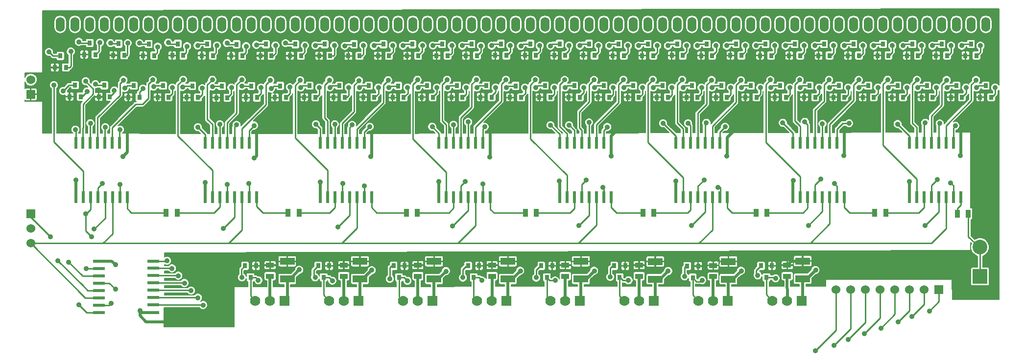
<source format=gbl>
G04 (created by PCBNEW (2013-07-07 BZR 4022)-stable) date 18/01/2016 20:15:18*
%MOIN*%
G04 Gerber Fmt 3.4, Leading zero omitted, Abs format*
%FSLAX34Y34*%
G01*
G70*
G90*
G04 APERTURE LIST*
%ADD10C,0.00590551*%
%ADD11R,0.023622X0.0787402*%
%ADD12R,0.0314961X0.0354331*%
%ADD13R,0.06X0.06*%
%ADD14C,0.06*%
%ADD15O,0.06X0.1*%
%ADD16R,0.0787402X0.023622*%
%ADD17R,0.1X0.05*%
%ADD18C,0.07*%
%ADD19R,0.07X0.07*%
%ADD20R,0.035X0.055*%
%ADD21R,0.055X0.035*%
%ADD22R,0.1X0.1*%
%ADD23C,0.1*%
%ADD24C,0.035*%
%ADD25C,0.01*%
%ADD26C,0.02*%
%ADD27C,0.006*%
G04 APERTURE END LIST*
G54D10*
G54D11*
X66588Y-41359D03*
X66092Y-41359D03*
X67088Y-41359D03*
X67588Y-41359D03*
X68088Y-41359D03*
X68588Y-41359D03*
X69088Y-41359D03*
X69592Y-41359D03*
X69592Y-45060D03*
X69092Y-45060D03*
X68592Y-45060D03*
X68092Y-45060D03*
X67592Y-45060D03*
X67092Y-45060D03*
X66592Y-45060D03*
X66092Y-45060D03*
G54D12*
X71060Y-34616D03*
X70685Y-35403D03*
X71434Y-35403D03*
X66050Y-37416D03*
X65675Y-38203D03*
X66424Y-38203D03*
X67050Y-34546D03*
X66675Y-35333D03*
X67424Y-35333D03*
X72040Y-37456D03*
X71665Y-38243D03*
X72414Y-38243D03*
X68040Y-37426D03*
X67665Y-38213D03*
X68414Y-38213D03*
X65050Y-35426D03*
X64675Y-36213D03*
X65424Y-36213D03*
X70050Y-37456D03*
X69675Y-38243D03*
X70424Y-38243D03*
X69020Y-34596D03*
X68645Y-35383D03*
X69394Y-35383D03*
G54D11*
X91308Y-41359D03*
X90812Y-41359D03*
X91808Y-41359D03*
X92308Y-41359D03*
X92808Y-41359D03*
X93308Y-41359D03*
X93808Y-41359D03*
X94312Y-41359D03*
X94312Y-45060D03*
X93812Y-45060D03*
X93312Y-45060D03*
X92812Y-45060D03*
X92312Y-45060D03*
X91812Y-45060D03*
X91312Y-45060D03*
X90812Y-45060D03*
X123328Y-41359D03*
X122832Y-41359D03*
X123828Y-41359D03*
X124328Y-41359D03*
X124828Y-41359D03*
X125328Y-41359D03*
X125828Y-41359D03*
X126332Y-41359D03*
X126332Y-45060D03*
X125832Y-45060D03*
X125332Y-45060D03*
X124832Y-45060D03*
X124332Y-45060D03*
X123832Y-45060D03*
X123332Y-45060D03*
X122832Y-45060D03*
X115418Y-41359D03*
X114922Y-41359D03*
X115918Y-41359D03*
X116418Y-41359D03*
X116918Y-41359D03*
X117418Y-41359D03*
X117918Y-41359D03*
X118422Y-41359D03*
X118422Y-45060D03*
X117922Y-45060D03*
X117422Y-45060D03*
X116922Y-45060D03*
X116422Y-45060D03*
X115922Y-45060D03*
X115422Y-45060D03*
X114922Y-45060D03*
X107428Y-41359D03*
X106932Y-41359D03*
X107928Y-41359D03*
X108428Y-41359D03*
X108928Y-41359D03*
X109428Y-41359D03*
X109928Y-41359D03*
X110432Y-41359D03*
X110432Y-45060D03*
X109932Y-45060D03*
X109432Y-45060D03*
X108932Y-45060D03*
X108432Y-45060D03*
X107932Y-45060D03*
X107432Y-45060D03*
X106932Y-45060D03*
X99528Y-41359D03*
X99032Y-41359D03*
X100028Y-41359D03*
X100528Y-41359D03*
X101028Y-41359D03*
X101528Y-41359D03*
X102028Y-41359D03*
X102532Y-41359D03*
X102532Y-45060D03*
X102032Y-45060D03*
X101532Y-45060D03*
X101032Y-45060D03*
X100532Y-45060D03*
X100032Y-45060D03*
X99532Y-45060D03*
X99032Y-45060D03*
X83228Y-41359D03*
X82732Y-41359D03*
X83728Y-41359D03*
X84228Y-41359D03*
X84728Y-41359D03*
X85228Y-41359D03*
X85728Y-41359D03*
X86232Y-41359D03*
X86232Y-45060D03*
X85732Y-45060D03*
X85232Y-45060D03*
X84732Y-45060D03*
X84232Y-45060D03*
X83732Y-45060D03*
X83232Y-45060D03*
X82732Y-45060D03*
X75398Y-41359D03*
X74902Y-41359D03*
X75898Y-41359D03*
X76398Y-41359D03*
X76898Y-41359D03*
X77398Y-41359D03*
X77898Y-41359D03*
X78402Y-41359D03*
X78402Y-45060D03*
X77902Y-45060D03*
X77402Y-45060D03*
X76902Y-45060D03*
X76402Y-45060D03*
X75902Y-45060D03*
X75402Y-45060D03*
X74902Y-45060D03*
G54D13*
X63030Y-38040D03*
G54D14*
X63030Y-37040D03*
G54D15*
X65040Y-33280D03*
X66040Y-33280D03*
X67040Y-33280D03*
X68040Y-33280D03*
X69040Y-33280D03*
X70040Y-33280D03*
X71040Y-33280D03*
X72040Y-33280D03*
X73040Y-33280D03*
X74040Y-33280D03*
X75040Y-33280D03*
X76040Y-33280D03*
X77040Y-33280D03*
X78040Y-33280D03*
X79040Y-33280D03*
X80040Y-33280D03*
X81040Y-33280D03*
X82040Y-33280D03*
X83040Y-33280D03*
X84040Y-33280D03*
X85040Y-33280D03*
X86040Y-33280D03*
X87040Y-33280D03*
X88040Y-33280D03*
X89040Y-33280D03*
X90040Y-33280D03*
X91040Y-33280D03*
X92040Y-33280D03*
X93040Y-33280D03*
X94040Y-33280D03*
X95040Y-33280D03*
X96040Y-33280D03*
X97040Y-33280D03*
X98040Y-33280D03*
X99040Y-33280D03*
X100040Y-33280D03*
X101040Y-33280D03*
X102040Y-33280D03*
X103040Y-33280D03*
X104040Y-33280D03*
X105040Y-33280D03*
X106040Y-33280D03*
X107040Y-33280D03*
X108040Y-33280D03*
X109040Y-33280D03*
X110040Y-33280D03*
X111040Y-33280D03*
X112040Y-33280D03*
X113040Y-33280D03*
X114040Y-33280D03*
X115040Y-33280D03*
X116040Y-33280D03*
X117040Y-33280D03*
X118040Y-33280D03*
X119040Y-33280D03*
X120040Y-33280D03*
X121040Y-33280D03*
X122040Y-33280D03*
X123040Y-33280D03*
X124040Y-33280D03*
X125040Y-33280D03*
X126040Y-33280D03*
X127040Y-33280D03*
X128040Y-33280D03*
G54D12*
X73040Y-34606D03*
X72665Y-35393D03*
X73414Y-35393D03*
X80020Y-37466D03*
X79645Y-38253D03*
X80394Y-38253D03*
X79040Y-34626D03*
X78665Y-35413D03*
X79414Y-35413D03*
X78050Y-37476D03*
X77675Y-38263D03*
X78424Y-38263D03*
X77050Y-34636D03*
X76675Y-35423D03*
X77424Y-35423D03*
X76040Y-37486D03*
X75665Y-38273D03*
X76414Y-38273D03*
X75050Y-34616D03*
X74675Y-35403D03*
X75424Y-35403D03*
X74030Y-37466D03*
X73655Y-38253D03*
X74404Y-38253D03*
X81050Y-34626D03*
X80675Y-35413D03*
X81424Y-35413D03*
X88040Y-37466D03*
X87665Y-38253D03*
X88414Y-38253D03*
X87040Y-34626D03*
X86665Y-35413D03*
X87414Y-35413D03*
X86040Y-37456D03*
X85665Y-38243D03*
X86414Y-38243D03*
X85030Y-34636D03*
X84655Y-35423D03*
X85404Y-35423D03*
X84030Y-37456D03*
X83655Y-38243D03*
X84404Y-38243D03*
X83040Y-34626D03*
X82665Y-35413D03*
X83414Y-35413D03*
X82020Y-37456D03*
X81645Y-38243D03*
X82394Y-38243D03*
X89020Y-34626D03*
X88645Y-35413D03*
X89394Y-35413D03*
X96030Y-37466D03*
X95655Y-38253D03*
X96404Y-38253D03*
X95030Y-34606D03*
X94655Y-35393D03*
X95404Y-35393D03*
X94030Y-37446D03*
X93655Y-38233D03*
X94404Y-38233D03*
X93030Y-34616D03*
X92655Y-35403D03*
X93404Y-35403D03*
X92040Y-37446D03*
X91665Y-38233D03*
X92414Y-38233D03*
X91030Y-34616D03*
X90655Y-35403D03*
X91404Y-35403D03*
X90020Y-37456D03*
X89645Y-38243D03*
X90394Y-38243D03*
X97040Y-34606D03*
X96665Y-35393D03*
X97414Y-35393D03*
X104040Y-37456D03*
X103665Y-38243D03*
X104414Y-38243D03*
X103030Y-34616D03*
X102655Y-35403D03*
X103404Y-35403D03*
X102030Y-37456D03*
X101655Y-38243D03*
X102404Y-38243D03*
X101030Y-34606D03*
X100655Y-35393D03*
X101404Y-35393D03*
X100030Y-37456D03*
X99655Y-38243D03*
X100404Y-38243D03*
X99040Y-34606D03*
X98665Y-35393D03*
X99414Y-35393D03*
X98030Y-37456D03*
X97655Y-38243D03*
X98404Y-38243D03*
X105030Y-34616D03*
X104655Y-35403D03*
X105404Y-35403D03*
X112050Y-37456D03*
X111675Y-38243D03*
X112424Y-38243D03*
X111030Y-34606D03*
X110655Y-35393D03*
X111404Y-35393D03*
X110040Y-37446D03*
X109665Y-38233D03*
X110414Y-38233D03*
X109040Y-34616D03*
X108665Y-35403D03*
X109414Y-35403D03*
X108040Y-37456D03*
X107665Y-38243D03*
X108414Y-38243D03*
X107040Y-34606D03*
X106665Y-35393D03*
X107414Y-35393D03*
X106030Y-37456D03*
X105655Y-38243D03*
X106404Y-38243D03*
X113050Y-34616D03*
X112675Y-35403D03*
X113424Y-35403D03*
X120040Y-37456D03*
X119665Y-38243D03*
X120414Y-38243D03*
X119030Y-34616D03*
X118655Y-35403D03*
X119404Y-35403D03*
X118040Y-37456D03*
X117665Y-38243D03*
X118414Y-38243D03*
X117030Y-34616D03*
X116655Y-35403D03*
X117404Y-35403D03*
X116050Y-37456D03*
X115675Y-38243D03*
X116424Y-38243D03*
X115030Y-34616D03*
X114655Y-35403D03*
X115404Y-35403D03*
X114050Y-37456D03*
X113675Y-38243D03*
X114424Y-38243D03*
X121040Y-34616D03*
X120665Y-35403D03*
X121414Y-35403D03*
X128030Y-37456D03*
X127655Y-38243D03*
X128404Y-38243D03*
X127030Y-34616D03*
X126655Y-35403D03*
X127404Y-35403D03*
X126040Y-37456D03*
X125665Y-38243D03*
X126414Y-38243D03*
X125030Y-34616D03*
X124655Y-35403D03*
X125404Y-35403D03*
X124040Y-37456D03*
X123665Y-38243D03*
X124414Y-38243D03*
X123040Y-34616D03*
X122665Y-35403D03*
X123414Y-35403D03*
X122030Y-37456D03*
X121655Y-38243D03*
X122404Y-38243D03*
G54D13*
X63030Y-46190D03*
G54D14*
X63030Y-47190D03*
X63030Y-48190D03*
G54D12*
X82970Y-50513D03*
X83344Y-49726D03*
X82595Y-49726D03*
X103120Y-50513D03*
X103494Y-49726D03*
X102745Y-49726D03*
X98160Y-50513D03*
X98534Y-49726D03*
X97785Y-49726D03*
X108090Y-50533D03*
X108464Y-49746D03*
X107715Y-49746D03*
X77990Y-50513D03*
X78364Y-49726D03*
X77615Y-49726D03*
X113110Y-50513D03*
X113484Y-49726D03*
X112735Y-49726D03*
X93180Y-50513D03*
X93554Y-49726D03*
X92805Y-49726D03*
X88100Y-50513D03*
X88474Y-49726D03*
X87725Y-49726D03*
G54D16*
X71360Y-49898D03*
X71360Y-49402D03*
X71360Y-50398D03*
X71360Y-50898D03*
X71360Y-51398D03*
X71360Y-51898D03*
X71360Y-52398D03*
X71360Y-52902D03*
X67659Y-52902D03*
X67659Y-52402D03*
X67659Y-51902D03*
X67659Y-51402D03*
X67659Y-50902D03*
X67659Y-50402D03*
X67659Y-49902D03*
X67659Y-49402D03*
G54D17*
X90480Y-50620D03*
X90480Y-49420D03*
X100480Y-50620D03*
X100480Y-49420D03*
X105540Y-50640D03*
X105540Y-49440D03*
X95510Y-50620D03*
X95510Y-49420D03*
X110520Y-50640D03*
X110520Y-49440D03*
X85440Y-50620D03*
X85440Y-49420D03*
X115570Y-50610D03*
X115570Y-49410D03*
X80490Y-50620D03*
X80490Y-49420D03*
G54D13*
X124850Y-51350D03*
G54D14*
X123850Y-51350D03*
X122850Y-51350D03*
X121850Y-51350D03*
X120850Y-51350D03*
X119850Y-51350D03*
X118850Y-51350D03*
X117850Y-51350D03*
G54D18*
X88380Y-52100D03*
X89380Y-52100D03*
G54D19*
X90380Y-52100D03*
G54D18*
X113500Y-52100D03*
X114500Y-52100D03*
G54D19*
X115500Y-52100D03*
G54D18*
X98420Y-52100D03*
X99420Y-52100D03*
G54D19*
X100420Y-52100D03*
G54D18*
X83340Y-52100D03*
X84340Y-52100D03*
G54D19*
X85340Y-52100D03*
G54D18*
X108480Y-52110D03*
X109480Y-52110D03*
G54D19*
X110480Y-52110D03*
G54D18*
X78320Y-52100D03*
X79320Y-52100D03*
G54D19*
X80320Y-52100D03*
G54D18*
X93420Y-52100D03*
X94420Y-52100D03*
G54D19*
X95420Y-52100D03*
G54D18*
X103440Y-52100D03*
X104440Y-52100D03*
G54D19*
X105440Y-52100D03*
G54D20*
X126845Y-46180D03*
X126095Y-46180D03*
X73005Y-46110D03*
X72255Y-46110D03*
X81305Y-46110D03*
X80555Y-46110D03*
X89355Y-46110D03*
X88605Y-46110D03*
X97445Y-46110D03*
X96695Y-46110D03*
X105445Y-46110D03*
X104695Y-46110D03*
X113155Y-46110D03*
X112405Y-46110D03*
X121235Y-46110D03*
X120485Y-46110D03*
G54D21*
X84340Y-49685D03*
X84340Y-50435D03*
X79320Y-49685D03*
X79320Y-50435D03*
X89380Y-49685D03*
X89380Y-50435D03*
X114520Y-49685D03*
X114520Y-50435D03*
X109480Y-49705D03*
X109480Y-50455D03*
X104440Y-49685D03*
X104440Y-50435D03*
X99420Y-49685D03*
X99420Y-50435D03*
X94430Y-49685D03*
X94430Y-50435D03*
G54D22*
X127650Y-50460D03*
G54D23*
X127650Y-48460D03*
G54D24*
X124210Y-52800D03*
X123020Y-53180D03*
X122080Y-53560D03*
X120890Y-53970D03*
X119760Y-54360D03*
X118680Y-54750D03*
X117710Y-55140D03*
X116430Y-55520D03*
X66820Y-49920D03*
X72300Y-49380D03*
X72640Y-49900D03*
X73080Y-50400D03*
X73490Y-50900D03*
X73940Y-51410D03*
X74400Y-51900D03*
X74760Y-52400D03*
X64380Y-47760D03*
X66320Y-52370D03*
X70470Y-52780D03*
X126300Y-42220D03*
X118370Y-42230D03*
X110410Y-42260D03*
X102530Y-42240D03*
X94270Y-42300D03*
X86180Y-42270D03*
X78250Y-42390D03*
X69300Y-42290D03*
X64880Y-49370D03*
X67350Y-47210D03*
X76140Y-47190D03*
X83950Y-47080D03*
X91750Y-47000D03*
X123910Y-46970D03*
X115960Y-46970D03*
X108000Y-46970D03*
X100340Y-46970D03*
X103410Y-37580D03*
X104680Y-37580D03*
X93400Y-37580D03*
X101410Y-37580D03*
X104400Y-34730D03*
X107430Y-37580D03*
X108690Y-37580D03*
X108410Y-34730D03*
X105670Y-34730D03*
X105410Y-37580D03*
X106680Y-37580D03*
X107670Y-34730D03*
X106410Y-34730D03*
X102410Y-34730D03*
X119680Y-34730D03*
X87400Y-37580D03*
X88680Y-37580D03*
X85390Y-37590D03*
X86690Y-37590D03*
X81690Y-34720D03*
X86390Y-34730D03*
X87680Y-34710D03*
X85680Y-34720D03*
X84400Y-34740D03*
X83390Y-37570D03*
X80380Y-34560D03*
X82680Y-37590D03*
X81400Y-37580D03*
X83690Y-34720D03*
X82400Y-34720D03*
X84680Y-37570D03*
X92680Y-37580D03*
X89390Y-37580D03*
X91690Y-34730D03*
X90400Y-34720D03*
X90670Y-37580D03*
X91400Y-37580D03*
X93680Y-34740D03*
X92400Y-34730D03*
X96680Y-37580D03*
X89690Y-34730D03*
X88380Y-34730D03*
X94680Y-37580D03*
X95680Y-34730D03*
X94400Y-34730D03*
X95400Y-37580D03*
X124400Y-34730D03*
X125680Y-34730D03*
X125410Y-37580D03*
X126690Y-37580D03*
X122680Y-37580D03*
X123680Y-34730D03*
X122400Y-34730D03*
X124680Y-37580D03*
X123400Y-37580D03*
X121680Y-34730D03*
X120400Y-34730D03*
X121400Y-37580D03*
X126400Y-34730D03*
X127680Y-34730D03*
X127400Y-37590D03*
X128680Y-37580D03*
X117400Y-37580D03*
X67160Y-47740D03*
X66770Y-46190D03*
X112690Y-37590D03*
X111420Y-37580D03*
X109680Y-34730D03*
X110680Y-37580D03*
X109410Y-37580D03*
X111670Y-34730D03*
X110410Y-34730D03*
X114400Y-34730D03*
X114690Y-37580D03*
X113410Y-37580D03*
X115680Y-34730D03*
X112400Y-34720D03*
X116690Y-37580D03*
X115410Y-37580D03*
X117680Y-34720D03*
X119410Y-37580D03*
X120690Y-37580D03*
X116410Y-34730D03*
X113680Y-34730D03*
X118680Y-37580D03*
X118400Y-34730D03*
X70670Y-37650D03*
X68460Y-34550D03*
X69630Y-34560D03*
X67430Y-37350D03*
X68720Y-37790D03*
X66300Y-34470D03*
X67740Y-34510D03*
X65240Y-37820D03*
X66860Y-37850D03*
X64280Y-35160D03*
X71390Y-37520D03*
X72670Y-37580D03*
X70440Y-34560D03*
X71680Y-34800D03*
X65760Y-35130D03*
X67910Y-44110D03*
X69090Y-44190D03*
X69450Y-37620D03*
X76400Y-44180D03*
X93790Y-44150D03*
X84280Y-44100D03*
X100830Y-43880D03*
X101980Y-44370D03*
X92590Y-43990D03*
X77860Y-44120D03*
X117730Y-44120D03*
X108860Y-43870D03*
X124750Y-43840D03*
X125640Y-44070D03*
X75390Y-37510D03*
X76690Y-37580D03*
X74390Y-34710D03*
X75710Y-34720D03*
X73380Y-37540D03*
X74710Y-37630D03*
X72390Y-34520D03*
X73680Y-34770D03*
X79390Y-37660D03*
X80680Y-37560D03*
X78390Y-34670D03*
X79690Y-34710D03*
X78700Y-37580D03*
X76390Y-34550D03*
X77690Y-34770D03*
X77400Y-37490D03*
X109790Y-44370D03*
X116820Y-43830D03*
X85730Y-44270D03*
X107530Y-50450D03*
X108730Y-50720D03*
X102470Y-50490D03*
X103720Y-50720D03*
X65620Y-49480D03*
X68790Y-51320D03*
X68520Y-52270D03*
X112520Y-50380D03*
X113730Y-50580D03*
X82390Y-50520D03*
X83560Y-50740D03*
X78520Y-50710D03*
X77400Y-50510D03*
X92450Y-50530D03*
X97440Y-50530D03*
X98730Y-50730D03*
X87480Y-50610D03*
X88680Y-50750D03*
X93750Y-50730D03*
X100400Y-34730D03*
X101680Y-34730D03*
X102670Y-37580D03*
X99680Y-34720D03*
X98400Y-34740D03*
X99400Y-37580D03*
X100680Y-37580D03*
X96390Y-34750D03*
X97680Y-34730D03*
X98680Y-37580D03*
X97410Y-37580D03*
X103680Y-34730D03*
X64610Y-37410D03*
X74400Y-40280D03*
X75390Y-37040D03*
X75900Y-40090D03*
X77390Y-37040D03*
X77040Y-40130D03*
X79350Y-37080D03*
X78230Y-40170D03*
X81380Y-37090D03*
X82440Y-40080D03*
X83360Y-37070D03*
X66080Y-40440D03*
X83730Y-40090D03*
X85370Y-37100D03*
X84900Y-40130D03*
X87360Y-37080D03*
X86100Y-40240D03*
X89360Y-37050D03*
X90360Y-40250D03*
X91370Y-37050D03*
X91810Y-40110D03*
X93360Y-37040D03*
X66770Y-37150D03*
X92800Y-39930D03*
X95370Y-37040D03*
X93930Y-40260D03*
X97380Y-37060D03*
X98410Y-40140D03*
X99370Y-37060D03*
X99670Y-40140D03*
X101380Y-37060D03*
X101030Y-39960D03*
X103380Y-37050D03*
X67090Y-40010D03*
X102270Y-40270D03*
X105380Y-37050D03*
X106080Y-40020D03*
X107380Y-37050D03*
X107780Y-40020D03*
X109370Y-37070D03*
X109020Y-39990D03*
X111380Y-37090D03*
X110290Y-40260D03*
X113380Y-37060D03*
X69350Y-37070D03*
X114220Y-39980D03*
X115380Y-37060D03*
X115720Y-39920D03*
X117380Y-37050D03*
X116920Y-40060D03*
X119390Y-37060D03*
X118730Y-40020D03*
X121360Y-37040D03*
X122030Y-40070D03*
X123360Y-37060D03*
X68100Y-40280D03*
X123920Y-39980D03*
X125380Y-37070D03*
X124900Y-40030D03*
X127370Y-37070D03*
X125960Y-40190D03*
X71340Y-37060D03*
X69100Y-40450D03*
X73400Y-37040D03*
X68800Y-49660D03*
X116460Y-50010D03*
X111390Y-50070D03*
X106420Y-50090D03*
X101400Y-50090D03*
X96360Y-50080D03*
X91300Y-50100D03*
X86250Y-50020D03*
X81320Y-49990D03*
X122830Y-43980D03*
X114930Y-43920D03*
X106930Y-43940D03*
X99020Y-43950D03*
X90820Y-43970D03*
X82740Y-44020D03*
X66120Y-43870D03*
X74910Y-44060D03*
G54D25*
X124850Y-51350D02*
X124850Y-52160D01*
X124850Y-52160D02*
X124210Y-52800D01*
G54D26*
X114520Y-50435D02*
X114530Y-52070D01*
X114530Y-52070D02*
X114500Y-52100D01*
G54D25*
X114530Y-52070D02*
X114500Y-52100D01*
X123850Y-52350D02*
X123850Y-51350D01*
X123020Y-53180D02*
X123850Y-52350D01*
G54D26*
X109480Y-50455D02*
X109480Y-52110D01*
G54D25*
X122850Y-52790D02*
X122850Y-51350D01*
X122080Y-53560D02*
X122850Y-52790D01*
G54D26*
X104440Y-50435D02*
X104440Y-52100D01*
G54D25*
X121850Y-53010D02*
X121850Y-51350D01*
X120890Y-53970D02*
X121850Y-53010D01*
G54D26*
X99420Y-52100D02*
X99420Y-50435D01*
G54D25*
X120850Y-53270D02*
X120850Y-51350D01*
X119760Y-54360D02*
X120850Y-53270D01*
G54D26*
X94430Y-50435D02*
X94430Y-52090D01*
X94430Y-52090D02*
X94420Y-52100D01*
G54D25*
X119850Y-53580D02*
X119850Y-51350D01*
X118680Y-54750D02*
X119850Y-53580D01*
G54D26*
X89380Y-50435D02*
X89380Y-52100D01*
G54D25*
X118850Y-54000D02*
X118850Y-51350D01*
X117710Y-55140D02*
X118850Y-54000D01*
G54D26*
X84340Y-50435D02*
X84340Y-52100D01*
G54D25*
X117850Y-54100D02*
X117850Y-51350D01*
X116430Y-55520D02*
X117850Y-54100D01*
G54D26*
X79320Y-50435D02*
X79320Y-52100D01*
G54D25*
X126332Y-45060D02*
X126332Y-45577D01*
X126095Y-45815D02*
X126095Y-46180D01*
X126332Y-45577D02*
X126095Y-45815D01*
X67659Y-49902D02*
X66837Y-49902D01*
X66837Y-49902D02*
X66820Y-49920D01*
X72277Y-49402D02*
X71360Y-49402D01*
X72300Y-49380D02*
X72277Y-49402D01*
X72638Y-49898D02*
X71360Y-49898D01*
X72640Y-49900D02*
X72638Y-49898D01*
X73078Y-50398D02*
X71360Y-50398D01*
X73080Y-50400D02*
X73078Y-50398D01*
X73488Y-50898D02*
X71360Y-50898D01*
X73490Y-50900D02*
X73488Y-50898D01*
X73928Y-51398D02*
X71360Y-51398D01*
X73940Y-51410D02*
X73928Y-51398D01*
X74398Y-51898D02*
X71360Y-51898D01*
X74400Y-51900D02*
X74398Y-51898D01*
X74758Y-52398D02*
X71360Y-52398D01*
X74760Y-52400D02*
X74758Y-52398D01*
X63030Y-46190D02*
X63030Y-46410D01*
X63030Y-46410D02*
X64380Y-47760D01*
X67659Y-52902D02*
X66852Y-52902D01*
X66852Y-52902D02*
X66320Y-52370D01*
G54D26*
X70470Y-52780D02*
X70470Y-53130D01*
X72280Y-53540D02*
X72290Y-53550D01*
X70880Y-53540D02*
X72280Y-53540D01*
X70470Y-53130D02*
X70880Y-53540D01*
X70592Y-52902D02*
X71360Y-52902D01*
X70470Y-52780D02*
X70592Y-52902D01*
X115570Y-49410D02*
X114795Y-49410D01*
X114795Y-49410D02*
X114520Y-49685D01*
X126332Y-41359D02*
X126332Y-40457D01*
X126332Y-40457D02*
X126340Y-40450D01*
X126332Y-42187D02*
X126332Y-41359D01*
X126300Y-42220D02*
X126332Y-42187D01*
X118422Y-41359D02*
X118422Y-40422D01*
X118422Y-40422D02*
X118410Y-40410D01*
X118422Y-42177D02*
X118422Y-41359D01*
X118370Y-42230D02*
X118422Y-42177D01*
X110432Y-41359D02*
X110432Y-40967D01*
X111030Y-40370D02*
X111030Y-40250D01*
X110432Y-40967D02*
X111030Y-40370D01*
X110432Y-42237D02*
X110432Y-41359D01*
X110410Y-42260D02*
X110432Y-42237D01*
X102532Y-41359D02*
X102532Y-40877D01*
X102910Y-40500D02*
X102910Y-40030D01*
X102532Y-40877D02*
X102910Y-40500D01*
X102532Y-42237D02*
X102532Y-41359D01*
X102530Y-42240D02*
X102532Y-42237D01*
X94312Y-41359D02*
X94312Y-40452D01*
X94312Y-40452D02*
X94310Y-40450D01*
X94312Y-42257D02*
X94312Y-41359D01*
X94270Y-42300D02*
X94312Y-42257D01*
X86232Y-41359D02*
X86232Y-40642D01*
X86232Y-40642D02*
X86230Y-40640D01*
X86232Y-42217D02*
X86232Y-41359D01*
X86180Y-42270D02*
X86232Y-42217D01*
X69592Y-41359D02*
X69592Y-40592D01*
X69592Y-40592D02*
X69590Y-40590D01*
X78402Y-41359D02*
X78402Y-40647D01*
X78402Y-40647D02*
X78470Y-40580D01*
X78250Y-42390D02*
X78402Y-42237D01*
X78402Y-42237D02*
X78402Y-41359D01*
X69300Y-42290D02*
X69592Y-41997D01*
X69592Y-41997D02*
X69592Y-41359D01*
G54D25*
X78402Y-42237D02*
X78402Y-41359D01*
X69592Y-41997D02*
X69592Y-41359D01*
X66565Y-51055D02*
X64880Y-49370D01*
X67659Y-51402D02*
X66912Y-51402D01*
X66912Y-51402D02*
X66565Y-51055D01*
X66565Y-51055D02*
X66550Y-51040D01*
X67350Y-47210D02*
X68092Y-46467D01*
X68092Y-46467D02*
X68092Y-45060D01*
X76140Y-47190D02*
X76902Y-46427D01*
X76902Y-46427D02*
X76902Y-45060D01*
X83950Y-47080D02*
X84732Y-46297D01*
X84732Y-46297D02*
X84732Y-45060D01*
X91750Y-47000D02*
X92812Y-45937D01*
X92812Y-45937D02*
X92812Y-45060D01*
X124832Y-46047D02*
X124832Y-45060D01*
X123910Y-46970D02*
X124832Y-46047D01*
X116922Y-46007D02*
X116922Y-45060D01*
X115960Y-46970D02*
X116922Y-46007D01*
X108932Y-46037D02*
X108932Y-45060D01*
X108000Y-46970D02*
X108932Y-46037D01*
X101032Y-46277D02*
X101032Y-45060D01*
X100340Y-46970D02*
X101032Y-46277D01*
X103533Y-37456D02*
X104040Y-37456D01*
X103410Y-37580D02*
X103533Y-37456D01*
X104466Y-38243D02*
X104414Y-38243D01*
X104680Y-38030D02*
X104466Y-38243D01*
X104680Y-37580D02*
X104680Y-38030D01*
X93533Y-37446D02*
X94030Y-37446D01*
X93400Y-37580D02*
X93533Y-37446D01*
X101533Y-37456D02*
X102030Y-37456D01*
X101410Y-37580D02*
X101533Y-37456D01*
X104513Y-34616D02*
X105030Y-34616D01*
X104400Y-34730D02*
X104513Y-34616D01*
X107553Y-37456D02*
X108040Y-37456D01*
X107430Y-37580D02*
X107553Y-37456D01*
X108670Y-37987D02*
X108414Y-38243D01*
X108670Y-37600D02*
X108670Y-37987D01*
X108690Y-37580D02*
X108670Y-37600D01*
X108523Y-34616D02*
X109040Y-34616D01*
X108410Y-34730D02*
X108523Y-34616D01*
X105446Y-35403D02*
X105404Y-35403D01*
X105670Y-35180D02*
X105446Y-35403D01*
X105670Y-34730D02*
X105670Y-35180D01*
X105533Y-37456D02*
X106030Y-37456D01*
X105410Y-37580D02*
X105533Y-37456D01*
X106506Y-38243D02*
X106404Y-38243D01*
X106680Y-38070D02*
X106506Y-38243D01*
X106680Y-37580D02*
X106680Y-38070D01*
X107414Y-35375D02*
X107414Y-35393D01*
X107670Y-35120D02*
X107414Y-35375D01*
X107670Y-34730D02*
X107670Y-35120D01*
X106533Y-34606D02*
X107040Y-34606D01*
X106410Y-34730D02*
X106533Y-34606D01*
X102523Y-34616D02*
X103030Y-34616D01*
X102410Y-34730D02*
X102523Y-34616D01*
X119526Y-35403D02*
X119404Y-35403D01*
X119680Y-35250D02*
X119526Y-35403D01*
X119680Y-34730D02*
X119680Y-35250D01*
X87513Y-37466D02*
X88040Y-37466D01*
X87400Y-37580D02*
X87513Y-37466D01*
X88690Y-37977D02*
X88414Y-38253D01*
X88690Y-37590D02*
X88690Y-37977D01*
X88680Y-37580D02*
X88690Y-37590D01*
X85523Y-37456D02*
X86040Y-37456D01*
X85390Y-37590D02*
X85523Y-37456D01*
X86456Y-38243D02*
X86414Y-38243D01*
X86690Y-38010D02*
X86456Y-38243D01*
X86690Y-37590D02*
X86690Y-38010D01*
X81680Y-35157D02*
X81424Y-35413D01*
X81680Y-34730D02*
X81680Y-35157D01*
X81690Y-34720D02*
X81680Y-34730D01*
X86493Y-34626D02*
X87040Y-34626D01*
X86390Y-34730D02*
X86493Y-34626D01*
X87690Y-35137D02*
X87414Y-35413D01*
X87690Y-34720D02*
X87690Y-35137D01*
X87680Y-34710D02*
X87690Y-34720D01*
X85556Y-35423D02*
X85404Y-35423D01*
X85680Y-35300D02*
X85556Y-35423D01*
X85680Y-35120D02*
X85680Y-35300D01*
X85680Y-34720D02*
X85680Y-35120D01*
X84503Y-34636D02*
X85030Y-34636D01*
X84400Y-34740D02*
X84503Y-34636D01*
X83503Y-37456D02*
X84030Y-37456D01*
X83390Y-37570D02*
X83503Y-37456D01*
X80446Y-34626D02*
X81050Y-34626D01*
X80380Y-34560D02*
X80446Y-34626D01*
X82486Y-38243D02*
X82394Y-38243D01*
X82680Y-38050D02*
X82486Y-38243D01*
X82680Y-37590D02*
X82680Y-38050D01*
X81523Y-37456D02*
X82020Y-37456D01*
X81400Y-37580D02*
X81523Y-37456D01*
X83626Y-35413D02*
X83414Y-35413D01*
X83690Y-35350D02*
X83626Y-35413D01*
X83690Y-34720D02*
X83690Y-35350D01*
X82493Y-34626D02*
X83040Y-34626D01*
X82400Y-34720D02*
X82493Y-34626D01*
X84556Y-38243D02*
X84404Y-38243D01*
X84680Y-38120D02*
X84556Y-38243D01*
X84680Y-37910D02*
X84680Y-38120D01*
X84680Y-37570D02*
X84680Y-37910D01*
X92456Y-38233D02*
X92414Y-38233D01*
X92680Y-38010D02*
X92456Y-38233D01*
X92680Y-37580D02*
X92680Y-38010D01*
X89513Y-37456D02*
X90020Y-37456D01*
X89390Y-37580D02*
X89513Y-37456D01*
X91477Y-35330D02*
X91404Y-35403D01*
X91610Y-35330D02*
X91477Y-35330D01*
X91690Y-35250D02*
X91610Y-35330D01*
X91690Y-35060D02*
X91690Y-35250D01*
X91690Y-34730D02*
X91690Y-35060D01*
X90503Y-34616D02*
X91030Y-34616D01*
X90400Y-34720D02*
X90503Y-34616D01*
X90394Y-38215D02*
X90394Y-38243D01*
X90670Y-37940D02*
X90394Y-38215D01*
X90670Y-37580D02*
X90670Y-37940D01*
X91533Y-37446D02*
X92040Y-37446D01*
X91400Y-37580D02*
X91533Y-37446D01*
X93670Y-35137D02*
X93404Y-35403D01*
X93670Y-34750D02*
X93670Y-35137D01*
X93680Y-34740D02*
X93670Y-34750D01*
X92513Y-34616D02*
X93030Y-34616D01*
X92400Y-34730D02*
X92513Y-34616D01*
X96690Y-37967D02*
X96404Y-38253D01*
X96690Y-37590D02*
X96690Y-37967D01*
X96680Y-37580D02*
X96690Y-37590D01*
X89680Y-35127D02*
X89394Y-35413D01*
X89680Y-34740D02*
X89680Y-35127D01*
X89690Y-34730D02*
X89680Y-34740D01*
X89013Y-34620D02*
X89020Y-34626D01*
X88490Y-34620D02*
X89013Y-34620D01*
X88380Y-34730D02*
X88490Y-34620D01*
X94404Y-38155D02*
X94404Y-38233D01*
X94680Y-37880D02*
X94404Y-38155D01*
X94680Y-37580D02*
X94680Y-37880D01*
X95426Y-35393D02*
X95404Y-35393D01*
X95680Y-35140D02*
X95426Y-35393D01*
X95680Y-34730D02*
X95680Y-35140D01*
X94523Y-34606D02*
X95030Y-34606D01*
X94400Y-34730D02*
X94523Y-34606D01*
X95513Y-37466D02*
X96030Y-37466D01*
X95400Y-37580D02*
X95513Y-37466D01*
X124513Y-34616D02*
X125030Y-34616D01*
X124400Y-34730D02*
X124513Y-34616D01*
X125466Y-35403D02*
X125404Y-35403D01*
X125680Y-35190D02*
X125466Y-35403D01*
X125680Y-34730D02*
X125680Y-35190D01*
X125533Y-37456D02*
X126040Y-37456D01*
X125410Y-37580D02*
X125533Y-37456D01*
X126700Y-37957D02*
X126414Y-38243D01*
X126700Y-37590D02*
X126700Y-37957D01*
X126690Y-37580D02*
X126700Y-37590D01*
X122456Y-38243D02*
X122404Y-38243D01*
X122680Y-38020D02*
X122456Y-38243D01*
X122680Y-37580D02*
X122680Y-38020D01*
X123456Y-35403D02*
X123414Y-35403D01*
X123680Y-35180D02*
X123456Y-35403D01*
X123680Y-34730D02*
X123680Y-35180D01*
X122513Y-34616D02*
X123040Y-34616D01*
X122400Y-34730D02*
X122513Y-34616D01*
X124496Y-38243D02*
X124414Y-38243D01*
X124680Y-38060D02*
X124496Y-38243D01*
X124680Y-37580D02*
X124680Y-38060D01*
X123523Y-37456D02*
X124040Y-37456D01*
X123400Y-37580D02*
X123523Y-37456D01*
X121446Y-35403D02*
X121414Y-35403D01*
X121680Y-35170D02*
X121446Y-35403D01*
X121680Y-34730D02*
X121680Y-35170D01*
X120513Y-34616D02*
X121040Y-34616D01*
X120400Y-34730D02*
X120513Y-34616D01*
X121523Y-37456D02*
X122030Y-37456D01*
X121400Y-37580D02*
X121523Y-37456D01*
X126513Y-34616D02*
X127030Y-34616D01*
X126400Y-34730D02*
X126513Y-34616D01*
X127426Y-35403D02*
X127404Y-35403D01*
X127680Y-35150D02*
X127426Y-35403D01*
X127680Y-34730D02*
X127680Y-35150D01*
X127533Y-37456D02*
X128030Y-37456D01*
X127400Y-37590D02*
X127533Y-37456D01*
X128446Y-38243D02*
X128404Y-38243D01*
X128680Y-38010D02*
X128446Y-38243D01*
X128680Y-37580D02*
X128680Y-38010D01*
X117523Y-37456D02*
X118040Y-37456D01*
X117400Y-37580D02*
X117523Y-37456D01*
X86580Y-46110D02*
X88605Y-46110D01*
X86232Y-45762D02*
X86580Y-46110D01*
X86580Y-46110D02*
X86570Y-46100D01*
X86232Y-45060D02*
X86232Y-45762D01*
X94570Y-46130D02*
X96675Y-46130D01*
X96675Y-46130D02*
X96695Y-46110D01*
X94312Y-45060D02*
X94312Y-45872D01*
X94312Y-45872D02*
X94570Y-46130D01*
X94570Y-46130D02*
X94550Y-46110D01*
X104695Y-46110D02*
X102890Y-46110D01*
X102890Y-46110D02*
X102740Y-45960D01*
X102532Y-45060D02*
X102532Y-45752D01*
X102532Y-45752D02*
X102740Y-45960D01*
X112405Y-46110D02*
X110770Y-46110D01*
X110770Y-46110D02*
X110432Y-45772D01*
X110432Y-45060D02*
X110432Y-45772D01*
X110432Y-45772D02*
X110432Y-45792D01*
X120485Y-46110D02*
X118780Y-46110D01*
X118780Y-46110D02*
X118422Y-45752D01*
X118422Y-45060D02*
X118422Y-45752D01*
X66760Y-46200D02*
X66760Y-47340D01*
X66760Y-47340D02*
X67160Y-47740D01*
X66770Y-46190D02*
X66760Y-46200D01*
X66760Y-46200D02*
X67092Y-45867D01*
X67092Y-45867D02*
X67092Y-45060D01*
X72255Y-46110D02*
X69880Y-46110D01*
X69592Y-45822D02*
X69780Y-46010D01*
X69592Y-45822D02*
X69592Y-45060D01*
X69880Y-46110D02*
X69780Y-46010D01*
X112466Y-38243D02*
X112424Y-38243D01*
X112690Y-38020D02*
X112466Y-38243D01*
X112690Y-37590D02*
X112690Y-38020D01*
X111543Y-37456D02*
X112050Y-37456D01*
X111420Y-37580D02*
X111543Y-37456D01*
X109690Y-35127D02*
X109414Y-35403D01*
X109690Y-34740D02*
X109690Y-35127D01*
X109680Y-34730D02*
X109690Y-34740D01*
X110486Y-38233D02*
X110414Y-38233D01*
X110680Y-38040D02*
X110486Y-38233D01*
X110680Y-37580D02*
X110680Y-38040D01*
X109543Y-37446D02*
X110040Y-37446D01*
X109410Y-37580D02*
X109543Y-37446D01*
X111660Y-35137D02*
X111404Y-35393D01*
X111660Y-34740D02*
X111660Y-35137D01*
X111670Y-34730D02*
X111660Y-34740D01*
X110533Y-34606D02*
X111030Y-34606D01*
X110410Y-34730D02*
X110533Y-34606D01*
X114513Y-34616D02*
X115030Y-34616D01*
X114400Y-34730D02*
X114513Y-34616D01*
X114496Y-38243D02*
X114424Y-38243D01*
X114690Y-38050D02*
X114496Y-38243D01*
X114690Y-37580D02*
X114690Y-38050D01*
X113533Y-37456D02*
X114050Y-37456D01*
X113410Y-37580D02*
X113533Y-37456D01*
X115670Y-35137D02*
X115404Y-35403D01*
X115670Y-34740D02*
X115670Y-35137D01*
X115680Y-34730D02*
X115670Y-34740D01*
X112503Y-34616D02*
X113050Y-34616D01*
X112400Y-34720D02*
X112503Y-34616D01*
X116426Y-38243D02*
X116424Y-38243D01*
X116690Y-37980D02*
X116426Y-38243D01*
X116690Y-37580D02*
X116690Y-37980D01*
X115410Y-37580D02*
X115533Y-37456D01*
X115533Y-37456D02*
X116050Y-37456D01*
X117476Y-35403D02*
X117404Y-35403D01*
X117680Y-35200D02*
X117476Y-35403D01*
X117680Y-34720D02*
X117680Y-35200D01*
X119533Y-37456D02*
X120040Y-37456D01*
X119410Y-37580D02*
X119533Y-37456D01*
X120416Y-38243D02*
X120414Y-38243D01*
X120690Y-37970D02*
X120416Y-38243D01*
X120690Y-37580D02*
X120690Y-37970D01*
X116523Y-34616D02*
X117030Y-34616D01*
X116410Y-34730D02*
X116523Y-34616D01*
X113466Y-35403D02*
X113424Y-35403D01*
X113680Y-35190D02*
X113466Y-35403D01*
X113680Y-34730D02*
X113680Y-35190D01*
X118486Y-38243D02*
X118414Y-38243D01*
X118680Y-38050D02*
X118486Y-38243D01*
X118680Y-37580D02*
X118680Y-38050D01*
X118513Y-34616D02*
X119030Y-34616D01*
X118400Y-34730D02*
X118513Y-34616D01*
X70424Y-38243D02*
X70424Y-37895D01*
X70424Y-37895D02*
X70670Y-37650D01*
X68506Y-34596D02*
X69020Y-34596D01*
X68460Y-34550D02*
X68506Y-34596D01*
X69586Y-35383D02*
X69394Y-35383D01*
X69610Y-35360D02*
X69586Y-35383D01*
X69610Y-34580D02*
X69610Y-35360D01*
X69630Y-34560D02*
X69610Y-34580D01*
X67506Y-37426D02*
X68040Y-37426D01*
X67430Y-37350D02*
X67506Y-37426D01*
X68710Y-37917D02*
X68414Y-38213D01*
X68710Y-37800D02*
X68710Y-37917D01*
X68720Y-37790D02*
X68710Y-37800D01*
X66376Y-34546D02*
X67050Y-34546D01*
X66300Y-34470D02*
X66376Y-34546D01*
X67680Y-35077D02*
X67424Y-35333D01*
X67680Y-34570D02*
X67680Y-35077D01*
X67740Y-34510D02*
X67680Y-34570D01*
X65643Y-37416D02*
X66050Y-37416D01*
X65240Y-37820D02*
X65643Y-37416D01*
X66506Y-38203D02*
X66424Y-38203D01*
X66860Y-37850D02*
X66506Y-38203D01*
X64546Y-35426D02*
X65050Y-35426D01*
X64280Y-35160D02*
X64546Y-35426D01*
X71453Y-37456D02*
X72040Y-37456D01*
X71390Y-37520D02*
X71453Y-37456D01*
X72670Y-37580D02*
X72670Y-37987D01*
X72670Y-37987D02*
X72414Y-38243D01*
X70496Y-34616D02*
X71060Y-34616D01*
X70440Y-34560D02*
X70496Y-34616D01*
X71650Y-35187D02*
X71434Y-35403D01*
X71650Y-34830D02*
X71650Y-35187D01*
X71680Y-34800D02*
X71650Y-34830D01*
X73005Y-46110D02*
X75500Y-46110D01*
X75902Y-45707D02*
X75902Y-45060D01*
X75600Y-46010D02*
X75902Y-45707D01*
X75500Y-46110D02*
X75600Y-46010D01*
X80555Y-46110D02*
X78830Y-46110D01*
X78402Y-45682D02*
X78760Y-46040D01*
X78402Y-45682D02*
X78402Y-45060D01*
X78830Y-46110D02*
X78760Y-46040D01*
X65666Y-36213D02*
X65424Y-36213D01*
X65760Y-36120D02*
X65666Y-36213D01*
X65760Y-35130D02*
X65760Y-36120D01*
X121235Y-46110D02*
X123470Y-46110D01*
X123832Y-45747D02*
X123832Y-45060D01*
X123470Y-46110D02*
X123832Y-45747D01*
X113155Y-46110D02*
X115610Y-46110D01*
X115922Y-45797D02*
X115922Y-45060D01*
X115610Y-46110D02*
X115922Y-45797D01*
X107550Y-46110D02*
X107740Y-46110D01*
X107932Y-45917D02*
X107932Y-45060D01*
X107740Y-46110D02*
X107932Y-45917D01*
X105445Y-46110D02*
X107550Y-46110D01*
X107550Y-46110D02*
X107570Y-46110D01*
X107932Y-45737D02*
X107932Y-45060D01*
X97445Y-46110D02*
X99730Y-46110D01*
X100032Y-45807D02*
X100032Y-45060D01*
X99730Y-46110D02*
X100032Y-45807D01*
X89355Y-46110D02*
X91500Y-46110D01*
X91510Y-46100D02*
X91812Y-45797D01*
X91812Y-45797D02*
X91812Y-45060D01*
X91500Y-46110D02*
X91510Y-46100D01*
X81305Y-46110D02*
X83380Y-46110D01*
X83732Y-45757D02*
X83732Y-45060D01*
X83450Y-46040D02*
X83732Y-45757D01*
X83380Y-46110D02*
X83450Y-46040D01*
X67592Y-45060D02*
X67592Y-44427D01*
X67592Y-44427D02*
X67910Y-44110D01*
X69092Y-44192D02*
X69092Y-45060D01*
X69090Y-44190D02*
X69092Y-44192D01*
X69613Y-37456D02*
X70050Y-37456D01*
X69450Y-37620D02*
X69613Y-37456D01*
X76402Y-44182D02*
X76402Y-45060D01*
X76400Y-44180D02*
X76402Y-44182D01*
X93812Y-44172D02*
X93812Y-45060D01*
X93790Y-44150D02*
X93812Y-44172D01*
X84232Y-45060D02*
X84232Y-44147D01*
X84232Y-44147D02*
X84280Y-44100D01*
X100532Y-44177D02*
X100532Y-45060D01*
X100830Y-43880D02*
X100532Y-44177D01*
X102032Y-45060D02*
X102032Y-44422D01*
X102032Y-44422D02*
X101980Y-44370D01*
X92312Y-44267D02*
X92312Y-45060D01*
X92590Y-43990D02*
X92312Y-44267D01*
X77860Y-44120D02*
X77902Y-44162D01*
X77902Y-44162D02*
X77902Y-45060D01*
X117922Y-44312D02*
X117922Y-45060D01*
X117730Y-44120D02*
X117922Y-44312D01*
X108432Y-45060D02*
X108432Y-44297D01*
X108432Y-44297D02*
X108860Y-43870D01*
X124332Y-45060D02*
X124332Y-44257D01*
X124332Y-44257D02*
X124750Y-43840D01*
X125832Y-44262D02*
X125832Y-45060D01*
X125640Y-44070D02*
X125832Y-44262D01*
X75413Y-37486D02*
X76040Y-37486D01*
X75390Y-37510D02*
X75413Y-37486D01*
X76670Y-38017D02*
X76414Y-38273D01*
X76670Y-37600D02*
X76670Y-38017D01*
X76690Y-37580D02*
X76670Y-37600D01*
X74483Y-34616D02*
X75050Y-34616D01*
X74390Y-34710D02*
X74483Y-34616D01*
X75640Y-35187D02*
X75424Y-35403D01*
X75640Y-34790D02*
X75640Y-35187D01*
X75710Y-34720D02*
X75640Y-34790D01*
X73453Y-37466D02*
X74030Y-37466D01*
X73380Y-37540D02*
X73453Y-37466D01*
X74516Y-38253D02*
X74404Y-38253D01*
X74710Y-38060D02*
X74516Y-38253D01*
X74710Y-37630D02*
X74710Y-38060D01*
X72476Y-34606D02*
X73040Y-34606D01*
X72390Y-34520D02*
X72476Y-34606D01*
X73610Y-35197D02*
X73414Y-35393D01*
X73610Y-34840D02*
X73610Y-35197D01*
X73680Y-34770D02*
X73610Y-34840D01*
X127650Y-48460D02*
X127650Y-50460D01*
X126845Y-46180D02*
X126845Y-47745D01*
X127560Y-48460D02*
X127650Y-48460D01*
X126845Y-47745D02*
X127560Y-48460D01*
X79583Y-37466D02*
X80020Y-37466D01*
X79390Y-37660D02*
X79583Y-37466D01*
X80670Y-37977D02*
X80394Y-38253D01*
X80670Y-37570D02*
X80670Y-37977D01*
X80680Y-37560D02*
X80670Y-37570D01*
X78433Y-34626D02*
X79040Y-34626D01*
X78390Y-34670D02*
X78433Y-34626D01*
X79516Y-35413D02*
X79414Y-35413D01*
X79690Y-35240D02*
X79516Y-35413D01*
X79690Y-34710D02*
X79690Y-35240D01*
X78690Y-37997D02*
X78424Y-38263D01*
X78690Y-37590D02*
X78690Y-37997D01*
X78700Y-37580D02*
X78690Y-37590D01*
X76476Y-34636D02*
X77050Y-34636D01*
X76390Y-34550D02*
X76476Y-34636D01*
X77660Y-35187D02*
X77424Y-35423D01*
X77660Y-34800D02*
X77660Y-35187D01*
X77690Y-34770D02*
X77660Y-34800D01*
X77413Y-37476D02*
X78050Y-37476D01*
X77400Y-37490D02*
X77413Y-37476D01*
X109980Y-45012D02*
X109932Y-45060D01*
X109980Y-44390D02*
X109980Y-45012D01*
X109960Y-44370D02*
X109980Y-44390D01*
X109790Y-44370D02*
X109960Y-44370D01*
X116422Y-45060D02*
X116422Y-44227D01*
X116422Y-44227D02*
X116820Y-43830D01*
X85730Y-44270D02*
X85732Y-44272D01*
X85732Y-44272D02*
X85732Y-45060D01*
X107715Y-49746D02*
X107613Y-49746D01*
X107530Y-49830D02*
X107530Y-50450D01*
X107613Y-49746D02*
X107530Y-49830D01*
X108090Y-50533D02*
X108090Y-51720D01*
X108090Y-51720D02*
X108480Y-52110D01*
X108356Y-50800D02*
X108090Y-50533D01*
X108650Y-50800D02*
X108356Y-50800D01*
X108730Y-50720D02*
X108650Y-50800D01*
X102745Y-49726D02*
X102633Y-49726D01*
X102470Y-49890D02*
X102470Y-50490D01*
X102633Y-49726D02*
X102470Y-49890D01*
X103120Y-50513D02*
X103123Y-50513D01*
X103330Y-50720D02*
X103720Y-50720D01*
X103123Y-50513D02*
X103330Y-50720D01*
X103120Y-50513D02*
X103120Y-51780D01*
X103120Y-51780D02*
X103440Y-52100D01*
X66540Y-50390D02*
X66530Y-50390D01*
X66540Y-50390D02*
X66552Y-50402D01*
X67659Y-50402D02*
X66552Y-50402D01*
X66530Y-50390D02*
X65620Y-49480D01*
X68372Y-50902D02*
X67659Y-50902D01*
X68790Y-51320D02*
X68372Y-50902D01*
X68387Y-52402D02*
X67659Y-52402D01*
X68520Y-52270D02*
X68387Y-52402D01*
X112420Y-50042D02*
X112735Y-49726D01*
X112420Y-50280D02*
X112420Y-50042D01*
X112520Y-50380D02*
X112420Y-50280D01*
X113110Y-50513D02*
X113110Y-51690D01*
X113110Y-51690D02*
X113500Y-52100D01*
X113663Y-50513D02*
X113110Y-50513D01*
X113730Y-50580D02*
X113663Y-50513D01*
X82300Y-50022D02*
X82595Y-49726D01*
X82300Y-50430D02*
X82300Y-50022D01*
X82390Y-50520D02*
X82300Y-50430D01*
X82970Y-50513D02*
X83333Y-50513D01*
X83333Y-50513D02*
X83560Y-50740D01*
X82970Y-50513D02*
X82970Y-51730D01*
X82970Y-51730D02*
X83340Y-52100D01*
X77990Y-50513D02*
X78323Y-50513D01*
X78323Y-50513D02*
X78520Y-50710D01*
X77990Y-50513D02*
X77990Y-51770D01*
X77990Y-51770D02*
X78320Y-52100D01*
X77370Y-49972D02*
X77615Y-49726D01*
X77370Y-50480D02*
X77370Y-49972D01*
X77400Y-50510D02*
X77370Y-50480D01*
X92805Y-49726D02*
X92693Y-49726D01*
X92450Y-49970D02*
X92450Y-50530D01*
X92693Y-49726D02*
X92450Y-49970D01*
X97785Y-49726D02*
X97723Y-49726D01*
X97440Y-50010D02*
X97440Y-50530D01*
X97723Y-49726D02*
X97440Y-50010D01*
X98160Y-50513D02*
X98160Y-50540D01*
X98350Y-50730D02*
X98730Y-50730D01*
X98160Y-50540D02*
X98350Y-50730D01*
X98160Y-50513D02*
X98160Y-51840D01*
X98160Y-51840D02*
X98420Y-52100D01*
X87725Y-49726D02*
X87613Y-49726D01*
X87480Y-49860D02*
X87480Y-50610D01*
X87613Y-49726D02*
X87480Y-49860D01*
X88100Y-50513D02*
X88443Y-50513D01*
X88443Y-50513D02*
X88680Y-50750D01*
X88100Y-50513D02*
X88100Y-51820D01*
X88100Y-51820D02*
X88380Y-52100D01*
X93180Y-50513D02*
X93533Y-50513D01*
X93533Y-50513D02*
X93750Y-50730D01*
X93180Y-50513D02*
X93180Y-51860D01*
X93180Y-51860D02*
X93420Y-52100D01*
X100400Y-34730D02*
X100523Y-34606D01*
X100523Y-34606D02*
X101030Y-34606D01*
X101436Y-35393D02*
X101404Y-35393D01*
X101680Y-35150D02*
X101436Y-35393D01*
X101680Y-34730D02*
X101680Y-35150D01*
X102466Y-38243D02*
X102404Y-38243D01*
X102670Y-38040D02*
X102466Y-38243D01*
X102670Y-37580D02*
X102670Y-38040D01*
X99414Y-35305D02*
X99414Y-35393D01*
X99680Y-35040D02*
X99414Y-35305D01*
X99680Y-34720D02*
X99680Y-35040D01*
X98533Y-34606D02*
X99040Y-34606D01*
X98400Y-34740D02*
X98533Y-34606D01*
X99523Y-37456D02*
X100030Y-37456D01*
X99400Y-37580D02*
X99523Y-37456D01*
X100404Y-38175D02*
X100404Y-38243D01*
X100680Y-37900D02*
X100404Y-38175D01*
X100680Y-37580D02*
X100680Y-37900D01*
X96533Y-34606D02*
X97040Y-34606D01*
X96390Y-34750D02*
X96533Y-34606D01*
X97690Y-35117D02*
X97414Y-35393D01*
X97690Y-34740D02*
X97690Y-35117D01*
X97680Y-34730D02*
X97690Y-34740D01*
X98456Y-38243D02*
X98404Y-38243D01*
X98680Y-38020D02*
X98456Y-38243D01*
X98680Y-37580D02*
X98680Y-38020D01*
X97533Y-37456D02*
X98030Y-37456D01*
X97410Y-37580D02*
X97533Y-37456D01*
X103456Y-35403D02*
X103404Y-35403D01*
X103680Y-35180D02*
X103456Y-35403D01*
X103680Y-34730D02*
X103680Y-35180D01*
X66592Y-45060D02*
X66592Y-43272D01*
X64610Y-41290D02*
X64610Y-37410D01*
X66592Y-43272D02*
X64610Y-41290D01*
X74902Y-41359D02*
X74902Y-40782D01*
X74902Y-40782D02*
X74400Y-40280D01*
X75398Y-41359D02*
X75398Y-40088D01*
X75050Y-37380D02*
X75390Y-37040D01*
X75050Y-39740D02*
X75050Y-37380D01*
X75398Y-40088D02*
X75050Y-39740D01*
X75898Y-41359D02*
X75898Y-40091D01*
X75898Y-40091D02*
X75900Y-40090D01*
X76398Y-41359D02*
X76398Y-39971D01*
X77050Y-37380D02*
X77390Y-37040D01*
X77050Y-39320D02*
X77050Y-37380D01*
X76398Y-39971D02*
X77050Y-39320D01*
X76898Y-41359D02*
X76898Y-40271D01*
X76898Y-40271D02*
X77040Y-40130D01*
X77398Y-41359D02*
X77398Y-40391D01*
X79040Y-37390D02*
X79350Y-37080D01*
X79040Y-38750D02*
X79040Y-37390D01*
X77398Y-40391D02*
X79040Y-38750D01*
X77898Y-41359D02*
X77898Y-40501D01*
X77898Y-40501D02*
X78230Y-40170D01*
X83232Y-45060D02*
X83232Y-43222D01*
X81030Y-37440D02*
X81380Y-37090D01*
X81030Y-41020D02*
X81030Y-37440D01*
X83232Y-43222D02*
X81030Y-41020D01*
X82732Y-41359D02*
X82732Y-40372D01*
X82732Y-40372D02*
X82440Y-40080D01*
X83228Y-41359D02*
X83228Y-39848D01*
X83030Y-37400D02*
X83360Y-37070D01*
X83030Y-39650D02*
X83030Y-37400D01*
X83228Y-39848D02*
X83030Y-39650D01*
X66092Y-41359D02*
X66092Y-40452D01*
X66092Y-40452D02*
X66080Y-40440D01*
X83728Y-41359D02*
X83728Y-40091D01*
X83728Y-40091D02*
X83730Y-40090D01*
X84228Y-41359D02*
X84228Y-40031D01*
X85040Y-37430D02*
X85370Y-37100D01*
X85040Y-39220D02*
X85040Y-37430D01*
X84228Y-40031D02*
X85040Y-39220D01*
X84728Y-41359D02*
X84728Y-40301D01*
X84728Y-40301D02*
X84900Y-40130D01*
X85228Y-41359D02*
X85228Y-40411D01*
X87040Y-37400D02*
X87360Y-37080D01*
X87040Y-38600D02*
X87040Y-37400D01*
X85228Y-40411D02*
X87040Y-38600D01*
X85728Y-41359D02*
X85728Y-40611D01*
X85728Y-40611D02*
X86100Y-40240D01*
X91312Y-45060D02*
X91312Y-43352D01*
X89040Y-37370D02*
X89360Y-37050D01*
X89040Y-41080D02*
X89040Y-37370D01*
X91312Y-43352D02*
X89040Y-41080D01*
X90812Y-41359D02*
X90812Y-40702D01*
X90812Y-40702D02*
X90360Y-40250D01*
X91308Y-41359D02*
X91308Y-40118D01*
X91040Y-37380D02*
X91370Y-37050D01*
X91040Y-39850D02*
X91040Y-37380D01*
X91308Y-40118D02*
X91040Y-39850D01*
X91808Y-41359D02*
X91808Y-40111D01*
X91808Y-40111D02*
X91810Y-40110D01*
X92308Y-40620D02*
X92308Y-39651D01*
X93050Y-37350D02*
X93360Y-37040D01*
X93050Y-38910D02*
X93050Y-37350D01*
X92308Y-39651D02*
X93050Y-38910D01*
X92308Y-41359D02*
X92308Y-40620D01*
X92308Y-40620D02*
X92308Y-40611D01*
X66588Y-41359D02*
X66588Y-40301D01*
X66770Y-37170D02*
X66770Y-37150D01*
X67260Y-37660D02*
X66770Y-37170D01*
X67260Y-38030D02*
X67260Y-37660D01*
X66590Y-38700D02*
X67260Y-38030D01*
X66590Y-40300D02*
X66590Y-38700D01*
X66588Y-40301D02*
X66590Y-40300D01*
X92808Y-40671D02*
X92808Y-39938D01*
X92808Y-40671D02*
X92808Y-41359D01*
X92808Y-39938D02*
X92800Y-39930D01*
X93308Y-40881D02*
X93308Y-40281D01*
X95060Y-37350D02*
X95370Y-37040D01*
X93308Y-40881D02*
X93308Y-41359D01*
X95060Y-38530D02*
X95060Y-37350D01*
X93308Y-40281D02*
X95060Y-38530D01*
X93808Y-41359D02*
X93808Y-40381D01*
X93808Y-40381D02*
X93930Y-40260D01*
X99532Y-45060D02*
X99532Y-43562D01*
X97040Y-37400D02*
X97380Y-37060D01*
X97040Y-41070D02*
X97040Y-37400D01*
X99532Y-43562D02*
X97040Y-41070D01*
X99032Y-41359D02*
X99032Y-40762D01*
X99032Y-40762D02*
X98410Y-40140D01*
X99528Y-41359D02*
X99528Y-40728D01*
X99050Y-37380D02*
X99370Y-37060D01*
X99050Y-40250D02*
X99050Y-37380D01*
X99528Y-40728D02*
X99050Y-40250D01*
X100028Y-41359D02*
X100028Y-40498D01*
X100028Y-40498D02*
X99670Y-40140D01*
X100528Y-41359D02*
X100528Y-40478D01*
X101050Y-37390D02*
X101380Y-37060D01*
X101050Y-38560D02*
X101050Y-37390D01*
X100370Y-39240D02*
X101050Y-38560D01*
X100370Y-40320D02*
X100370Y-39240D01*
X100528Y-40478D02*
X100370Y-40320D01*
X101028Y-41359D02*
X101028Y-39961D01*
X101028Y-39961D02*
X101030Y-39960D01*
X101528Y-41359D02*
X101528Y-40121D01*
X103050Y-37380D02*
X103380Y-37050D01*
X103050Y-38600D02*
X103050Y-37380D01*
X101528Y-40121D02*
X103050Y-38600D01*
X67088Y-41359D02*
X67088Y-40011D01*
X67088Y-40011D02*
X67090Y-40010D01*
X102028Y-41359D02*
X102028Y-40511D01*
X102028Y-40511D02*
X102270Y-40270D01*
X107432Y-45060D02*
X107432Y-43712D01*
X105050Y-37380D02*
X105380Y-37050D01*
X105050Y-41330D02*
X105050Y-37380D01*
X107432Y-43712D02*
X105050Y-41330D01*
X106932Y-41359D02*
X106932Y-40872D01*
X106932Y-40872D02*
X106080Y-40020D01*
X107428Y-41359D02*
X107428Y-40378D01*
X107040Y-37390D02*
X107380Y-37050D01*
X107040Y-39990D02*
X107040Y-37390D01*
X107428Y-40378D02*
X107040Y-39990D01*
X107928Y-41359D02*
X107928Y-40168D01*
X107928Y-40168D02*
X107780Y-40020D01*
X108428Y-41359D02*
X108428Y-39331D01*
X109050Y-37390D02*
X109370Y-37070D01*
X109050Y-38710D02*
X109050Y-37390D01*
X108428Y-39331D02*
X109050Y-38710D01*
X108928Y-41359D02*
X108928Y-40081D01*
X108928Y-40081D02*
X109020Y-39990D01*
X109428Y-41359D02*
X109428Y-40201D01*
X111040Y-37430D02*
X111380Y-37090D01*
X111040Y-38590D02*
X111040Y-37430D01*
X109428Y-40201D02*
X111040Y-38590D01*
X109928Y-41359D02*
X109928Y-40621D01*
X109928Y-40621D02*
X110290Y-40260D01*
X115422Y-45060D02*
X115422Y-43662D01*
X113060Y-37380D02*
X113380Y-37060D01*
X113060Y-41300D02*
X113060Y-37380D01*
X115422Y-43662D02*
X113060Y-41300D01*
X69110Y-37460D02*
X69110Y-37310D01*
X67588Y-39621D02*
X69110Y-38100D01*
X69110Y-38100D02*
X69110Y-37460D01*
X67588Y-41359D02*
X67588Y-39621D01*
X69110Y-37310D02*
X69350Y-37070D01*
X114922Y-41359D02*
X114922Y-40682D01*
X114922Y-40682D02*
X114220Y-39980D01*
X115418Y-41359D02*
X115418Y-40218D01*
X115050Y-37390D02*
X115380Y-37060D01*
X115050Y-39850D02*
X115050Y-37390D01*
X115418Y-40218D02*
X115050Y-39850D01*
X115918Y-41359D02*
X115918Y-40118D01*
X115918Y-40118D02*
X115720Y-39920D01*
X116418Y-41359D02*
X116418Y-39121D01*
X117040Y-37390D02*
X117380Y-37050D01*
X117040Y-38500D02*
X117040Y-37390D01*
X116418Y-39121D02*
X117040Y-38500D01*
X116918Y-41359D02*
X116918Y-40061D01*
X116918Y-40061D02*
X116920Y-40060D01*
X117418Y-41359D02*
X117418Y-40091D01*
X119050Y-37400D02*
X119390Y-37060D01*
X119050Y-38460D02*
X119050Y-37400D01*
X117418Y-40091D02*
X119050Y-38460D01*
X117918Y-41359D02*
X117918Y-40401D01*
X118300Y-40020D02*
X118730Y-40020D01*
X117918Y-40401D02*
X118300Y-40020D01*
X123332Y-45060D02*
X123332Y-43812D01*
X121050Y-37350D02*
X121360Y-37040D01*
X121050Y-41530D02*
X121050Y-37350D01*
X123332Y-43812D02*
X121050Y-41530D01*
X122832Y-41359D02*
X122832Y-40872D01*
X122832Y-40872D02*
X122030Y-40070D01*
X123328Y-41359D02*
X123328Y-40288D01*
X123040Y-37380D02*
X123360Y-37060D01*
X123040Y-40000D02*
X123040Y-37380D01*
X123328Y-40288D02*
X123040Y-40000D01*
X68088Y-41359D02*
X68088Y-40291D01*
X68088Y-40291D02*
X68100Y-40280D01*
X123828Y-41359D02*
X123828Y-40071D01*
X123828Y-40071D02*
X123920Y-39980D01*
X124328Y-41359D02*
X124328Y-39511D01*
X125050Y-37400D02*
X125380Y-37070D01*
X125050Y-38790D02*
X125050Y-37400D01*
X124328Y-39511D02*
X125050Y-38790D01*
X124828Y-41359D02*
X124828Y-40101D01*
X124828Y-40101D02*
X124900Y-40030D01*
X125328Y-41359D02*
X125328Y-40171D01*
X127050Y-37390D02*
X127370Y-37070D01*
X127050Y-38450D02*
X127050Y-37390D01*
X125328Y-40171D02*
X127050Y-38450D01*
X125828Y-41359D02*
X125828Y-40321D01*
X125828Y-40321D02*
X125960Y-40190D01*
X71040Y-38330D02*
X71040Y-37360D01*
X71040Y-37360D02*
X71340Y-37060D01*
X68588Y-41359D02*
X68588Y-40301D01*
X70650Y-38720D02*
X71040Y-38330D01*
X71040Y-38330D02*
X71020Y-38350D01*
X70170Y-38720D02*
X70650Y-38720D01*
X68588Y-40301D02*
X70170Y-38720D01*
X69088Y-41359D02*
X69088Y-40461D01*
X69088Y-40461D02*
X69100Y-40450D01*
X75402Y-45060D02*
X75402Y-43232D01*
X73050Y-37390D02*
X73400Y-37040D01*
X73050Y-40880D02*
X73050Y-37390D01*
X75402Y-43232D02*
X73050Y-40880D01*
X93312Y-45060D02*
X93312Y-46987D01*
X93312Y-46987D02*
X92110Y-48190D01*
X85232Y-45060D02*
X85232Y-47147D01*
X85232Y-47147D02*
X84190Y-48190D01*
X67659Y-51902D02*
X66742Y-51902D01*
X66742Y-51902D02*
X63030Y-48190D01*
X68592Y-47417D02*
X68592Y-47547D01*
X68592Y-47547D02*
X67950Y-48190D01*
X77402Y-45060D02*
X77402Y-47277D01*
X77402Y-47277D02*
X76490Y-48190D01*
X101532Y-45060D02*
X101532Y-46957D01*
X101532Y-46957D02*
X100300Y-48190D01*
X109432Y-45060D02*
X109432Y-47277D01*
X109432Y-47277D02*
X108520Y-48190D01*
X117422Y-45060D02*
X117422Y-46857D01*
X117422Y-46857D02*
X116090Y-48190D01*
X63030Y-48190D02*
X67950Y-48190D01*
X67950Y-48190D02*
X76490Y-48190D01*
X76490Y-48190D02*
X84190Y-48190D01*
X84190Y-48190D02*
X92110Y-48190D01*
X92110Y-48190D02*
X100300Y-48190D01*
X100300Y-48190D02*
X108520Y-48190D01*
X108520Y-48190D02*
X116090Y-48190D01*
X116090Y-48190D02*
X124340Y-48190D01*
X125332Y-47197D02*
X125332Y-45060D01*
X124340Y-48190D02*
X125332Y-47197D01*
X68592Y-47417D02*
X68592Y-47167D01*
X68592Y-47417D02*
X68592Y-47167D01*
X68592Y-47167D02*
X68592Y-45060D01*
G54D26*
X68542Y-49402D02*
X67659Y-49402D01*
X68800Y-49660D02*
X68542Y-49402D01*
X115570Y-50610D02*
X115860Y-50610D01*
X115860Y-50610D02*
X116460Y-50010D01*
X110520Y-50640D02*
X110820Y-50640D01*
X110820Y-50640D02*
X111390Y-50070D01*
X105540Y-50640D02*
X105870Y-50640D01*
X105870Y-50640D02*
X106420Y-50090D01*
X100480Y-50620D02*
X100870Y-50620D01*
X100870Y-50620D02*
X101400Y-50090D01*
X95510Y-50620D02*
X95820Y-50620D01*
X95820Y-50620D02*
X96360Y-50080D01*
X90480Y-50620D02*
X90780Y-50620D01*
X90780Y-50620D02*
X91300Y-50100D01*
X85440Y-50620D02*
X85650Y-50620D01*
X85650Y-50620D02*
X86250Y-50020D01*
X80490Y-50620D02*
X80690Y-50620D01*
X80690Y-50620D02*
X81320Y-49990D01*
X80490Y-50620D02*
X80490Y-51930D01*
X80490Y-51930D02*
X80320Y-52100D01*
X85440Y-50620D02*
X85440Y-52000D01*
X85440Y-52000D02*
X85340Y-52100D01*
X105540Y-50640D02*
X105540Y-52000D01*
X105540Y-52000D02*
X105440Y-52100D01*
X90480Y-50620D02*
X90480Y-52000D01*
X90480Y-52000D02*
X90380Y-52100D01*
X95510Y-50620D02*
X95510Y-52010D01*
X95510Y-52010D02*
X95420Y-52100D01*
X100480Y-50620D02*
X100480Y-52040D01*
X100480Y-52040D02*
X100420Y-52100D01*
X110520Y-50640D02*
X110520Y-52070D01*
X110520Y-52070D02*
X110480Y-52110D01*
X115570Y-50610D02*
X115580Y-52020D01*
X115580Y-52020D02*
X115500Y-52100D01*
X122832Y-45060D02*
X122832Y-43982D01*
X122832Y-43982D02*
X122830Y-43980D01*
X114922Y-45060D02*
X114922Y-43927D01*
X114922Y-43927D02*
X114930Y-43920D01*
X106932Y-45060D02*
X106932Y-43942D01*
X106932Y-43942D02*
X106930Y-43940D01*
X99032Y-45060D02*
X99032Y-43962D01*
X99032Y-43962D02*
X99020Y-43950D01*
X90812Y-45060D02*
X90812Y-43977D01*
X90812Y-43977D02*
X90820Y-43970D01*
X82732Y-45060D02*
X82732Y-44027D01*
X82732Y-44027D02*
X82740Y-44020D01*
X74902Y-45060D02*
X74902Y-44067D01*
X74902Y-44067D02*
X74910Y-44060D01*
X66092Y-45060D02*
X66092Y-43897D01*
X66092Y-43897D02*
X66120Y-43870D01*
G54D25*
X74902Y-44067D02*
X74910Y-44060D01*
G54D10*
G36*
X128940Y-52000D02*
X125759Y-52009D01*
X125739Y-50660D01*
X117140Y-50639D01*
X117140Y-51120D01*
X115803Y-51120D01*
X115802Y-50990D01*
X116095Y-50990D01*
X116143Y-50970D01*
X116180Y-50933D01*
X116199Y-50885D01*
X116200Y-50834D01*
X116200Y-50575D01*
X116460Y-50315D01*
X116500Y-50315D01*
X116612Y-50268D01*
X116698Y-50182D01*
X116744Y-50070D01*
X116745Y-49949D01*
X116698Y-49837D01*
X116612Y-49751D01*
X116500Y-49705D01*
X116379Y-49704D01*
X116267Y-49751D01*
X116200Y-49818D01*
X116200Y-49685D01*
X116200Y-49134D01*
X116180Y-49086D01*
X116143Y-49049D01*
X116095Y-49030D01*
X116044Y-49029D01*
X115622Y-49030D01*
X115590Y-49062D01*
X115590Y-49390D01*
X116167Y-49390D01*
X116200Y-49357D01*
X116200Y-49134D01*
X116200Y-49685D01*
X116200Y-49462D01*
X116167Y-49430D01*
X115590Y-49430D01*
X115590Y-49757D01*
X115622Y-49790D01*
X116044Y-49790D01*
X116095Y-49789D01*
X116143Y-49770D01*
X116180Y-49733D01*
X116200Y-49685D01*
X116200Y-49818D01*
X116181Y-49837D01*
X116135Y-49949D01*
X116135Y-49989D01*
X115894Y-50229D01*
X115550Y-50229D01*
X115550Y-49757D01*
X115550Y-49430D01*
X115550Y-49390D01*
X115550Y-49062D01*
X115517Y-49030D01*
X115095Y-49029D01*
X115044Y-49030D01*
X114996Y-49049D01*
X114959Y-49086D01*
X114939Y-49134D01*
X114940Y-49357D01*
X114972Y-49390D01*
X115550Y-49390D01*
X115550Y-49430D01*
X114972Y-49430D01*
X114940Y-49462D01*
X114939Y-49685D01*
X114959Y-49733D01*
X114996Y-49770D01*
X115044Y-49789D01*
X115095Y-49790D01*
X115517Y-49790D01*
X115550Y-49757D01*
X115550Y-50229D01*
X115044Y-50229D01*
X114996Y-50249D01*
X114959Y-50286D01*
X114940Y-50334D01*
X114939Y-50385D01*
X114939Y-50885D01*
X114959Y-50933D01*
X114996Y-50970D01*
X115044Y-50989D01*
X115095Y-50990D01*
X115342Y-50990D01*
X115343Y-51120D01*
X114754Y-51121D01*
X114752Y-50740D01*
X114820Y-50740D01*
X114868Y-50720D01*
X114905Y-50683D01*
X114924Y-50635D01*
X114925Y-50584D01*
X114925Y-50234D01*
X114925Y-49885D01*
X114925Y-49484D01*
X114905Y-49436D01*
X114868Y-49399D01*
X114820Y-49380D01*
X114769Y-49379D01*
X114572Y-49380D01*
X114540Y-49412D01*
X114540Y-49665D01*
X114892Y-49665D01*
X114925Y-49632D01*
X114925Y-49484D01*
X114925Y-49885D01*
X114925Y-49737D01*
X114892Y-49705D01*
X114540Y-49705D01*
X114540Y-49957D01*
X114572Y-49990D01*
X114769Y-49990D01*
X114820Y-49989D01*
X114868Y-49970D01*
X114905Y-49933D01*
X114925Y-49885D01*
X114925Y-50234D01*
X114905Y-50186D01*
X114868Y-50149D01*
X114820Y-50130D01*
X114769Y-50129D01*
X114500Y-50129D01*
X114500Y-49957D01*
X114500Y-49705D01*
X114500Y-49665D01*
X114500Y-49412D01*
X114467Y-49380D01*
X114270Y-49379D01*
X114219Y-49380D01*
X114171Y-49399D01*
X114134Y-49436D01*
X114114Y-49484D01*
X114115Y-49632D01*
X114147Y-49665D01*
X114500Y-49665D01*
X114500Y-49705D01*
X114147Y-49705D01*
X114115Y-49737D01*
X114114Y-49885D01*
X114134Y-49933D01*
X114171Y-49970D01*
X114219Y-49989D01*
X114270Y-49990D01*
X114467Y-49990D01*
X114500Y-49957D01*
X114500Y-50129D01*
X114219Y-50129D01*
X114171Y-50149D01*
X114134Y-50186D01*
X114115Y-50234D01*
X114114Y-50285D01*
X114114Y-50635D01*
X114134Y-50683D01*
X114171Y-50720D01*
X114219Y-50739D01*
X114270Y-50740D01*
X114292Y-50740D01*
X114294Y-51121D01*
X113290Y-51121D01*
X113290Y-50820D01*
X113293Y-50820D01*
X113341Y-50801D01*
X113377Y-50764D01*
X113397Y-50716D01*
X113397Y-50693D01*
X113446Y-50693D01*
X113471Y-50752D01*
X113557Y-50838D01*
X113669Y-50884D01*
X113790Y-50885D01*
X113902Y-50838D01*
X113988Y-50752D01*
X114034Y-50640D01*
X114035Y-50519D01*
X113988Y-50407D01*
X113902Y-50321D01*
X113790Y-50275D01*
X113771Y-50275D01*
X113771Y-49877D01*
X113771Y-49574D01*
X113771Y-49523D01*
X113751Y-49475D01*
X113715Y-49438D01*
X113667Y-49419D01*
X113536Y-49419D01*
X113504Y-49451D01*
X113504Y-49706D01*
X113738Y-49706D01*
X113771Y-49673D01*
X113771Y-49574D01*
X113771Y-49877D01*
X113771Y-49778D01*
X113738Y-49746D01*
X113504Y-49746D01*
X113504Y-50000D01*
X113536Y-50033D01*
X113667Y-50033D01*
X113715Y-50013D01*
X113751Y-49977D01*
X113771Y-49929D01*
X113771Y-49877D01*
X113771Y-50275D01*
X113669Y-50274D01*
X113557Y-50321D01*
X113545Y-50333D01*
X113464Y-50333D01*
X113464Y-50000D01*
X113464Y-49746D01*
X113464Y-49706D01*
X113464Y-49451D01*
X113431Y-49419D01*
X113300Y-49419D01*
X113252Y-49438D01*
X113216Y-49475D01*
X113196Y-49523D01*
X113196Y-49574D01*
X113196Y-49673D01*
X113229Y-49706D01*
X113464Y-49706D01*
X113464Y-49746D01*
X113229Y-49746D01*
X113196Y-49778D01*
X113196Y-49877D01*
X113196Y-49929D01*
X113216Y-49977D01*
X113252Y-50013D01*
X113300Y-50033D01*
X113431Y-50033D01*
X113464Y-50000D01*
X113464Y-50333D01*
X113397Y-50333D01*
X113397Y-50310D01*
X113377Y-50262D01*
X113341Y-50226D01*
X113293Y-50206D01*
X113241Y-50206D01*
X112926Y-50206D01*
X112878Y-50226D01*
X112842Y-50262D01*
X112822Y-50310D01*
X112822Y-50313D01*
X112778Y-50207D01*
X112692Y-50121D01*
X112623Y-50092D01*
X112683Y-50033D01*
X112919Y-50033D01*
X112967Y-50013D01*
X113003Y-49977D01*
X113023Y-49929D01*
X113023Y-49877D01*
X113023Y-49523D01*
X113003Y-49475D01*
X112967Y-49438D01*
X112919Y-49419D01*
X112867Y-49419D01*
X112552Y-49419D01*
X112504Y-49438D01*
X112468Y-49475D01*
X112448Y-49523D01*
X112448Y-49574D01*
X112448Y-49759D01*
X112292Y-49915D01*
X112253Y-49973D01*
X112240Y-50042D01*
X112240Y-50258D01*
X112215Y-50319D01*
X112214Y-50440D01*
X112261Y-50552D01*
X112347Y-50638D01*
X112459Y-50684D01*
X112580Y-50685D01*
X112692Y-50638D01*
X112778Y-50552D01*
X112822Y-50446D01*
X112822Y-50716D01*
X112842Y-50764D01*
X112878Y-50801D01*
X112926Y-50820D01*
X112930Y-50820D01*
X112930Y-51122D01*
X110750Y-51123D01*
X110750Y-51020D01*
X111045Y-51020D01*
X111093Y-51000D01*
X111130Y-50963D01*
X111149Y-50915D01*
X111150Y-50864D01*
X111150Y-50625D01*
X111400Y-50375D01*
X111440Y-50375D01*
X111552Y-50328D01*
X111638Y-50242D01*
X111684Y-50130D01*
X111685Y-50009D01*
X111638Y-49897D01*
X111552Y-49811D01*
X111440Y-49765D01*
X111319Y-49764D01*
X111207Y-49811D01*
X111150Y-49868D01*
X111150Y-49715D01*
X111150Y-49164D01*
X111130Y-49116D01*
X111093Y-49079D01*
X111045Y-49060D01*
X110994Y-49059D01*
X110572Y-49060D01*
X110540Y-49092D01*
X110540Y-49420D01*
X111117Y-49420D01*
X111150Y-49387D01*
X111150Y-49164D01*
X111150Y-49715D01*
X111150Y-49492D01*
X111117Y-49460D01*
X110540Y-49460D01*
X110540Y-49787D01*
X110572Y-49820D01*
X110994Y-49820D01*
X111045Y-49819D01*
X111093Y-49800D01*
X111130Y-49763D01*
X111150Y-49715D01*
X111150Y-49868D01*
X111121Y-49897D01*
X111075Y-50009D01*
X111075Y-50049D01*
X110864Y-50259D01*
X110500Y-50259D01*
X110500Y-49787D01*
X110500Y-49460D01*
X110500Y-49420D01*
X110500Y-49092D01*
X110467Y-49060D01*
X110045Y-49059D01*
X109994Y-49060D01*
X109946Y-49079D01*
X109909Y-49116D01*
X109889Y-49164D01*
X109890Y-49387D01*
X109922Y-49420D01*
X110500Y-49420D01*
X110500Y-49460D01*
X109922Y-49460D01*
X109890Y-49492D01*
X109889Y-49715D01*
X109909Y-49763D01*
X109946Y-49800D01*
X109994Y-49819D01*
X110045Y-49820D01*
X110467Y-49820D01*
X110500Y-49787D01*
X110500Y-50259D01*
X109994Y-50259D01*
X109946Y-50279D01*
X109909Y-50316D01*
X109890Y-50364D01*
X109889Y-50415D01*
X109889Y-50915D01*
X109909Y-50963D01*
X109946Y-51000D01*
X109994Y-51019D01*
X110045Y-51020D01*
X110290Y-51020D01*
X110290Y-51123D01*
X109710Y-51123D01*
X109710Y-50760D01*
X109780Y-50760D01*
X109828Y-50740D01*
X109865Y-50703D01*
X109884Y-50655D01*
X109885Y-50604D01*
X109885Y-50254D01*
X109885Y-49905D01*
X109885Y-49504D01*
X109865Y-49456D01*
X109828Y-49419D01*
X109780Y-49400D01*
X109729Y-49399D01*
X109532Y-49400D01*
X109500Y-49432D01*
X109500Y-49685D01*
X109852Y-49685D01*
X109885Y-49652D01*
X109885Y-49504D01*
X109885Y-49905D01*
X109885Y-49757D01*
X109852Y-49725D01*
X109500Y-49725D01*
X109500Y-49977D01*
X109532Y-50010D01*
X109729Y-50010D01*
X109780Y-50009D01*
X109828Y-49990D01*
X109865Y-49953D01*
X109885Y-49905D01*
X109885Y-50254D01*
X109865Y-50206D01*
X109828Y-50169D01*
X109780Y-50150D01*
X109729Y-50149D01*
X109460Y-50149D01*
X109460Y-49977D01*
X109460Y-49725D01*
X109460Y-49685D01*
X109460Y-49432D01*
X109427Y-49400D01*
X109230Y-49399D01*
X109179Y-49400D01*
X109131Y-49419D01*
X109094Y-49456D01*
X109074Y-49504D01*
X109075Y-49652D01*
X109107Y-49685D01*
X109460Y-49685D01*
X109460Y-49725D01*
X109107Y-49725D01*
X109075Y-49757D01*
X109074Y-49905D01*
X109094Y-49953D01*
X109131Y-49990D01*
X109179Y-50009D01*
X109230Y-50010D01*
X109427Y-50010D01*
X109460Y-49977D01*
X109460Y-50149D01*
X109179Y-50149D01*
X109131Y-50169D01*
X109094Y-50206D01*
X109075Y-50254D01*
X109074Y-50305D01*
X109074Y-50655D01*
X109094Y-50703D01*
X109131Y-50740D01*
X109179Y-50759D01*
X109230Y-50760D01*
X109250Y-50760D01*
X109250Y-51123D01*
X108270Y-51124D01*
X108270Y-50954D01*
X108287Y-50966D01*
X108356Y-50980D01*
X108560Y-50980D01*
X108669Y-51024D01*
X108790Y-51025D01*
X108902Y-50978D01*
X108988Y-50892D01*
X109034Y-50780D01*
X109035Y-50659D01*
X108988Y-50547D01*
X108902Y-50461D01*
X108790Y-50415D01*
X108751Y-50415D01*
X108751Y-49897D01*
X108751Y-49594D01*
X108751Y-49543D01*
X108731Y-49495D01*
X108695Y-49458D01*
X108647Y-49439D01*
X108516Y-49439D01*
X108484Y-49471D01*
X108484Y-49726D01*
X108718Y-49726D01*
X108751Y-49693D01*
X108751Y-49594D01*
X108751Y-49897D01*
X108751Y-49798D01*
X108718Y-49766D01*
X108484Y-49766D01*
X108484Y-50020D01*
X108516Y-50053D01*
X108647Y-50053D01*
X108695Y-50033D01*
X108731Y-49997D01*
X108751Y-49949D01*
X108751Y-49897D01*
X108751Y-50415D01*
X108669Y-50414D01*
X108557Y-50461D01*
X108471Y-50547D01*
X108444Y-50613D01*
X108444Y-50020D01*
X108444Y-49766D01*
X108444Y-49726D01*
X108444Y-49471D01*
X108411Y-49439D01*
X108280Y-49439D01*
X108232Y-49458D01*
X108196Y-49495D01*
X108176Y-49543D01*
X108176Y-49594D01*
X108176Y-49693D01*
X108209Y-49726D01*
X108444Y-49726D01*
X108444Y-49766D01*
X108209Y-49766D01*
X108176Y-49798D01*
X108176Y-49897D01*
X108176Y-49949D01*
X108196Y-49997D01*
X108232Y-50033D01*
X108280Y-50053D01*
X108411Y-50053D01*
X108444Y-50020D01*
X108444Y-50613D01*
X108441Y-50620D01*
X108430Y-50620D01*
X108377Y-50566D01*
X108377Y-50330D01*
X108357Y-50282D01*
X108321Y-50246D01*
X108273Y-50226D01*
X108221Y-50226D01*
X107906Y-50226D01*
X107858Y-50246D01*
X107822Y-50282D01*
X107806Y-50320D01*
X107788Y-50277D01*
X107710Y-50198D01*
X107710Y-50053D01*
X107899Y-50053D01*
X107947Y-50033D01*
X107983Y-49997D01*
X108003Y-49949D01*
X108003Y-49897D01*
X108003Y-49543D01*
X107983Y-49495D01*
X107947Y-49458D01*
X107899Y-49439D01*
X107847Y-49439D01*
X107532Y-49439D01*
X107484Y-49458D01*
X107448Y-49495D01*
X107428Y-49543D01*
X107428Y-49594D01*
X107428Y-49676D01*
X107402Y-49702D01*
X107363Y-49761D01*
X107350Y-49830D01*
X107350Y-50198D01*
X107271Y-50277D01*
X107225Y-50389D01*
X107224Y-50510D01*
X107271Y-50622D01*
X107357Y-50708D01*
X107469Y-50754D01*
X107590Y-50755D01*
X107702Y-50708D01*
X107788Y-50622D01*
X107802Y-50589D01*
X107802Y-50736D01*
X107822Y-50784D01*
X107858Y-50821D01*
X107906Y-50840D01*
X107910Y-50840D01*
X107910Y-51124D01*
X105770Y-51125D01*
X105770Y-51020D01*
X106065Y-51020D01*
X106113Y-51000D01*
X106150Y-50963D01*
X106169Y-50915D01*
X106170Y-50864D01*
X106170Y-50655D01*
X106440Y-50385D01*
X106480Y-50385D01*
X106592Y-50338D01*
X106678Y-50252D01*
X106724Y-50140D01*
X106725Y-50019D01*
X106678Y-49907D01*
X106592Y-49821D01*
X106480Y-49775D01*
X106359Y-49774D01*
X106247Y-49821D01*
X106170Y-49898D01*
X106170Y-49715D01*
X106170Y-49164D01*
X106150Y-49116D01*
X106113Y-49079D01*
X106065Y-49060D01*
X106014Y-49059D01*
X105592Y-49060D01*
X105560Y-49092D01*
X105560Y-49420D01*
X106137Y-49420D01*
X106170Y-49387D01*
X106170Y-49164D01*
X106170Y-49715D01*
X106170Y-49492D01*
X106137Y-49460D01*
X105560Y-49460D01*
X105560Y-49787D01*
X105592Y-49820D01*
X106014Y-49820D01*
X106065Y-49819D01*
X106113Y-49800D01*
X106150Y-49763D01*
X106170Y-49715D01*
X106170Y-49898D01*
X106161Y-49907D01*
X106115Y-50019D01*
X106115Y-50059D01*
X105914Y-50259D01*
X105520Y-50259D01*
X105520Y-49787D01*
X105520Y-49460D01*
X105520Y-49420D01*
X105520Y-49092D01*
X105487Y-49060D01*
X105065Y-49059D01*
X105014Y-49060D01*
X104966Y-49079D01*
X104929Y-49116D01*
X104909Y-49164D01*
X104910Y-49387D01*
X104942Y-49420D01*
X105520Y-49420D01*
X105520Y-49460D01*
X104942Y-49460D01*
X104910Y-49492D01*
X104909Y-49715D01*
X104929Y-49763D01*
X104966Y-49800D01*
X105014Y-49819D01*
X105065Y-49820D01*
X105487Y-49820D01*
X105520Y-49787D01*
X105520Y-50259D01*
X105014Y-50259D01*
X104966Y-50279D01*
X104929Y-50316D01*
X104910Y-50364D01*
X104909Y-50415D01*
X104909Y-50915D01*
X104929Y-50963D01*
X104966Y-51000D01*
X105014Y-51019D01*
X105065Y-51020D01*
X105310Y-51020D01*
X105310Y-51125D01*
X104670Y-51126D01*
X104670Y-50740D01*
X104740Y-50740D01*
X104788Y-50720D01*
X104825Y-50683D01*
X104844Y-50635D01*
X104845Y-50584D01*
X104845Y-50234D01*
X104845Y-49885D01*
X104845Y-49484D01*
X104825Y-49436D01*
X104788Y-49399D01*
X104740Y-49380D01*
X104689Y-49379D01*
X104492Y-49380D01*
X104460Y-49412D01*
X104460Y-49665D01*
X104812Y-49665D01*
X104845Y-49632D01*
X104845Y-49484D01*
X104845Y-49885D01*
X104845Y-49737D01*
X104812Y-49705D01*
X104460Y-49705D01*
X104460Y-49957D01*
X104492Y-49990D01*
X104689Y-49990D01*
X104740Y-49989D01*
X104788Y-49970D01*
X104825Y-49933D01*
X104845Y-49885D01*
X104845Y-50234D01*
X104825Y-50186D01*
X104788Y-50149D01*
X104740Y-50130D01*
X104689Y-50129D01*
X104420Y-50129D01*
X104420Y-49957D01*
X104420Y-49705D01*
X104420Y-49665D01*
X104420Y-49412D01*
X104387Y-49380D01*
X104190Y-49379D01*
X104139Y-49380D01*
X104091Y-49399D01*
X104054Y-49436D01*
X104034Y-49484D01*
X104035Y-49632D01*
X104067Y-49665D01*
X104420Y-49665D01*
X104420Y-49705D01*
X104067Y-49705D01*
X104035Y-49737D01*
X104034Y-49885D01*
X104054Y-49933D01*
X104091Y-49970D01*
X104139Y-49989D01*
X104190Y-49990D01*
X104387Y-49990D01*
X104420Y-49957D01*
X104420Y-50129D01*
X104139Y-50129D01*
X104091Y-50149D01*
X104054Y-50186D01*
X104035Y-50234D01*
X104034Y-50285D01*
X104034Y-50635D01*
X104054Y-50683D01*
X104091Y-50720D01*
X104139Y-50739D01*
X104190Y-50740D01*
X104210Y-50740D01*
X104210Y-51126D01*
X103300Y-51126D01*
X103300Y-50894D01*
X103329Y-50899D01*
X103330Y-50900D01*
X103468Y-50900D01*
X103547Y-50978D01*
X103659Y-51024D01*
X103780Y-51025D01*
X103892Y-50978D01*
X103978Y-50892D01*
X104024Y-50780D01*
X104025Y-50659D01*
X103978Y-50547D01*
X103892Y-50461D01*
X103781Y-50415D01*
X103781Y-49877D01*
X103781Y-49574D01*
X103781Y-49523D01*
X103761Y-49475D01*
X103725Y-49438D01*
X103677Y-49419D01*
X103546Y-49419D01*
X103514Y-49451D01*
X103514Y-49706D01*
X103748Y-49706D01*
X103781Y-49673D01*
X103781Y-49574D01*
X103781Y-49877D01*
X103781Y-49778D01*
X103748Y-49746D01*
X103514Y-49746D01*
X103514Y-50000D01*
X103546Y-50033D01*
X103677Y-50033D01*
X103725Y-50013D01*
X103761Y-49977D01*
X103781Y-49929D01*
X103781Y-49877D01*
X103781Y-50415D01*
X103780Y-50415D01*
X103659Y-50414D01*
X103547Y-50461D01*
X103474Y-50534D01*
X103474Y-50000D01*
X103474Y-49746D01*
X103474Y-49706D01*
X103474Y-49451D01*
X103441Y-49419D01*
X103310Y-49419D01*
X103262Y-49438D01*
X103226Y-49475D01*
X103206Y-49523D01*
X103206Y-49574D01*
X103206Y-49673D01*
X103239Y-49706D01*
X103474Y-49706D01*
X103474Y-49746D01*
X103239Y-49746D01*
X103206Y-49778D01*
X103206Y-49877D01*
X103206Y-49929D01*
X103226Y-49977D01*
X103262Y-50013D01*
X103310Y-50033D01*
X103441Y-50033D01*
X103474Y-50000D01*
X103474Y-50534D01*
X103468Y-50540D01*
X103407Y-50540D01*
X103407Y-50310D01*
X103387Y-50262D01*
X103351Y-50226D01*
X103303Y-50206D01*
X103251Y-50206D01*
X103033Y-50206D01*
X103033Y-49877D01*
X103033Y-49523D01*
X103013Y-49475D01*
X102977Y-49438D01*
X102929Y-49419D01*
X102877Y-49419D01*
X102562Y-49419D01*
X102514Y-49438D01*
X102478Y-49475D01*
X102458Y-49523D01*
X102458Y-49574D01*
X102458Y-49646D01*
X102342Y-49762D01*
X102303Y-49821D01*
X102290Y-49890D01*
X102290Y-50238D01*
X102211Y-50317D01*
X102165Y-50429D01*
X102164Y-50550D01*
X102211Y-50662D01*
X102297Y-50748D01*
X102409Y-50794D01*
X102530Y-50795D01*
X102642Y-50748D01*
X102728Y-50662D01*
X102774Y-50550D01*
X102775Y-50429D01*
X102728Y-50317D01*
X102650Y-50238D01*
X102650Y-50033D01*
X102929Y-50033D01*
X102977Y-50013D01*
X103013Y-49977D01*
X103033Y-49929D01*
X103033Y-49877D01*
X103033Y-50206D01*
X102936Y-50206D01*
X102888Y-50226D01*
X102852Y-50262D01*
X102832Y-50310D01*
X102832Y-50362D01*
X102832Y-50716D01*
X102852Y-50764D01*
X102888Y-50801D01*
X102936Y-50820D01*
X102940Y-50820D01*
X102940Y-51127D01*
X100710Y-51128D01*
X100710Y-51000D01*
X101005Y-51000D01*
X101053Y-50980D01*
X101090Y-50943D01*
X101109Y-50895D01*
X101110Y-50844D01*
X101110Y-50665D01*
X101400Y-50375D01*
X101440Y-50375D01*
X101552Y-50328D01*
X101638Y-50242D01*
X101684Y-50130D01*
X101685Y-50009D01*
X101638Y-49897D01*
X101552Y-49811D01*
X101440Y-49765D01*
X101319Y-49764D01*
X101207Y-49811D01*
X101121Y-49897D01*
X101110Y-49924D01*
X101110Y-49695D01*
X101110Y-49144D01*
X101090Y-49096D01*
X101053Y-49059D01*
X101005Y-49040D01*
X100954Y-49039D01*
X100532Y-49040D01*
X100500Y-49072D01*
X100500Y-49400D01*
X101077Y-49400D01*
X101110Y-49367D01*
X101110Y-49144D01*
X101110Y-49695D01*
X101110Y-49472D01*
X101077Y-49440D01*
X100500Y-49440D01*
X100500Y-49767D01*
X100532Y-49800D01*
X100954Y-49800D01*
X101005Y-49799D01*
X101053Y-49780D01*
X101090Y-49743D01*
X101110Y-49695D01*
X101110Y-49924D01*
X101075Y-50009D01*
X101075Y-50049D01*
X100884Y-50239D01*
X100460Y-50239D01*
X100460Y-49767D01*
X100460Y-49440D01*
X100460Y-49400D01*
X100460Y-49072D01*
X100427Y-49040D01*
X100005Y-49039D01*
X99954Y-49040D01*
X99906Y-49059D01*
X99869Y-49096D01*
X99849Y-49144D01*
X99850Y-49367D01*
X99882Y-49400D01*
X100460Y-49400D01*
X100460Y-49440D01*
X99882Y-49440D01*
X99850Y-49472D01*
X99849Y-49695D01*
X99869Y-49743D01*
X99906Y-49780D01*
X99954Y-49799D01*
X100005Y-49800D01*
X100427Y-49800D01*
X100460Y-49767D01*
X100460Y-50239D01*
X99954Y-50239D01*
X99906Y-50259D01*
X99869Y-50296D01*
X99850Y-50344D01*
X99849Y-50395D01*
X99849Y-50895D01*
X99869Y-50943D01*
X99906Y-50980D01*
X99954Y-50999D01*
X100005Y-51000D01*
X100250Y-51000D01*
X100250Y-51128D01*
X99650Y-51128D01*
X99650Y-50740D01*
X99720Y-50740D01*
X99768Y-50720D01*
X99805Y-50683D01*
X99824Y-50635D01*
X99825Y-50584D01*
X99825Y-50234D01*
X99825Y-49885D01*
X99825Y-49484D01*
X99805Y-49436D01*
X99768Y-49399D01*
X99720Y-49380D01*
X99669Y-49379D01*
X99472Y-49380D01*
X99440Y-49412D01*
X99440Y-49665D01*
X99792Y-49665D01*
X99825Y-49632D01*
X99825Y-49484D01*
X99825Y-49885D01*
X99825Y-49737D01*
X99792Y-49705D01*
X99440Y-49705D01*
X99440Y-49957D01*
X99472Y-49990D01*
X99669Y-49990D01*
X99720Y-49989D01*
X99768Y-49970D01*
X99805Y-49933D01*
X99825Y-49885D01*
X99825Y-50234D01*
X99805Y-50186D01*
X99768Y-50149D01*
X99720Y-50130D01*
X99669Y-50129D01*
X99400Y-50129D01*
X99400Y-49957D01*
X99400Y-49705D01*
X99400Y-49665D01*
X99400Y-49412D01*
X99367Y-49380D01*
X99170Y-49379D01*
X99119Y-49380D01*
X99071Y-49399D01*
X99034Y-49436D01*
X99014Y-49484D01*
X99015Y-49632D01*
X99047Y-49665D01*
X99400Y-49665D01*
X99400Y-49705D01*
X99047Y-49705D01*
X99015Y-49737D01*
X99014Y-49885D01*
X99034Y-49933D01*
X99071Y-49970D01*
X99119Y-49989D01*
X99170Y-49990D01*
X99367Y-49990D01*
X99400Y-49957D01*
X99400Y-50129D01*
X99119Y-50129D01*
X99071Y-50149D01*
X99034Y-50186D01*
X99015Y-50234D01*
X99014Y-50285D01*
X99014Y-50621D01*
X98988Y-50557D01*
X98902Y-50471D01*
X98821Y-50437D01*
X98821Y-49877D01*
X98821Y-49574D01*
X98821Y-49523D01*
X98801Y-49475D01*
X98765Y-49438D01*
X98717Y-49419D01*
X98586Y-49419D01*
X98554Y-49451D01*
X98554Y-49706D01*
X98788Y-49706D01*
X98821Y-49673D01*
X98821Y-49574D01*
X98821Y-49877D01*
X98821Y-49778D01*
X98788Y-49746D01*
X98554Y-49746D01*
X98554Y-50000D01*
X98586Y-50033D01*
X98717Y-50033D01*
X98765Y-50013D01*
X98801Y-49977D01*
X98821Y-49929D01*
X98821Y-49877D01*
X98821Y-50437D01*
X98790Y-50425D01*
X98669Y-50424D01*
X98557Y-50471D01*
X98514Y-50514D01*
X98514Y-50000D01*
X98514Y-49746D01*
X98514Y-49706D01*
X98514Y-49451D01*
X98481Y-49419D01*
X98350Y-49419D01*
X98302Y-49438D01*
X98266Y-49475D01*
X98246Y-49523D01*
X98246Y-49574D01*
X98246Y-49673D01*
X98279Y-49706D01*
X98514Y-49706D01*
X98514Y-49746D01*
X98279Y-49746D01*
X98246Y-49778D01*
X98246Y-49877D01*
X98246Y-49929D01*
X98266Y-49977D01*
X98302Y-50013D01*
X98350Y-50033D01*
X98481Y-50033D01*
X98514Y-50000D01*
X98514Y-50514D01*
X98478Y-50550D01*
X98447Y-50550D01*
X98447Y-50310D01*
X98427Y-50262D01*
X98391Y-50226D01*
X98343Y-50206D01*
X98291Y-50206D01*
X98073Y-50206D01*
X98073Y-49877D01*
X98073Y-49523D01*
X98053Y-49475D01*
X98017Y-49438D01*
X97969Y-49419D01*
X97917Y-49419D01*
X97602Y-49419D01*
X97554Y-49438D01*
X97518Y-49475D01*
X97498Y-49523D01*
X97498Y-49574D01*
X97498Y-49696D01*
X97312Y-49882D01*
X97273Y-49941D01*
X97260Y-50010D01*
X97260Y-50278D01*
X97181Y-50357D01*
X97135Y-50469D01*
X97134Y-50590D01*
X97181Y-50702D01*
X97267Y-50788D01*
X97379Y-50834D01*
X97500Y-50835D01*
X97612Y-50788D01*
X97698Y-50702D01*
X97744Y-50590D01*
X97745Y-50469D01*
X97698Y-50357D01*
X97620Y-50278D01*
X97620Y-50084D01*
X97671Y-50033D01*
X97969Y-50033D01*
X98017Y-50013D01*
X98053Y-49977D01*
X98073Y-49929D01*
X98073Y-49877D01*
X98073Y-50206D01*
X97976Y-50206D01*
X97928Y-50226D01*
X97892Y-50262D01*
X97872Y-50310D01*
X97872Y-50362D01*
X97872Y-50716D01*
X97892Y-50764D01*
X97928Y-50801D01*
X97976Y-50820D01*
X97980Y-50820D01*
X97980Y-51129D01*
X95740Y-51130D01*
X95740Y-51000D01*
X96035Y-51000D01*
X96083Y-50980D01*
X96120Y-50943D01*
X96139Y-50895D01*
X96140Y-50844D01*
X96140Y-50605D01*
X96370Y-50375D01*
X96410Y-50375D01*
X96522Y-50328D01*
X96608Y-50242D01*
X96654Y-50130D01*
X96655Y-50009D01*
X96608Y-49897D01*
X96522Y-49811D01*
X96410Y-49765D01*
X96289Y-49764D01*
X96177Y-49811D01*
X96140Y-49848D01*
X96140Y-49695D01*
X96140Y-49144D01*
X96120Y-49096D01*
X96083Y-49059D01*
X96035Y-49040D01*
X95984Y-49039D01*
X95562Y-49040D01*
X95530Y-49072D01*
X95530Y-49400D01*
X96107Y-49400D01*
X96140Y-49367D01*
X96140Y-49144D01*
X96140Y-49695D01*
X96140Y-49472D01*
X96107Y-49440D01*
X95530Y-49440D01*
X95530Y-49767D01*
X95562Y-49800D01*
X95984Y-49800D01*
X96035Y-49799D01*
X96083Y-49780D01*
X96120Y-49743D01*
X96140Y-49695D01*
X96140Y-49848D01*
X96091Y-49897D01*
X96045Y-50009D01*
X96045Y-50049D01*
X95854Y-50239D01*
X95490Y-50239D01*
X95490Y-49767D01*
X95490Y-49440D01*
X95490Y-49400D01*
X95490Y-49072D01*
X95457Y-49040D01*
X95035Y-49039D01*
X94984Y-49040D01*
X94936Y-49059D01*
X94899Y-49096D01*
X94879Y-49144D01*
X94880Y-49367D01*
X94912Y-49400D01*
X95490Y-49400D01*
X95490Y-49440D01*
X94912Y-49440D01*
X94880Y-49472D01*
X94879Y-49695D01*
X94899Y-49743D01*
X94936Y-49780D01*
X94984Y-49799D01*
X95035Y-49800D01*
X95457Y-49800D01*
X95490Y-49767D01*
X95490Y-50239D01*
X94984Y-50239D01*
X94936Y-50259D01*
X94899Y-50296D01*
X94880Y-50344D01*
X94879Y-50395D01*
X94879Y-50895D01*
X94899Y-50943D01*
X94936Y-50980D01*
X94984Y-50999D01*
X95035Y-51000D01*
X95280Y-51000D01*
X95280Y-51130D01*
X94660Y-51131D01*
X94660Y-50740D01*
X94730Y-50740D01*
X94778Y-50720D01*
X94815Y-50683D01*
X94834Y-50635D01*
X94835Y-50584D01*
X94835Y-50234D01*
X94835Y-49885D01*
X94835Y-49484D01*
X94815Y-49436D01*
X94778Y-49399D01*
X94730Y-49380D01*
X94679Y-49379D01*
X94482Y-49380D01*
X94450Y-49412D01*
X94450Y-49665D01*
X94802Y-49665D01*
X94835Y-49632D01*
X94835Y-49484D01*
X94835Y-49885D01*
X94835Y-49737D01*
X94802Y-49705D01*
X94450Y-49705D01*
X94450Y-49957D01*
X94482Y-49990D01*
X94679Y-49990D01*
X94730Y-49989D01*
X94778Y-49970D01*
X94815Y-49933D01*
X94835Y-49885D01*
X94835Y-50234D01*
X94815Y-50186D01*
X94778Y-50149D01*
X94730Y-50130D01*
X94679Y-50129D01*
X94410Y-50129D01*
X94410Y-49957D01*
X94410Y-49705D01*
X94410Y-49665D01*
X94410Y-49412D01*
X94377Y-49380D01*
X94180Y-49379D01*
X94129Y-49380D01*
X94081Y-49399D01*
X94044Y-49436D01*
X94024Y-49484D01*
X94025Y-49632D01*
X94057Y-49665D01*
X94410Y-49665D01*
X94410Y-49705D01*
X94057Y-49705D01*
X94025Y-49737D01*
X94024Y-49885D01*
X94044Y-49933D01*
X94081Y-49970D01*
X94129Y-49989D01*
X94180Y-49990D01*
X94377Y-49990D01*
X94410Y-49957D01*
X94410Y-50129D01*
X94129Y-50129D01*
X94081Y-50149D01*
X94044Y-50186D01*
X94025Y-50234D01*
X94024Y-50285D01*
X94024Y-50596D01*
X94008Y-50557D01*
X93922Y-50471D01*
X93841Y-50437D01*
X93841Y-49877D01*
X93841Y-49574D01*
X93841Y-49523D01*
X93821Y-49475D01*
X93785Y-49438D01*
X93737Y-49419D01*
X93606Y-49419D01*
X93574Y-49451D01*
X93574Y-49706D01*
X93808Y-49706D01*
X93841Y-49673D01*
X93841Y-49574D01*
X93841Y-49877D01*
X93841Y-49778D01*
X93808Y-49746D01*
X93574Y-49746D01*
X93574Y-50000D01*
X93606Y-50033D01*
X93737Y-50033D01*
X93785Y-50013D01*
X93821Y-49977D01*
X93841Y-49929D01*
X93841Y-49877D01*
X93841Y-50437D01*
X93810Y-50425D01*
X93699Y-50424D01*
X93660Y-50386D01*
X93602Y-50347D01*
X93534Y-50333D01*
X93534Y-50000D01*
X93534Y-49746D01*
X93534Y-49706D01*
X93534Y-49451D01*
X93501Y-49419D01*
X93370Y-49419D01*
X93322Y-49438D01*
X93286Y-49475D01*
X93266Y-49523D01*
X93266Y-49574D01*
X93266Y-49673D01*
X93299Y-49706D01*
X93534Y-49706D01*
X93534Y-49746D01*
X93299Y-49746D01*
X93266Y-49778D01*
X93266Y-49877D01*
X93266Y-49929D01*
X93286Y-49977D01*
X93322Y-50013D01*
X93370Y-50033D01*
X93501Y-50033D01*
X93534Y-50000D01*
X93534Y-50333D01*
X93533Y-50333D01*
X93467Y-50333D01*
X93467Y-50310D01*
X93447Y-50262D01*
X93411Y-50226D01*
X93363Y-50206D01*
X93311Y-50206D01*
X93093Y-50206D01*
X93093Y-49877D01*
X93093Y-49523D01*
X93073Y-49475D01*
X93037Y-49438D01*
X92989Y-49419D01*
X92937Y-49419D01*
X92622Y-49419D01*
X92574Y-49438D01*
X92538Y-49475D01*
X92518Y-49523D01*
X92518Y-49574D01*
X92518Y-49646D01*
X92322Y-49842D01*
X92283Y-49901D01*
X92270Y-49970D01*
X92270Y-50278D01*
X92191Y-50357D01*
X92145Y-50469D01*
X92144Y-50590D01*
X92191Y-50702D01*
X92277Y-50788D01*
X92389Y-50834D01*
X92510Y-50835D01*
X92622Y-50788D01*
X92708Y-50702D01*
X92754Y-50590D01*
X92755Y-50469D01*
X92708Y-50357D01*
X92630Y-50278D01*
X92630Y-50044D01*
X92641Y-50033D01*
X92674Y-50033D01*
X92989Y-50033D01*
X93037Y-50013D01*
X93073Y-49977D01*
X93093Y-49929D01*
X93093Y-49877D01*
X93093Y-50206D01*
X92996Y-50206D01*
X92948Y-50226D01*
X92912Y-50262D01*
X92892Y-50310D01*
X92892Y-50362D01*
X92892Y-50716D01*
X92912Y-50764D01*
X92948Y-50801D01*
X92996Y-50820D01*
X93000Y-50820D01*
X93000Y-51132D01*
X90710Y-51133D01*
X90710Y-51000D01*
X91005Y-51000D01*
X91053Y-50980D01*
X91090Y-50943D01*
X91109Y-50895D01*
X91110Y-50844D01*
X91110Y-50595D01*
X91310Y-50395D01*
X91350Y-50395D01*
X91462Y-50348D01*
X91548Y-50262D01*
X91594Y-50150D01*
X91595Y-50029D01*
X91548Y-49917D01*
X91462Y-49831D01*
X91350Y-49785D01*
X91229Y-49784D01*
X91117Y-49831D01*
X91110Y-49838D01*
X91110Y-49695D01*
X91110Y-49144D01*
X91090Y-49096D01*
X91053Y-49059D01*
X91005Y-49040D01*
X90954Y-49039D01*
X90532Y-49040D01*
X90500Y-49072D01*
X90500Y-49400D01*
X91077Y-49400D01*
X91110Y-49367D01*
X91110Y-49144D01*
X91110Y-49695D01*
X91110Y-49472D01*
X91077Y-49440D01*
X90500Y-49440D01*
X90500Y-49767D01*
X90532Y-49800D01*
X90954Y-49800D01*
X91005Y-49799D01*
X91053Y-49780D01*
X91090Y-49743D01*
X91110Y-49695D01*
X91110Y-49838D01*
X91031Y-49917D01*
X90985Y-50029D01*
X90985Y-50069D01*
X90814Y-50239D01*
X90460Y-50239D01*
X90460Y-49767D01*
X90460Y-49440D01*
X90460Y-49400D01*
X90460Y-49072D01*
X90427Y-49040D01*
X90005Y-49039D01*
X89954Y-49040D01*
X89906Y-49059D01*
X89869Y-49096D01*
X89849Y-49144D01*
X89850Y-49367D01*
X89882Y-49400D01*
X90460Y-49400D01*
X90460Y-49440D01*
X89882Y-49440D01*
X89850Y-49472D01*
X89849Y-49695D01*
X89869Y-49743D01*
X89906Y-49780D01*
X89954Y-49799D01*
X90005Y-49800D01*
X90427Y-49800D01*
X90460Y-49767D01*
X90460Y-50239D01*
X89954Y-50239D01*
X89906Y-50259D01*
X89869Y-50296D01*
X89850Y-50344D01*
X89849Y-50395D01*
X89849Y-50895D01*
X89869Y-50943D01*
X89906Y-50980D01*
X89954Y-50999D01*
X90005Y-51000D01*
X90250Y-51000D01*
X90250Y-51133D01*
X89610Y-51133D01*
X89610Y-50740D01*
X89680Y-50740D01*
X89728Y-50720D01*
X89765Y-50683D01*
X89784Y-50635D01*
X89785Y-50584D01*
X89785Y-50234D01*
X89785Y-49885D01*
X89785Y-49484D01*
X89765Y-49436D01*
X89728Y-49399D01*
X89680Y-49380D01*
X89629Y-49379D01*
X89432Y-49380D01*
X89400Y-49412D01*
X89400Y-49665D01*
X89752Y-49665D01*
X89785Y-49632D01*
X89785Y-49484D01*
X89785Y-49885D01*
X89785Y-49737D01*
X89752Y-49705D01*
X89400Y-49705D01*
X89400Y-49957D01*
X89432Y-49990D01*
X89629Y-49990D01*
X89680Y-49989D01*
X89728Y-49970D01*
X89765Y-49933D01*
X89785Y-49885D01*
X89785Y-50234D01*
X89765Y-50186D01*
X89728Y-50149D01*
X89680Y-50130D01*
X89629Y-50129D01*
X89360Y-50129D01*
X89360Y-49957D01*
X89360Y-49705D01*
X89360Y-49665D01*
X89360Y-49412D01*
X89327Y-49380D01*
X89130Y-49379D01*
X89079Y-49380D01*
X89031Y-49399D01*
X88994Y-49436D01*
X88974Y-49484D01*
X88975Y-49632D01*
X89007Y-49665D01*
X89360Y-49665D01*
X89360Y-49705D01*
X89007Y-49705D01*
X88975Y-49737D01*
X88974Y-49885D01*
X88994Y-49933D01*
X89031Y-49970D01*
X89079Y-49989D01*
X89130Y-49990D01*
X89327Y-49990D01*
X89360Y-49957D01*
X89360Y-50129D01*
X89079Y-50129D01*
X89031Y-50149D01*
X88994Y-50186D01*
X88975Y-50234D01*
X88974Y-50285D01*
X88974Y-50635D01*
X88994Y-50683D01*
X89031Y-50720D01*
X89079Y-50739D01*
X89130Y-50740D01*
X89150Y-50740D01*
X89150Y-51133D01*
X88280Y-51134D01*
X88280Y-50820D01*
X88283Y-50820D01*
X88331Y-50801D01*
X88367Y-50764D01*
X88375Y-50746D01*
X88374Y-50810D01*
X88421Y-50922D01*
X88507Y-51008D01*
X88619Y-51054D01*
X88740Y-51055D01*
X88852Y-51008D01*
X88938Y-50922D01*
X88984Y-50810D01*
X88985Y-50689D01*
X88938Y-50577D01*
X88852Y-50491D01*
X88761Y-50453D01*
X88761Y-49877D01*
X88761Y-49574D01*
X88761Y-49523D01*
X88741Y-49475D01*
X88705Y-49438D01*
X88657Y-49419D01*
X88526Y-49419D01*
X88494Y-49451D01*
X88494Y-49706D01*
X88728Y-49706D01*
X88761Y-49673D01*
X88761Y-49574D01*
X88761Y-49877D01*
X88761Y-49778D01*
X88728Y-49746D01*
X88494Y-49746D01*
X88494Y-50000D01*
X88526Y-50033D01*
X88657Y-50033D01*
X88705Y-50013D01*
X88741Y-49977D01*
X88761Y-49929D01*
X88761Y-49877D01*
X88761Y-50453D01*
X88740Y-50445D01*
X88629Y-50444D01*
X88570Y-50386D01*
X88512Y-50347D01*
X88454Y-50335D01*
X88454Y-50000D01*
X88454Y-49746D01*
X88454Y-49706D01*
X88454Y-49451D01*
X88421Y-49419D01*
X88290Y-49419D01*
X88242Y-49438D01*
X88206Y-49475D01*
X88186Y-49523D01*
X88186Y-49574D01*
X88186Y-49673D01*
X88219Y-49706D01*
X88454Y-49706D01*
X88454Y-49746D01*
X88219Y-49746D01*
X88186Y-49778D01*
X88186Y-49877D01*
X88186Y-49929D01*
X88206Y-49977D01*
X88242Y-50013D01*
X88290Y-50033D01*
X88421Y-50033D01*
X88454Y-50000D01*
X88454Y-50335D01*
X88443Y-50333D01*
X88387Y-50333D01*
X88387Y-50310D01*
X88367Y-50262D01*
X88331Y-50226D01*
X88283Y-50206D01*
X88231Y-50206D01*
X88013Y-50206D01*
X88013Y-49877D01*
X88013Y-49523D01*
X87993Y-49475D01*
X87957Y-49438D01*
X87909Y-49419D01*
X87857Y-49419D01*
X87542Y-49419D01*
X87494Y-49438D01*
X87458Y-49475D01*
X87438Y-49523D01*
X87438Y-49574D01*
X87438Y-49646D01*
X87352Y-49732D01*
X87313Y-49791D01*
X87300Y-49860D01*
X87300Y-50358D01*
X87221Y-50437D01*
X87175Y-50549D01*
X87174Y-50670D01*
X87221Y-50782D01*
X87307Y-50868D01*
X87419Y-50914D01*
X87540Y-50915D01*
X87652Y-50868D01*
X87738Y-50782D01*
X87784Y-50670D01*
X87785Y-50549D01*
X87738Y-50437D01*
X87660Y-50358D01*
X87660Y-50033D01*
X87909Y-50033D01*
X87957Y-50013D01*
X87993Y-49977D01*
X88013Y-49929D01*
X88013Y-49877D01*
X88013Y-50206D01*
X87916Y-50206D01*
X87868Y-50226D01*
X87832Y-50262D01*
X87812Y-50310D01*
X87812Y-50362D01*
X87812Y-50716D01*
X87832Y-50764D01*
X87868Y-50801D01*
X87916Y-50820D01*
X87920Y-50820D01*
X87920Y-51134D01*
X85670Y-51135D01*
X85670Y-51000D01*
X85965Y-51000D01*
X86013Y-50980D01*
X86050Y-50943D01*
X86069Y-50895D01*
X86070Y-50844D01*
X86070Y-50525D01*
X86260Y-50335D01*
X86300Y-50335D01*
X86412Y-50288D01*
X86498Y-50202D01*
X86544Y-50090D01*
X86545Y-49969D01*
X86498Y-49857D01*
X86412Y-49771D01*
X86300Y-49725D01*
X86179Y-49724D01*
X86070Y-49770D01*
X86070Y-49695D01*
X86070Y-49144D01*
X86050Y-49096D01*
X86013Y-49059D01*
X85965Y-49040D01*
X85914Y-49039D01*
X85492Y-49040D01*
X85460Y-49072D01*
X85460Y-49400D01*
X86037Y-49400D01*
X86070Y-49367D01*
X86070Y-49144D01*
X86070Y-49695D01*
X86070Y-49472D01*
X86037Y-49440D01*
X85460Y-49440D01*
X85460Y-49767D01*
X85492Y-49800D01*
X85914Y-49800D01*
X85965Y-49799D01*
X86013Y-49780D01*
X86050Y-49743D01*
X86070Y-49695D01*
X86070Y-49770D01*
X86067Y-49771D01*
X85981Y-49857D01*
X85935Y-49969D01*
X85935Y-50009D01*
X85704Y-50239D01*
X85420Y-50239D01*
X85420Y-49767D01*
X85420Y-49440D01*
X85420Y-49400D01*
X85420Y-49072D01*
X85387Y-49040D01*
X84965Y-49039D01*
X84914Y-49040D01*
X84866Y-49059D01*
X84829Y-49096D01*
X84809Y-49144D01*
X84810Y-49367D01*
X84842Y-49400D01*
X85420Y-49400D01*
X85420Y-49440D01*
X84842Y-49440D01*
X84810Y-49472D01*
X84809Y-49695D01*
X84829Y-49743D01*
X84866Y-49780D01*
X84914Y-49799D01*
X84965Y-49800D01*
X85387Y-49800D01*
X85420Y-49767D01*
X85420Y-50239D01*
X84914Y-50239D01*
X84866Y-50259D01*
X84829Y-50296D01*
X84810Y-50344D01*
X84809Y-50395D01*
X84809Y-50895D01*
X84829Y-50943D01*
X84866Y-50980D01*
X84914Y-50999D01*
X84965Y-51000D01*
X85210Y-51000D01*
X85210Y-51135D01*
X84570Y-51136D01*
X84570Y-50740D01*
X84640Y-50740D01*
X84688Y-50720D01*
X84725Y-50683D01*
X84744Y-50635D01*
X84745Y-50584D01*
X84745Y-50234D01*
X84745Y-49885D01*
X84745Y-49484D01*
X84725Y-49436D01*
X84688Y-49399D01*
X84640Y-49380D01*
X84589Y-49379D01*
X84392Y-49380D01*
X84360Y-49412D01*
X84360Y-49665D01*
X84712Y-49665D01*
X84745Y-49632D01*
X84745Y-49484D01*
X84745Y-49885D01*
X84745Y-49737D01*
X84712Y-49705D01*
X84360Y-49705D01*
X84360Y-49957D01*
X84392Y-49990D01*
X84589Y-49990D01*
X84640Y-49989D01*
X84688Y-49970D01*
X84725Y-49933D01*
X84745Y-49885D01*
X84745Y-50234D01*
X84725Y-50186D01*
X84688Y-50149D01*
X84640Y-50130D01*
X84589Y-50129D01*
X84320Y-50129D01*
X84320Y-49957D01*
X84320Y-49705D01*
X84320Y-49665D01*
X84320Y-49412D01*
X84287Y-49380D01*
X84090Y-49379D01*
X84039Y-49380D01*
X83991Y-49399D01*
X83954Y-49436D01*
X83934Y-49484D01*
X83935Y-49632D01*
X83967Y-49665D01*
X84320Y-49665D01*
X84320Y-49705D01*
X83967Y-49705D01*
X83935Y-49737D01*
X83934Y-49885D01*
X83954Y-49933D01*
X83991Y-49970D01*
X84039Y-49989D01*
X84090Y-49990D01*
X84287Y-49990D01*
X84320Y-49957D01*
X84320Y-50129D01*
X84039Y-50129D01*
X83991Y-50149D01*
X83954Y-50186D01*
X83935Y-50234D01*
X83934Y-50285D01*
X83934Y-50635D01*
X83954Y-50683D01*
X83991Y-50720D01*
X84039Y-50739D01*
X84090Y-50740D01*
X84110Y-50740D01*
X84110Y-51136D01*
X83150Y-51136D01*
X83150Y-50820D01*
X83153Y-50820D01*
X83201Y-50801D01*
X83237Y-50764D01*
X83255Y-50722D01*
X83254Y-50800D01*
X83301Y-50912D01*
X83387Y-50998D01*
X83499Y-51044D01*
X83620Y-51045D01*
X83732Y-50998D01*
X83818Y-50912D01*
X83864Y-50800D01*
X83865Y-50679D01*
X83818Y-50567D01*
X83732Y-50481D01*
X83631Y-50439D01*
X83631Y-49877D01*
X83631Y-49574D01*
X83631Y-49523D01*
X83611Y-49475D01*
X83575Y-49438D01*
X83527Y-49419D01*
X83396Y-49419D01*
X83364Y-49451D01*
X83364Y-49706D01*
X83598Y-49706D01*
X83631Y-49673D01*
X83631Y-49574D01*
X83631Y-49877D01*
X83631Y-49778D01*
X83598Y-49746D01*
X83364Y-49746D01*
X83364Y-50000D01*
X83396Y-50033D01*
X83527Y-50033D01*
X83575Y-50013D01*
X83611Y-49977D01*
X83631Y-49929D01*
X83631Y-49877D01*
X83631Y-50439D01*
X83620Y-50435D01*
X83509Y-50434D01*
X83460Y-50386D01*
X83402Y-50347D01*
X83333Y-50333D01*
X83324Y-50333D01*
X83324Y-50000D01*
X83324Y-49746D01*
X83324Y-49706D01*
X83324Y-49451D01*
X83291Y-49419D01*
X83160Y-49419D01*
X83112Y-49438D01*
X83076Y-49475D01*
X83056Y-49523D01*
X83056Y-49574D01*
X83056Y-49673D01*
X83089Y-49706D01*
X83324Y-49706D01*
X83324Y-49746D01*
X83089Y-49746D01*
X83056Y-49778D01*
X83056Y-49877D01*
X83056Y-49929D01*
X83076Y-49977D01*
X83112Y-50013D01*
X83160Y-50033D01*
X83291Y-50033D01*
X83324Y-50000D01*
X83324Y-50333D01*
X83257Y-50333D01*
X83257Y-50310D01*
X83237Y-50262D01*
X83201Y-50226D01*
X83153Y-50206D01*
X83101Y-50206D01*
X82786Y-50206D01*
X82738Y-50226D01*
X82702Y-50262D01*
X82682Y-50310D01*
X82682Y-50362D01*
X82682Y-50429D01*
X82648Y-50347D01*
X82562Y-50261D01*
X82480Y-50227D01*
X82480Y-50096D01*
X82543Y-50033D01*
X82779Y-50033D01*
X82827Y-50013D01*
X82863Y-49977D01*
X82883Y-49929D01*
X82883Y-49877D01*
X82883Y-49523D01*
X82863Y-49475D01*
X82827Y-49438D01*
X82779Y-49419D01*
X82727Y-49419D01*
X82412Y-49419D01*
X82364Y-49438D01*
X82328Y-49475D01*
X82308Y-49523D01*
X82308Y-49574D01*
X82308Y-49759D01*
X82172Y-49895D01*
X82133Y-49953D01*
X82120Y-50022D01*
X82120Y-50374D01*
X82085Y-50459D01*
X82084Y-50580D01*
X82131Y-50692D01*
X82217Y-50778D01*
X82329Y-50824D01*
X82450Y-50825D01*
X82562Y-50778D01*
X82648Y-50692D01*
X82682Y-50610D01*
X82682Y-50716D01*
X82702Y-50764D01*
X82738Y-50801D01*
X82786Y-50820D01*
X82790Y-50820D01*
X82790Y-51137D01*
X80720Y-51138D01*
X80720Y-51000D01*
X81015Y-51000D01*
X81063Y-50980D01*
X81100Y-50943D01*
X81119Y-50895D01*
X81120Y-50844D01*
X81120Y-50515D01*
X81330Y-50305D01*
X81370Y-50305D01*
X81482Y-50258D01*
X81568Y-50172D01*
X81614Y-50060D01*
X81615Y-49939D01*
X81568Y-49827D01*
X81482Y-49741D01*
X81370Y-49695D01*
X81249Y-49694D01*
X81137Y-49741D01*
X81120Y-49758D01*
X81120Y-49695D01*
X81120Y-49144D01*
X81100Y-49096D01*
X81063Y-49059D01*
X81015Y-49040D01*
X80964Y-49039D01*
X80542Y-49040D01*
X80510Y-49072D01*
X80510Y-49400D01*
X81087Y-49400D01*
X81120Y-49367D01*
X81120Y-49144D01*
X81120Y-49695D01*
X81120Y-49472D01*
X81087Y-49440D01*
X80510Y-49440D01*
X80510Y-49767D01*
X80542Y-49800D01*
X80964Y-49800D01*
X81015Y-49799D01*
X81063Y-49780D01*
X81100Y-49743D01*
X81120Y-49695D01*
X81120Y-49758D01*
X81051Y-49827D01*
X81005Y-49939D01*
X81005Y-49979D01*
X80744Y-50239D01*
X80470Y-50239D01*
X80470Y-49767D01*
X80470Y-49440D01*
X80470Y-49400D01*
X80470Y-49072D01*
X80437Y-49040D01*
X80015Y-49039D01*
X79964Y-49040D01*
X79916Y-49059D01*
X79879Y-49096D01*
X79859Y-49144D01*
X79860Y-49367D01*
X79892Y-49400D01*
X80470Y-49400D01*
X80470Y-49440D01*
X79892Y-49440D01*
X79860Y-49472D01*
X79859Y-49695D01*
X79879Y-49743D01*
X79916Y-49780D01*
X79964Y-49799D01*
X80015Y-49800D01*
X80437Y-49800D01*
X80470Y-49767D01*
X80470Y-50239D01*
X79964Y-50239D01*
X79916Y-50259D01*
X79879Y-50296D01*
X79860Y-50344D01*
X79859Y-50395D01*
X79859Y-50895D01*
X79879Y-50943D01*
X79916Y-50980D01*
X79964Y-50999D01*
X80015Y-51000D01*
X80260Y-51000D01*
X80260Y-51138D01*
X79550Y-51138D01*
X79550Y-50740D01*
X79620Y-50740D01*
X79668Y-50720D01*
X79705Y-50683D01*
X79724Y-50635D01*
X79725Y-50584D01*
X79725Y-50234D01*
X79725Y-49885D01*
X79725Y-49484D01*
X79705Y-49436D01*
X79668Y-49399D01*
X79620Y-49380D01*
X79569Y-49379D01*
X79372Y-49380D01*
X79340Y-49412D01*
X79340Y-49665D01*
X79692Y-49665D01*
X79725Y-49632D01*
X79725Y-49484D01*
X79725Y-49885D01*
X79725Y-49737D01*
X79692Y-49705D01*
X79340Y-49705D01*
X79340Y-49957D01*
X79372Y-49990D01*
X79569Y-49990D01*
X79620Y-49989D01*
X79668Y-49970D01*
X79705Y-49933D01*
X79725Y-49885D01*
X79725Y-50234D01*
X79705Y-50186D01*
X79668Y-50149D01*
X79620Y-50130D01*
X79569Y-50129D01*
X79300Y-50129D01*
X79300Y-49957D01*
X79300Y-49705D01*
X79300Y-49665D01*
X79300Y-49412D01*
X79267Y-49380D01*
X79070Y-49379D01*
X79019Y-49380D01*
X78971Y-49399D01*
X78934Y-49436D01*
X78914Y-49484D01*
X78915Y-49632D01*
X78947Y-49665D01*
X79300Y-49665D01*
X79300Y-49705D01*
X78947Y-49705D01*
X78915Y-49737D01*
X78914Y-49885D01*
X78934Y-49933D01*
X78971Y-49970D01*
X79019Y-49989D01*
X79070Y-49990D01*
X79267Y-49990D01*
X79300Y-49957D01*
X79300Y-50129D01*
X79019Y-50129D01*
X78971Y-50149D01*
X78934Y-50186D01*
X78915Y-50234D01*
X78914Y-50285D01*
X78914Y-50635D01*
X78934Y-50683D01*
X78971Y-50720D01*
X79019Y-50739D01*
X79070Y-50740D01*
X79090Y-50740D01*
X79090Y-51138D01*
X78170Y-51139D01*
X78170Y-50820D01*
X78173Y-50820D01*
X78221Y-50801D01*
X78225Y-50796D01*
X78261Y-50882D01*
X78347Y-50968D01*
X78459Y-51014D01*
X78580Y-51015D01*
X78692Y-50968D01*
X78778Y-50882D01*
X78824Y-50770D01*
X78825Y-50649D01*
X78778Y-50537D01*
X78692Y-50451D01*
X78651Y-50434D01*
X78651Y-49877D01*
X78651Y-49574D01*
X78651Y-49523D01*
X78631Y-49475D01*
X78595Y-49438D01*
X78547Y-49419D01*
X78416Y-49419D01*
X78384Y-49451D01*
X78384Y-49706D01*
X78618Y-49706D01*
X78651Y-49673D01*
X78651Y-49574D01*
X78651Y-49877D01*
X78651Y-49778D01*
X78618Y-49746D01*
X78384Y-49746D01*
X78384Y-50000D01*
X78416Y-50033D01*
X78547Y-50033D01*
X78595Y-50013D01*
X78631Y-49977D01*
X78651Y-49929D01*
X78651Y-49877D01*
X78651Y-50434D01*
X78580Y-50405D01*
X78469Y-50404D01*
X78450Y-50386D01*
X78392Y-50347D01*
X78344Y-50337D01*
X78344Y-50000D01*
X78344Y-49746D01*
X78344Y-49706D01*
X78344Y-49451D01*
X78311Y-49419D01*
X78180Y-49419D01*
X78132Y-49438D01*
X78096Y-49475D01*
X78076Y-49523D01*
X78076Y-49574D01*
X78076Y-49673D01*
X78109Y-49706D01*
X78344Y-49706D01*
X78344Y-49746D01*
X78109Y-49746D01*
X78076Y-49778D01*
X78076Y-49877D01*
X78076Y-49929D01*
X78096Y-49977D01*
X78132Y-50013D01*
X78180Y-50033D01*
X78311Y-50033D01*
X78344Y-50000D01*
X78344Y-50337D01*
X78323Y-50333D01*
X78277Y-50333D01*
X78277Y-50310D01*
X78257Y-50262D01*
X78221Y-50226D01*
X78173Y-50206D01*
X78121Y-50206D01*
X77806Y-50206D01*
X77758Y-50226D01*
X77722Y-50262D01*
X77702Y-50310D01*
X77702Y-50362D01*
X77702Y-50443D01*
X77658Y-50337D01*
X77572Y-50251D01*
X77550Y-50242D01*
X77550Y-50046D01*
X77563Y-50033D01*
X77799Y-50033D01*
X77847Y-50013D01*
X77883Y-49977D01*
X77903Y-49929D01*
X77903Y-49877D01*
X77903Y-49523D01*
X77883Y-49475D01*
X77847Y-49438D01*
X77799Y-49419D01*
X77747Y-49419D01*
X77432Y-49419D01*
X77384Y-49438D01*
X77348Y-49475D01*
X77328Y-49523D01*
X77328Y-49574D01*
X77328Y-49759D01*
X77242Y-49845D01*
X77203Y-49903D01*
X77190Y-49972D01*
X77190Y-50288D01*
X77141Y-50337D01*
X77095Y-50449D01*
X77094Y-50570D01*
X77141Y-50682D01*
X77227Y-50768D01*
X77339Y-50814D01*
X77460Y-50815D01*
X77572Y-50768D01*
X77658Y-50682D01*
X77702Y-50576D01*
X77702Y-50716D01*
X77722Y-50764D01*
X77758Y-50801D01*
X77806Y-50820D01*
X77810Y-50820D01*
X77810Y-51139D01*
X76860Y-51140D01*
X76860Y-53870D01*
X72120Y-53870D01*
X72122Y-52578D01*
X74507Y-52578D01*
X74587Y-52658D01*
X74699Y-52704D01*
X74820Y-52705D01*
X74932Y-52658D01*
X75018Y-52572D01*
X75064Y-52460D01*
X75065Y-52339D01*
X75018Y-52227D01*
X74932Y-52141D01*
X74820Y-52095D01*
X74699Y-52094D01*
X74591Y-52139D01*
X74658Y-52072D01*
X74704Y-51960D01*
X74705Y-51839D01*
X74658Y-51727D01*
X74572Y-51641D01*
X74460Y-51595D01*
X74339Y-51594D01*
X74227Y-51641D01*
X74150Y-51718D01*
X72124Y-51718D01*
X72124Y-51578D01*
X73679Y-51578D01*
X73681Y-51582D01*
X73767Y-51668D01*
X73879Y-51714D01*
X74000Y-51715D01*
X74112Y-51668D01*
X74198Y-51582D01*
X74244Y-51470D01*
X74245Y-51349D01*
X74198Y-51237D01*
X74112Y-51151D01*
X74000Y-51105D01*
X73879Y-51104D01*
X73767Y-51151D01*
X73700Y-51218D01*
X72125Y-51218D01*
X72125Y-51078D01*
X73237Y-51078D01*
X73317Y-51158D01*
X73429Y-51204D01*
X73550Y-51205D01*
X73662Y-51158D01*
X73748Y-51072D01*
X73794Y-50960D01*
X73795Y-50839D01*
X73748Y-50727D01*
X73662Y-50641D01*
X73550Y-50595D01*
X73429Y-50594D01*
X73317Y-50641D01*
X73240Y-50718D01*
X72126Y-50718D01*
X72126Y-50578D01*
X72827Y-50578D01*
X72907Y-50658D01*
X73019Y-50704D01*
X73140Y-50705D01*
X73252Y-50658D01*
X73338Y-50572D01*
X73384Y-50460D01*
X73385Y-50339D01*
X73338Y-50227D01*
X73252Y-50141D01*
X73140Y-50095D01*
X73019Y-50094D01*
X72907Y-50141D01*
X72830Y-50218D01*
X72127Y-50218D01*
X72127Y-50078D01*
X72387Y-50078D01*
X72467Y-50158D01*
X72579Y-50204D01*
X72700Y-50205D01*
X72812Y-50158D01*
X72898Y-50072D01*
X72944Y-49960D01*
X72945Y-49839D01*
X72898Y-49727D01*
X72812Y-49641D01*
X72700Y-49595D01*
X72579Y-49594D01*
X72467Y-49641D01*
X72390Y-49718D01*
X72128Y-49718D01*
X72128Y-49638D01*
X72239Y-49684D01*
X72360Y-49685D01*
X72472Y-49638D01*
X72558Y-49552D01*
X72604Y-49440D01*
X72605Y-49319D01*
X72558Y-49207D01*
X72472Y-49121D01*
X72360Y-49075D01*
X72239Y-49074D01*
X72129Y-49120D01*
X72129Y-48859D01*
X127010Y-48679D01*
X127009Y-48163D01*
X127066Y-48221D01*
X127020Y-48334D01*
X127019Y-48584D01*
X127115Y-48816D01*
X127292Y-48993D01*
X127470Y-49067D01*
X127470Y-49829D01*
X127124Y-49829D01*
X127076Y-49849D01*
X127039Y-49886D01*
X127020Y-49934D01*
X127019Y-49985D01*
X127019Y-50985D01*
X127039Y-51033D01*
X127076Y-51070D01*
X127124Y-51089D01*
X127175Y-51090D01*
X128175Y-51090D01*
X128223Y-51070D01*
X128260Y-51033D01*
X128279Y-50985D01*
X128280Y-50934D01*
X128280Y-49934D01*
X128260Y-49886D01*
X128223Y-49849D01*
X128175Y-49830D01*
X128124Y-49829D01*
X127830Y-49829D01*
X127830Y-49067D01*
X128006Y-48994D01*
X128183Y-48817D01*
X128279Y-48585D01*
X128280Y-48335D01*
X128184Y-48103D01*
X128007Y-47926D01*
X127943Y-47899D01*
X127943Y-38395D01*
X127943Y-38092D01*
X127943Y-38040D01*
X127923Y-37992D01*
X127887Y-37956D01*
X127839Y-37936D01*
X127708Y-37936D01*
X127675Y-37969D01*
X127675Y-38223D01*
X127910Y-38223D01*
X127943Y-38191D01*
X127943Y-38092D01*
X127943Y-38395D01*
X127943Y-38296D01*
X127910Y-38263D01*
X127675Y-38263D01*
X127675Y-38518D01*
X127708Y-38550D01*
X127839Y-38550D01*
X127887Y-38531D01*
X127923Y-38494D01*
X127943Y-38446D01*
X127943Y-38395D01*
X127943Y-47899D01*
X127775Y-47830D01*
X127635Y-47829D01*
X127635Y-38518D01*
X127635Y-38263D01*
X127635Y-38223D01*
X127635Y-37969D01*
X127603Y-37936D01*
X127472Y-37936D01*
X127424Y-37956D01*
X127388Y-37992D01*
X127368Y-38040D01*
X127368Y-38092D01*
X127368Y-38191D01*
X127401Y-38223D01*
X127635Y-38223D01*
X127635Y-38263D01*
X127401Y-38263D01*
X127368Y-38296D01*
X127368Y-38395D01*
X127368Y-38446D01*
X127388Y-38494D01*
X127424Y-38531D01*
X127472Y-38550D01*
X127603Y-38550D01*
X127635Y-38518D01*
X127635Y-47829D01*
X127525Y-47829D01*
X127293Y-47925D01*
X127286Y-47932D01*
X127025Y-47670D01*
X127025Y-46585D01*
X127045Y-46585D01*
X127093Y-46565D01*
X127130Y-46528D01*
X127149Y-46480D01*
X127150Y-46429D01*
X127150Y-45879D01*
X127130Y-45831D01*
X127093Y-45794D01*
X127045Y-45775D01*
X127006Y-45774D01*
X127000Y-40614D01*
X126008Y-40616D01*
X126008Y-40495D01*
X126020Y-40495D01*
X126132Y-40448D01*
X126218Y-40362D01*
X126264Y-40250D01*
X126265Y-40129D01*
X126218Y-40017D01*
X126132Y-39931D01*
X126020Y-39885D01*
X125899Y-39884D01*
X125848Y-39906D01*
X127177Y-38577D01*
X127177Y-38577D01*
X127203Y-38538D01*
X127216Y-38518D01*
X127216Y-38518D01*
X127229Y-38450D01*
X127230Y-38450D01*
X127230Y-37849D01*
X127339Y-37894D01*
X127460Y-37895D01*
X127572Y-37848D01*
X127658Y-37762D01*
X127704Y-37650D01*
X127704Y-37636D01*
X127742Y-37636D01*
X127742Y-37659D01*
X127762Y-37707D01*
X127798Y-37743D01*
X127846Y-37763D01*
X127898Y-37763D01*
X128213Y-37763D01*
X128261Y-37743D01*
X128297Y-37707D01*
X128317Y-37659D01*
X128317Y-37607D01*
X128317Y-37253D01*
X128297Y-37205D01*
X128261Y-37168D01*
X128213Y-37149D01*
X128161Y-37149D01*
X127985Y-37149D01*
X127985Y-34669D01*
X127938Y-34557D01*
X127852Y-34471D01*
X127740Y-34425D01*
X127619Y-34424D01*
X127507Y-34471D01*
X127470Y-34508D01*
X127470Y-33492D01*
X127470Y-33067D01*
X127437Y-32903D01*
X127344Y-32763D01*
X127204Y-32670D01*
X127040Y-32637D01*
X126875Y-32670D01*
X126735Y-32763D01*
X126642Y-32903D01*
X126610Y-33067D01*
X126610Y-33492D01*
X126642Y-33656D01*
X126735Y-33796D01*
X126875Y-33889D01*
X127040Y-33922D01*
X127204Y-33889D01*
X127344Y-33796D01*
X127437Y-33656D01*
X127470Y-33492D01*
X127470Y-34508D01*
X127421Y-34557D01*
X127375Y-34669D01*
X127374Y-34790D01*
X127421Y-34902D01*
X127500Y-34981D01*
X127500Y-35075D01*
X127478Y-35096D01*
X127317Y-35096D01*
X127317Y-34767D01*
X127317Y-34413D01*
X127297Y-34365D01*
X127261Y-34328D01*
X127213Y-34309D01*
X127161Y-34309D01*
X126846Y-34309D01*
X126798Y-34328D01*
X126762Y-34365D01*
X126742Y-34413D01*
X126742Y-34436D01*
X126513Y-34436D01*
X126496Y-34439D01*
X126470Y-34428D01*
X126470Y-33492D01*
X126470Y-33067D01*
X126437Y-32903D01*
X126344Y-32763D01*
X126204Y-32670D01*
X126040Y-32637D01*
X125875Y-32670D01*
X125735Y-32763D01*
X125642Y-32903D01*
X125610Y-33067D01*
X125610Y-33492D01*
X125642Y-33656D01*
X125735Y-33796D01*
X125875Y-33889D01*
X126040Y-33922D01*
X126204Y-33889D01*
X126344Y-33796D01*
X126437Y-33656D01*
X126470Y-33492D01*
X126470Y-34428D01*
X126460Y-34425D01*
X126339Y-34424D01*
X126227Y-34471D01*
X126141Y-34557D01*
X126095Y-34669D01*
X126094Y-34790D01*
X126141Y-34902D01*
X126227Y-34988D01*
X126339Y-35034D01*
X126460Y-35035D01*
X126572Y-34988D01*
X126658Y-34902D01*
X126702Y-34796D01*
X126742Y-34796D01*
X126742Y-34819D01*
X126762Y-34867D01*
X126798Y-34903D01*
X126846Y-34923D01*
X126898Y-34923D01*
X127213Y-34923D01*
X127261Y-34903D01*
X127297Y-34867D01*
X127317Y-34819D01*
X127317Y-34767D01*
X127317Y-35096D01*
X127220Y-35096D01*
X127172Y-35116D01*
X127136Y-35152D01*
X127116Y-35200D01*
X127116Y-35252D01*
X127116Y-35606D01*
X127136Y-35654D01*
X127172Y-35691D01*
X127220Y-35710D01*
X127272Y-35710D01*
X127587Y-35710D01*
X127635Y-35691D01*
X127671Y-35654D01*
X127691Y-35606D01*
X127691Y-35555D01*
X127691Y-35393D01*
X127807Y-35277D01*
X127846Y-35218D01*
X127860Y-35150D01*
X127860Y-34981D01*
X127938Y-34902D01*
X127984Y-34790D01*
X127985Y-34669D01*
X127985Y-37149D01*
X127846Y-37149D01*
X127798Y-37168D01*
X127762Y-37205D01*
X127742Y-37253D01*
X127742Y-37276D01*
X127595Y-37276D01*
X127628Y-37242D01*
X127674Y-37130D01*
X127675Y-37009D01*
X127628Y-36897D01*
X127542Y-36811D01*
X127430Y-36765D01*
X127309Y-36764D01*
X127197Y-36811D01*
X127111Y-36897D01*
X127065Y-37009D01*
X127064Y-37120D01*
X126943Y-37241D01*
X126943Y-35555D01*
X126943Y-35252D01*
X126943Y-35200D01*
X126923Y-35152D01*
X126887Y-35116D01*
X126839Y-35096D01*
X126708Y-35096D01*
X126675Y-35129D01*
X126675Y-35383D01*
X126910Y-35383D01*
X126943Y-35351D01*
X126943Y-35252D01*
X126943Y-35555D01*
X126943Y-35456D01*
X126910Y-35423D01*
X126675Y-35423D01*
X126675Y-35678D01*
X126708Y-35710D01*
X126839Y-35710D01*
X126887Y-35691D01*
X126923Y-35654D01*
X126943Y-35606D01*
X126943Y-35555D01*
X126943Y-37241D01*
X126922Y-37262D01*
X126883Y-37321D01*
X126880Y-37338D01*
X126862Y-37321D01*
X126750Y-37275D01*
X126635Y-37274D01*
X126635Y-35678D01*
X126635Y-35423D01*
X126635Y-35383D01*
X126635Y-35129D01*
X126603Y-35096D01*
X126472Y-35096D01*
X126424Y-35116D01*
X126388Y-35152D01*
X126368Y-35200D01*
X126368Y-35252D01*
X126368Y-35351D01*
X126401Y-35383D01*
X126635Y-35383D01*
X126635Y-35423D01*
X126401Y-35423D01*
X126368Y-35456D01*
X126368Y-35555D01*
X126368Y-35606D01*
X126388Y-35654D01*
X126424Y-35691D01*
X126472Y-35710D01*
X126603Y-35710D01*
X126635Y-35678D01*
X126635Y-37274D01*
X126629Y-37274D01*
X126517Y-37321D01*
X126431Y-37407D01*
X126385Y-37519D01*
X126384Y-37640D01*
X126431Y-37752D01*
X126517Y-37838D01*
X126520Y-37839D01*
X126520Y-37883D01*
X126466Y-37936D01*
X126230Y-37936D01*
X126182Y-37956D01*
X126146Y-37992D01*
X126126Y-38040D01*
X126126Y-38092D01*
X126126Y-38446D01*
X126146Y-38494D01*
X126182Y-38531D01*
X126230Y-38550D01*
X126282Y-38550D01*
X126597Y-38550D01*
X126645Y-38531D01*
X126681Y-38494D01*
X126701Y-38446D01*
X126701Y-38395D01*
X126701Y-38210D01*
X126827Y-38084D01*
X126827Y-38084D01*
X126842Y-38061D01*
X126866Y-38026D01*
X126866Y-38026D01*
X126870Y-38007D01*
X126870Y-38375D01*
X125953Y-39291D01*
X125953Y-38395D01*
X125953Y-38092D01*
X125953Y-38040D01*
X125933Y-37992D01*
X125897Y-37956D01*
X125849Y-37936D01*
X125718Y-37936D01*
X125685Y-37969D01*
X125685Y-38223D01*
X125920Y-38223D01*
X125953Y-38191D01*
X125953Y-38092D01*
X125953Y-38395D01*
X125953Y-38296D01*
X125920Y-38263D01*
X125685Y-38263D01*
X125685Y-38518D01*
X125718Y-38550D01*
X125849Y-38550D01*
X125897Y-38531D01*
X125933Y-38494D01*
X125953Y-38446D01*
X125953Y-38395D01*
X125953Y-39291D01*
X125645Y-39599D01*
X125645Y-38518D01*
X125645Y-38263D01*
X125645Y-38223D01*
X125645Y-37969D01*
X125613Y-37936D01*
X125482Y-37936D01*
X125434Y-37956D01*
X125398Y-37992D01*
X125378Y-38040D01*
X125378Y-38092D01*
X125378Y-38191D01*
X125411Y-38223D01*
X125645Y-38223D01*
X125645Y-38263D01*
X125411Y-38263D01*
X125378Y-38296D01*
X125378Y-38395D01*
X125378Y-38446D01*
X125398Y-38494D01*
X125434Y-38531D01*
X125482Y-38550D01*
X125613Y-38550D01*
X125645Y-38518D01*
X125645Y-39599D01*
X125204Y-40040D01*
X125205Y-39969D01*
X125158Y-39857D01*
X125072Y-39771D01*
X124960Y-39725D01*
X124839Y-39724D01*
X124727Y-39771D01*
X124641Y-39857D01*
X124595Y-39969D01*
X124594Y-40090D01*
X124641Y-40202D01*
X124648Y-40209D01*
X124648Y-40619D01*
X124508Y-40620D01*
X124508Y-39586D01*
X125177Y-38917D01*
X125177Y-38917D01*
X125216Y-38858D01*
X125229Y-38790D01*
X125230Y-38790D01*
X125230Y-37831D01*
X125237Y-37838D01*
X125349Y-37884D01*
X125470Y-37885D01*
X125582Y-37838D01*
X125668Y-37752D01*
X125714Y-37640D01*
X125714Y-37636D01*
X125752Y-37636D01*
X125752Y-37659D01*
X125772Y-37707D01*
X125808Y-37743D01*
X125856Y-37763D01*
X125908Y-37763D01*
X126223Y-37763D01*
X126271Y-37743D01*
X126307Y-37707D01*
X126327Y-37659D01*
X126327Y-37607D01*
X126327Y-37253D01*
X126307Y-37205D01*
X126271Y-37168D01*
X126223Y-37149D01*
X126171Y-37149D01*
X125985Y-37149D01*
X125985Y-34669D01*
X125938Y-34557D01*
X125852Y-34471D01*
X125740Y-34425D01*
X125619Y-34424D01*
X125507Y-34471D01*
X125470Y-34508D01*
X125470Y-33492D01*
X125470Y-33067D01*
X125437Y-32903D01*
X125344Y-32763D01*
X125204Y-32670D01*
X125040Y-32637D01*
X124875Y-32670D01*
X124735Y-32763D01*
X124642Y-32903D01*
X124610Y-33067D01*
X124610Y-33492D01*
X124642Y-33656D01*
X124735Y-33796D01*
X124875Y-33889D01*
X125040Y-33922D01*
X125204Y-33889D01*
X125344Y-33796D01*
X125437Y-33656D01*
X125470Y-33492D01*
X125470Y-34508D01*
X125421Y-34557D01*
X125375Y-34669D01*
X125374Y-34790D01*
X125421Y-34902D01*
X125500Y-34981D01*
X125500Y-35096D01*
X125317Y-35096D01*
X125317Y-34767D01*
X125317Y-34413D01*
X125297Y-34365D01*
X125261Y-34328D01*
X125213Y-34309D01*
X125161Y-34309D01*
X124846Y-34309D01*
X124798Y-34328D01*
X124762Y-34365D01*
X124742Y-34413D01*
X124742Y-34436D01*
X124513Y-34436D01*
X124496Y-34439D01*
X124470Y-34428D01*
X124470Y-33492D01*
X124470Y-33067D01*
X124437Y-32903D01*
X124344Y-32763D01*
X124204Y-32670D01*
X124040Y-32637D01*
X123875Y-32670D01*
X123735Y-32763D01*
X123642Y-32903D01*
X123610Y-33067D01*
X123610Y-33492D01*
X123642Y-33656D01*
X123735Y-33796D01*
X123875Y-33889D01*
X124040Y-33922D01*
X124204Y-33889D01*
X124344Y-33796D01*
X124437Y-33656D01*
X124470Y-33492D01*
X124470Y-34428D01*
X124460Y-34425D01*
X124339Y-34424D01*
X124227Y-34471D01*
X124141Y-34557D01*
X124095Y-34669D01*
X124094Y-34790D01*
X124141Y-34902D01*
X124227Y-34988D01*
X124339Y-35034D01*
X124460Y-35035D01*
X124572Y-34988D01*
X124658Y-34902D01*
X124702Y-34796D01*
X124742Y-34796D01*
X124742Y-34819D01*
X124762Y-34867D01*
X124798Y-34903D01*
X124846Y-34923D01*
X124898Y-34923D01*
X125213Y-34923D01*
X125261Y-34903D01*
X125297Y-34867D01*
X125317Y-34819D01*
X125317Y-34767D01*
X125317Y-35096D01*
X125220Y-35096D01*
X125172Y-35116D01*
X125136Y-35152D01*
X125116Y-35200D01*
X125116Y-35252D01*
X125116Y-35606D01*
X125136Y-35654D01*
X125172Y-35691D01*
X125220Y-35710D01*
X125272Y-35710D01*
X125587Y-35710D01*
X125635Y-35691D01*
X125671Y-35654D01*
X125691Y-35606D01*
X125691Y-35555D01*
X125691Y-35433D01*
X125807Y-35317D01*
X125846Y-35258D01*
X125860Y-35190D01*
X125860Y-34981D01*
X125938Y-34902D01*
X125984Y-34790D01*
X125985Y-34669D01*
X125985Y-37149D01*
X125856Y-37149D01*
X125808Y-37168D01*
X125772Y-37205D01*
X125752Y-37253D01*
X125752Y-37276D01*
X125605Y-37276D01*
X125638Y-37242D01*
X125684Y-37130D01*
X125685Y-37009D01*
X125638Y-36897D01*
X125552Y-36811D01*
X125440Y-36765D01*
X125319Y-36764D01*
X125207Y-36811D01*
X125121Y-36897D01*
X125075Y-37009D01*
X125074Y-37120D01*
X124943Y-37251D01*
X124943Y-35555D01*
X124943Y-35252D01*
X124943Y-35200D01*
X124923Y-35152D01*
X124887Y-35116D01*
X124839Y-35096D01*
X124708Y-35096D01*
X124675Y-35129D01*
X124675Y-35383D01*
X124910Y-35383D01*
X124943Y-35351D01*
X124943Y-35252D01*
X124943Y-35555D01*
X124943Y-35456D01*
X124910Y-35423D01*
X124675Y-35423D01*
X124675Y-35678D01*
X124708Y-35710D01*
X124839Y-35710D01*
X124887Y-35691D01*
X124923Y-35654D01*
X124943Y-35606D01*
X124943Y-35555D01*
X124943Y-37251D01*
X124922Y-37272D01*
X124883Y-37331D01*
X124880Y-37348D01*
X124852Y-37321D01*
X124740Y-37275D01*
X124635Y-37274D01*
X124635Y-35678D01*
X124635Y-35423D01*
X124635Y-35383D01*
X124635Y-35129D01*
X124603Y-35096D01*
X124472Y-35096D01*
X124424Y-35116D01*
X124388Y-35152D01*
X124368Y-35200D01*
X124368Y-35252D01*
X124368Y-35351D01*
X124401Y-35383D01*
X124635Y-35383D01*
X124635Y-35423D01*
X124401Y-35423D01*
X124368Y-35456D01*
X124368Y-35555D01*
X124368Y-35606D01*
X124388Y-35654D01*
X124424Y-35691D01*
X124472Y-35710D01*
X124603Y-35710D01*
X124635Y-35678D01*
X124635Y-37274D01*
X124619Y-37274D01*
X124507Y-37321D01*
X124421Y-37407D01*
X124375Y-37519D01*
X124374Y-37640D01*
X124421Y-37752D01*
X124500Y-37831D01*
X124500Y-37936D01*
X124230Y-37936D01*
X124182Y-37956D01*
X124146Y-37992D01*
X124126Y-38040D01*
X124126Y-38092D01*
X124126Y-38446D01*
X124146Y-38494D01*
X124182Y-38531D01*
X124230Y-38550D01*
X124282Y-38550D01*
X124597Y-38550D01*
X124645Y-38531D01*
X124681Y-38494D01*
X124701Y-38446D01*
X124701Y-38395D01*
X124701Y-38293D01*
X124807Y-38187D01*
X124846Y-38128D01*
X124860Y-38060D01*
X124860Y-37831D01*
X124870Y-37821D01*
X124870Y-38715D01*
X124201Y-39384D01*
X124162Y-39442D01*
X124148Y-39511D01*
X124148Y-39777D01*
X124092Y-39721D01*
X123980Y-39675D01*
X123953Y-39675D01*
X123953Y-38395D01*
X123953Y-38092D01*
X123953Y-38040D01*
X123933Y-37992D01*
X123897Y-37956D01*
X123849Y-37936D01*
X123718Y-37936D01*
X123685Y-37969D01*
X123685Y-38223D01*
X123920Y-38223D01*
X123953Y-38191D01*
X123953Y-38092D01*
X123953Y-38395D01*
X123953Y-38296D01*
X123920Y-38263D01*
X123685Y-38263D01*
X123685Y-38518D01*
X123718Y-38550D01*
X123849Y-38550D01*
X123897Y-38531D01*
X123933Y-38494D01*
X123953Y-38446D01*
X123953Y-38395D01*
X123953Y-39675D01*
X123859Y-39674D01*
X123747Y-39721D01*
X123661Y-39807D01*
X123645Y-39844D01*
X123645Y-38518D01*
X123645Y-38263D01*
X123645Y-38223D01*
X123645Y-37969D01*
X123613Y-37936D01*
X123482Y-37936D01*
X123434Y-37956D01*
X123398Y-37992D01*
X123378Y-38040D01*
X123378Y-38092D01*
X123378Y-38191D01*
X123411Y-38223D01*
X123645Y-38223D01*
X123645Y-38263D01*
X123411Y-38263D01*
X123378Y-38296D01*
X123378Y-38395D01*
X123378Y-38446D01*
X123398Y-38494D01*
X123434Y-38531D01*
X123482Y-38550D01*
X123613Y-38550D01*
X123645Y-38518D01*
X123645Y-39844D01*
X123615Y-39919D01*
X123614Y-40040D01*
X123648Y-40121D01*
X123648Y-40622D01*
X123508Y-40622D01*
X123508Y-40288D01*
X123494Y-40219D01*
X123455Y-40161D01*
X123220Y-39925D01*
X123220Y-37831D01*
X123227Y-37838D01*
X123339Y-37884D01*
X123460Y-37885D01*
X123572Y-37838D01*
X123658Y-37752D01*
X123704Y-37640D01*
X123704Y-37636D01*
X123752Y-37636D01*
X123752Y-37659D01*
X123772Y-37707D01*
X123808Y-37743D01*
X123856Y-37763D01*
X123908Y-37763D01*
X124223Y-37763D01*
X124271Y-37743D01*
X124307Y-37707D01*
X124327Y-37659D01*
X124327Y-37607D01*
X124327Y-37253D01*
X124307Y-37205D01*
X124271Y-37168D01*
X124223Y-37149D01*
X124171Y-37149D01*
X123985Y-37149D01*
X123985Y-34669D01*
X123938Y-34557D01*
X123852Y-34471D01*
X123740Y-34425D01*
X123619Y-34424D01*
X123507Y-34471D01*
X123470Y-34508D01*
X123470Y-33492D01*
X123470Y-33067D01*
X123437Y-32903D01*
X123344Y-32763D01*
X123204Y-32670D01*
X123040Y-32637D01*
X122875Y-32670D01*
X122735Y-32763D01*
X122642Y-32903D01*
X122610Y-33067D01*
X122610Y-33492D01*
X122642Y-33656D01*
X122735Y-33796D01*
X122875Y-33889D01*
X123040Y-33922D01*
X123204Y-33889D01*
X123344Y-33796D01*
X123437Y-33656D01*
X123470Y-33492D01*
X123470Y-34508D01*
X123421Y-34557D01*
X123375Y-34669D01*
X123374Y-34790D01*
X123421Y-34902D01*
X123500Y-34981D01*
X123500Y-35096D01*
X123327Y-35096D01*
X123327Y-34767D01*
X123327Y-34413D01*
X123307Y-34365D01*
X123271Y-34328D01*
X123223Y-34309D01*
X123171Y-34309D01*
X122856Y-34309D01*
X122808Y-34328D01*
X122772Y-34365D01*
X122752Y-34413D01*
X122752Y-34436D01*
X122513Y-34436D01*
X122496Y-34439D01*
X122470Y-34428D01*
X122470Y-33492D01*
X122470Y-33067D01*
X122437Y-32903D01*
X122344Y-32763D01*
X122204Y-32670D01*
X122040Y-32637D01*
X121875Y-32670D01*
X121735Y-32763D01*
X121642Y-32903D01*
X121610Y-33067D01*
X121610Y-33492D01*
X121642Y-33656D01*
X121735Y-33796D01*
X121875Y-33889D01*
X122040Y-33922D01*
X122204Y-33889D01*
X122344Y-33796D01*
X122437Y-33656D01*
X122470Y-33492D01*
X122470Y-34428D01*
X122460Y-34425D01*
X122339Y-34424D01*
X122227Y-34471D01*
X122141Y-34557D01*
X122095Y-34669D01*
X122094Y-34790D01*
X122141Y-34902D01*
X122227Y-34988D01*
X122339Y-35034D01*
X122460Y-35035D01*
X122572Y-34988D01*
X122658Y-34902D01*
X122702Y-34796D01*
X122752Y-34796D01*
X122752Y-34819D01*
X122772Y-34867D01*
X122808Y-34903D01*
X122856Y-34923D01*
X122908Y-34923D01*
X123223Y-34923D01*
X123271Y-34903D01*
X123307Y-34867D01*
X123327Y-34819D01*
X123327Y-34767D01*
X123327Y-35096D01*
X123230Y-35096D01*
X123182Y-35116D01*
X123146Y-35152D01*
X123126Y-35200D01*
X123126Y-35252D01*
X123126Y-35606D01*
X123146Y-35654D01*
X123182Y-35691D01*
X123230Y-35710D01*
X123282Y-35710D01*
X123597Y-35710D01*
X123645Y-35691D01*
X123681Y-35654D01*
X123701Y-35606D01*
X123701Y-35555D01*
X123701Y-35413D01*
X123807Y-35307D01*
X123846Y-35248D01*
X123860Y-35180D01*
X123860Y-34981D01*
X123938Y-34902D01*
X123984Y-34790D01*
X123985Y-34669D01*
X123985Y-37149D01*
X123856Y-37149D01*
X123808Y-37168D01*
X123772Y-37205D01*
X123752Y-37253D01*
X123752Y-37276D01*
X123575Y-37276D01*
X123618Y-37232D01*
X123664Y-37120D01*
X123665Y-36999D01*
X123618Y-36887D01*
X123532Y-36801D01*
X123420Y-36755D01*
X123299Y-36754D01*
X123187Y-36801D01*
X123101Y-36887D01*
X123055Y-36999D01*
X123054Y-37110D01*
X122953Y-37211D01*
X122953Y-35555D01*
X122953Y-35252D01*
X122953Y-35200D01*
X122933Y-35152D01*
X122897Y-35116D01*
X122849Y-35096D01*
X122718Y-35096D01*
X122685Y-35129D01*
X122685Y-35383D01*
X122920Y-35383D01*
X122953Y-35351D01*
X122953Y-35252D01*
X122953Y-35555D01*
X122953Y-35456D01*
X122920Y-35423D01*
X122685Y-35423D01*
X122685Y-35678D01*
X122718Y-35710D01*
X122849Y-35710D01*
X122897Y-35691D01*
X122933Y-35654D01*
X122953Y-35606D01*
X122953Y-35555D01*
X122953Y-37211D01*
X122912Y-37252D01*
X122873Y-37311D01*
X122868Y-37337D01*
X122852Y-37321D01*
X122740Y-37275D01*
X122645Y-37274D01*
X122645Y-35678D01*
X122645Y-35423D01*
X122645Y-35383D01*
X122645Y-35129D01*
X122613Y-35096D01*
X122482Y-35096D01*
X122434Y-35116D01*
X122398Y-35152D01*
X122378Y-35200D01*
X122378Y-35252D01*
X122378Y-35351D01*
X122411Y-35383D01*
X122645Y-35383D01*
X122645Y-35423D01*
X122411Y-35423D01*
X122378Y-35456D01*
X122378Y-35555D01*
X122378Y-35606D01*
X122398Y-35654D01*
X122434Y-35691D01*
X122482Y-35710D01*
X122613Y-35710D01*
X122645Y-35678D01*
X122645Y-37274D01*
X122619Y-37274D01*
X122507Y-37321D01*
X122421Y-37407D01*
X122375Y-37519D01*
X122374Y-37640D01*
X122421Y-37752D01*
X122500Y-37831D01*
X122500Y-37936D01*
X122220Y-37936D01*
X122172Y-37956D01*
X122136Y-37992D01*
X122116Y-38040D01*
X122116Y-38092D01*
X122116Y-38446D01*
X122136Y-38494D01*
X122172Y-38531D01*
X122220Y-38550D01*
X122272Y-38550D01*
X122587Y-38550D01*
X122635Y-38531D01*
X122671Y-38494D01*
X122691Y-38446D01*
X122691Y-38395D01*
X122691Y-38263D01*
X122807Y-38147D01*
X122846Y-38088D01*
X122860Y-38020D01*
X122860Y-40000D01*
X122873Y-40068D01*
X122912Y-40127D01*
X123148Y-40362D01*
X123148Y-40623D01*
X122838Y-40623D01*
X122334Y-40120D01*
X122335Y-40009D01*
X122288Y-39897D01*
X122202Y-39811D01*
X122090Y-39765D01*
X121969Y-39764D01*
X121943Y-39775D01*
X121943Y-38395D01*
X121943Y-38092D01*
X121943Y-38040D01*
X121923Y-37992D01*
X121887Y-37956D01*
X121839Y-37936D01*
X121708Y-37936D01*
X121675Y-37969D01*
X121675Y-38223D01*
X121910Y-38223D01*
X121943Y-38191D01*
X121943Y-38092D01*
X121943Y-38395D01*
X121943Y-38296D01*
X121910Y-38263D01*
X121675Y-38263D01*
X121675Y-38518D01*
X121708Y-38550D01*
X121839Y-38550D01*
X121887Y-38531D01*
X121923Y-38494D01*
X121943Y-38446D01*
X121943Y-38395D01*
X121943Y-39775D01*
X121857Y-39811D01*
X121771Y-39897D01*
X121725Y-40009D01*
X121724Y-40130D01*
X121771Y-40242D01*
X121857Y-40328D01*
X121969Y-40374D01*
X122080Y-40375D01*
X122330Y-40625D01*
X121635Y-40626D01*
X121635Y-38518D01*
X121635Y-38263D01*
X121635Y-38223D01*
X121635Y-37969D01*
X121603Y-37936D01*
X121472Y-37936D01*
X121424Y-37956D01*
X121388Y-37992D01*
X121368Y-38040D01*
X121368Y-38092D01*
X121368Y-38191D01*
X121401Y-38223D01*
X121635Y-38223D01*
X121635Y-38263D01*
X121401Y-38263D01*
X121368Y-38296D01*
X121368Y-38395D01*
X121368Y-38446D01*
X121388Y-38494D01*
X121424Y-38531D01*
X121472Y-38550D01*
X121603Y-38550D01*
X121635Y-38518D01*
X121635Y-40626D01*
X121230Y-40627D01*
X121230Y-37839D01*
X121339Y-37884D01*
X121460Y-37885D01*
X121572Y-37838D01*
X121658Y-37752D01*
X121704Y-37640D01*
X121704Y-37636D01*
X121742Y-37636D01*
X121742Y-37659D01*
X121762Y-37707D01*
X121798Y-37743D01*
X121846Y-37763D01*
X121898Y-37763D01*
X122213Y-37763D01*
X122261Y-37743D01*
X122297Y-37707D01*
X122317Y-37659D01*
X122317Y-37607D01*
X122317Y-37253D01*
X122297Y-37205D01*
X122261Y-37168D01*
X122213Y-37149D01*
X122161Y-37149D01*
X121985Y-37149D01*
X121985Y-34669D01*
X121938Y-34557D01*
X121852Y-34471D01*
X121740Y-34425D01*
X121619Y-34424D01*
X121507Y-34471D01*
X121470Y-34508D01*
X121470Y-33492D01*
X121470Y-33067D01*
X121437Y-32903D01*
X121344Y-32763D01*
X121204Y-32670D01*
X121040Y-32637D01*
X120875Y-32670D01*
X120735Y-32763D01*
X120642Y-32903D01*
X120610Y-33067D01*
X120610Y-33492D01*
X120642Y-33656D01*
X120735Y-33796D01*
X120875Y-33889D01*
X121040Y-33922D01*
X121204Y-33889D01*
X121344Y-33796D01*
X121437Y-33656D01*
X121470Y-33492D01*
X121470Y-34508D01*
X121421Y-34557D01*
X121375Y-34669D01*
X121374Y-34790D01*
X121421Y-34902D01*
X121500Y-34981D01*
X121500Y-35095D01*
X121498Y-35096D01*
X121327Y-35096D01*
X121327Y-34767D01*
X121327Y-34413D01*
X121307Y-34365D01*
X121271Y-34328D01*
X121223Y-34309D01*
X121171Y-34309D01*
X120856Y-34309D01*
X120808Y-34328D01*
X120772Y-34365D01*
X120752Y-34413D01*
X120752Y-34436D01*
X120513Y-34436D01*
X120496Y-34439D01*
X120470Y-34428D01*
X120470Y-33492D01*
X120470Y-33067D01*
X120437Y-32903D01*
X120344Y-32763D01*
X120204Y-32670D01*
X120040Y-32637D01*
X119875Y-32670D01*
X119735Y-32763D01*
X119642Y-32903D01*
X119610Y-33067D01*
X119610Y-33492D01*
X119642Y-33656D01*
X119735Y-33796D01*
X119875Y-33889D01*
X120040Y-33922D01*
X120204Y-33889D01*
X120344Y-33796D01*
X120437Y-33656D01*
X120470Y-33492D01*
X120470Y-34428D01*
X120460Y-34425D01*
X120339Y-34424D01*
X120227Y-34471D01*
X120141Y-34557D01*
X120095Y-34669D01*
X120094Y-34790D01*
X120141Y-34902D01*
X120227Y-34988D01*
X120339Y-35034D01*
X120460Y-35035D01*
X120572Y-34988D01*
X120658Y-34902D01*
X120702Y-34796D01*
X120752Y-34796D01*
X120752Y-34819D01*
X120772Y-34867D01*
X120808Y-34903D01*
X120856Y-34923D01*
X120908Y-34923D01*
X121223Y-34923D01*
X121271Y-34903D01*
X121307Y-34867D01*
X121327Y-34819D01*
X121327Y-34767D01*
X121327Y-35096D01*
X121230Y-35096D01*
X121182Y-35116D01*
X121146Y-35152D01*
X121126Y-35200D01*
X121126Y-35252D01*
X121126Y-35606D01*
X121146Y-35654D01*
X121182Y-35691D01*
X121230Y-35710D01*
X121282Y-35710D01*
X121597Y-35710D01*
X121645Y-35691D01*
X121681Y-35654D01*
X121701Y-35606D01*
X121701Y-35555D01*
X121701Y-35403D01*
X121807Y-35297D01*
X121846Y-35238D01*
X121860Y-35170D01*
X121860Y-34981D01*
X121938Y-34902D01*
X121984Y-34790D01*
X121985Y-34669D01*
X121985Y-37149D01*
X121846Y-37149D01*
X121798Y-37168D01*
X121762Y-37205D01*
X121742Y-37253D01*
X121742Y-37276D01*
X121554Y-37276D01*
X121618Y-37212D01*
X121664Y-37100D01*
X121665Y-36979D01*
X121618Y-36867D01*
X121532Y-36781D01*
X121420Y-36735D01*
X121299Y-36734D01*
X121187Y-36781D01*
X121101Y-36867D01*
X121055Y-36979D01*
X121054Y-37090D01*
X120953Y-37191D01*
X120953Y-35555D01*
X120953Y-35252D01*
X120953Y-35200D01*
X120933Y-35152D01*
X120897Y-35116D01*
X120849Y-35096D01*
X120718Y-35096D01*
X120685Y-35129D01*
X120685Y-35383D01*
X120920Y-35383D01*
X120953Y-35351D01*
X120953Y-35252D01*
X120953Y-35555D01*
X120953Y-35456D01*
X120920Y-35423D01*
X120685Y-35423D01*
X120685Y-35678D01*
X120718Y-35710D01*
X120849Y-35710D01*
X120897Y-35691D01*
X120933Y-35654D01*
X120953Y-35606D01*
X120953Y-35555D01*
X120953Y-37191D01*
X120922Y-37222D01*
X120883Y-37281D01*
X120873Y-37332D01*
X120862Y-37321D01*
X120750Y-37275D01*
X120645Y-37274D01*
X120645Y-35678D01*
X120645Y-35423D01*
X120645Y-35383D01*
X120645Y-35129D01*
X120613Y-35096D01*
X120482Y-35096D01*
X120434Y-35116D01*
X120398Y-35152D01*
X120378Y-35200D01*
X120378Y-35252D01*
X120378Y-35351D01*
X120411Y-35383D01*
X120645Y-35383D01*
X120645Y-35423D01*
X120411Y-35423D01*
X120378Y-35456D01*
X120378Y-35555D01*
X120378Y-35606D01*
X120398Y-35654D01*
X120434Y-35691D01*
X120482Y-35710D01*
X120613Y-35710D01*
X120645Y-35678D01*
X120645Y-37274D01*
X120629Y-37274D01*
X120517Y-37321D01*
X120431Y-37407D01*
X120385Y-37519D01*
X120384Y-37640D01*
X120431Y-37752D01*
X120510Y-37831D01*
X120510Y-37895D01*
X120468Y-37936D01*
X120230Y-37936D01*
X120182Y-37956D01*
X120146Y-37992D01*
X120126Y-38040D01*
X120126Y-38092D01*
X120126Y-38446D01*
X120146Y-38494D01*
X120182Y-38531D01*
X120230Y-38550D01*
X120282Y-38550D01*
X120597Y-38550D01*
X120645Y-38531D01*
X120681Y-38494D01*
X120701Y-38446D01*
X120701Y-38395D01*
X120701Y-38213D01*
X120817Y-38097D01*
X120856Y-38038D01*
X120869Y-37970D01*
X120870Y-37970D01*
X120870Y-40628D01*
X119953Y-40630D01*
X119953Y-38395D01*
X119953Y-38092D01*
X119953Y-38040D01*
X119933Y-37992D01*
X119897Y-37956D01*
X119849Y-37936D01*
X119718Y-37936D01*
X119685Y-37969D01*
X119685Y-38223D01*
X119920Y-38223D01*
X119953Y-38191D01*
X119953Y-38092D01*
X119953Y-38395D01*
X119953Y-38296D01*
X119920Y-38263D01*
X119685Y-38263D01*
X119685Y-38518D01*
X119718Y-38550D01*
X119849Y-38550D01*
X119897Y-38531D01*
X119933Y-38494D01*
X119953Y-38446D01*
X119953Y-38395D01*
X119953Y-40630D01*
X119645Y-40631D01*
X119645Y-38518D01*
X119645Y-38263D01*
X119645Y-38223D01*
X119645Y-37969D01*
X119613Y-37936D01*
X119482Y-37936D01*
X119434Y-37956D01*
X119398Y-37992D01*
X119378Y-38040D01*
X119378Y-38092D01*
X119378Y-38191D01*
X119411Y-38223D01*
X119645Y-38223D01*
X119645Y-38263D01*
X119411Y-38263D01*
X119378Y-38296D01*
X119378Y-38395D01*
X119378Y-38446D01*
X119398Y-38494D01*
X119434Y-38531D01*
X119482Y-38550D01*
X119613Y-38550D01*
X119645Y-38518D01*
X119645Y-40631D01*
X118098Y-40634D01*
X118098Y-40476D01*
X118374Y-40200D01*
X118478Y-40200D01*
X118557Y-40278D01*
X118669Y-40324D01*
X118790Y-40325D01*
X118902Y-40278D01*
X118988Y-40192D01*
X119034Y-40080D01*
X119035Y-39959D01*
X118988Y-39847D01*
X118902Y-39761D01*
X118790Y-39715D01*
X118669Y-39714D01*
X118557Y-39761D01*
X118478Y-39840D01*
X118300Y-39840D01*
X118231Y-39853D01*
X118172Y-39892D01*
X117791Y-40274D01*
X117752Y-40332D01*
X117738Y-40401D01*
X117738Y-40635D01*
X117598Y-40635D01*
X117598Y-40166D01*
X119177Y-38587D01*
X119177Y-38587D01*
X119216Y-38528D01*
X119229Y-38460D01*
X119230Y-38460D01*
X119230Y-37831D01*
X119237Y-37838D01*
X119349Y-37884D01*
X119470Y-37885D01*
X119582Y-37838D01*
X119668Y-37752D01*
X119714Y-37640D01*
X119714Y-37636D01*
X119752Y-37636D01*
X119752Y-37659D01*
X119772Y-37707D01*
X119808Y-37743D01*
X119856Y-37763D01*
X119908Y-37763D01*
X120223Y-37763D01*
X120271Y-37743D01*
X120307Y-37707D01*
X120327Y-37659D01*
X120327Y-37607D01*
X120327Y-37253D01*
X120307Y-37205D01*
X120271Y-37168D01*
X120223Y-37149D01*
X120171Y-37149D01*
X119985Y-37149D01*
X119985Y-34669D01*
X119938Y-34557D01*
X119852Y-34471D01*
X119740Y-34425D01*
X119619Y-34424D01*
X119507Y-34471D01*
X119470Y-34508D01*
X119470Y-33492D01*
X119470Y-33067D01*
X119437Y-32903D01*
X119344Y-32763D01*
X119204Y-32670D01*
X119040Y-32637D01*
X118875Y-32670D01*
X118735Y-32763D01*
X118642Y-32903D01*
X118610Y-33067D01*
X118610Y-33492D01*
X118642Y-33656D01*
X118735Y-33796D01*
X118875Y-33889D01*
X119040Y-33922D01*
X119204Y-33889D01*
X119344Y-33796D01*
X119437Y-33656D01*
X119470Y-33492D01*
X119470Y-34508D01*
X119421Y-34557D01*
X119375Y-34669D01*
X119374Y-34790D01*
X119421Y-34902D01*
X119500Y-34981D01*
X119500Y-35096D01*
X119317Y-35096D01*
X119317Y-34767D01*
X119317Y-34413D01*
X119297Y-34365D01*
X119261Y-34328D01*
X119213Y-34309D01*
X119161Y-34309D01*
X118846Y-34309D01*
X118798Y-34328D01*
X118762Y-34365D01*
X118742Y-34413D01*
X118742Y-34436D01*
X118513Y-34436D01*
X118496Y-34439D01*
X118470Y-34428D01*
X118470Y-33492D01*
X118470Y-33067D01*
X118437Y-32903D01*
X118344Y-32763D01*
X118204Y-32670D01*
X118040Y-32637D01*
X117875Y-32670D01*
X117735Y-32763D01*
X117642Y-32903D01*
X117610Y-33067D01*
X117610Y-33492D01*
X117642Y-33656D01*
X117735Y-33796D01*
X117875Y-33889D01*
X118040Y-33922D01*
X118204Y-33889D01*
X118344Y-33796D01*
X118437Y-33656D01*
X118470Y-33492D01*
X118470Y-34428D01*
X118460Y-34425D01*
X118339Y-34424D01*
X118227Y-34471D01*
X118141Y-34557D01*
X118095Y-34669D01*
X118094Y-34790D01*
X118141Y-34902D01*
X118227Y-34988D01*
X118339Y-35034D01*
X118460Y-35035D01*
X118572Y-34988D01*
X118658Y-34902D01*
X118702Y-34796D01*
X118742Y-34796D01*
X118742Y-34819D01*
X118762Y-34867D01*
X118798Y-34903D01*
X118846Y-34923D01*
X118898Y-34923D01*
X119213Y-34923D01*
X119261Y-34903D01*
X119297Y-34867D01*
X119317Y-34819D01*
X119317Y-34767D01*
X119317Y-35096D01*
X119220Y-35096D01*
X119172Y-35116D01*
X119136Y-35152D01*
X119116Y-35200D01*
X119116Y-35252D01*
X119116Y-35606D01*
X119136Y-35654D01*
X119172Y-35691D01*
X119220Y-35710D01*
X119272Y-35710D01*
X119587Y-35710D01*
X119635Y-35691D01*
X119671Y-35654D01*
X119691Y-35606D01*
X119691Y-35555D01*
X119691Y-35493D01*
X119807Y-35377D01*
X119807Y-35377D01*
X119833Y-35338D01*
X119846Y-35318D01*
X119846Y-35318D01*
X119859Y-35250D01*
X119860Y-35250D01*
X119860Y-34981D01*
X119938Y-34902D01*
X119984Y-34790D01*
X119985Y-34669D01*
X119985Y-37149D01*
X119856Y-37149D01*
X119808Y-37168D01*
X119772Y-37205D01*
X119752Y-37253D01*
X119752Y-37276D01*
X119605Y-37276D01*
X119648Y-37232D01*
X119694Y-37120D01*
X119695Y-36999D01*
X119648Y-36887D01*
X119562Y-36801D01*
X119450Y-36755D01*
X119329Y-36754D01*
X119217Y-36801D01*
X119131Y-36887D01*
X119085Y-36999D01*
X119084Y-37110D01*
X118943Y-37251D01*
X118943Y-35555D01*
X118943Y-35252D01*
X118943Y-35200D01*
X118923Y-35152D01*
X118887Y-35116D01*
X118839Y-35096D01*
X118708Y-35096D01*
X118675Y-35129D01*
X118675Y-35383D01*
X118910Y-35383D01*
X118943Y-35351D01*
X118943Y-35252D01*
X118943Y-35555D01*
X118943Y-35456D01*
X118910Y-35423D01*
X118675Y-35423D01*
X118675Y-35678D01*
X118708Y-35710D01*
X118839Y-35710D01*
X118887Y-35691D01*
X118923Y-35654D01*
X118943Y-35606D01*
X118943Y-35555D01*
X118943Y-37251D01*
X118922Y-37272D01*
X118883Y-37331D01*
X118880Y-37348D01*
X118852Y-37321D01*
X118740Y-37275D01*
X118635Y-37274D01*
X118635Y-35678D01*
X118635Y-35423D01*
X118635Y-35383D01*
X118635Y-35129D01*
X118603Y-35096D01*
X118472Y-35096D01*
X118424Y-35116D01*
X118388Y-35152D01*
X118368Y-35200D01*
X118368Y-35252D01*
X118368Y-35351D01*
X118401Y-35383D01*
X118635Y-35383D01*
X118635Y-35423D01*
X118401Y-35423D01*
X118368Y-35456D01*
X118368Y-35555D01*
X118368Y-35606D01*
X118388Y-35654D01*
X118424Y-35691D01*
X118472Y-35710D01*
X118603Y-35710D01*
X118635Y-35678D01*
X118635Y-37274D01*
X118619Y-37274D01*
X118507Y-37321D01*
X118421Y-37407D01*
X118375Y-37519D01*
X118374Y-37640D01*
X118421Y-37752D01*
X118500Y-37831D01*
X118500Y-37936D01*
X118230Y-37936D01*
X118182Y-37956D01*
X118146Y-37992D01*
X118126Y-38040D01*
X118126Y-38092D01*
X118126Y-38446D01*
X118146Y-38494D01*
X118182Y-38531D01*
X118230Y-38550D01*
X118282Y-38550D01*
X118597Y-38550D01*
X118645Y-38531D01*
X118681Y-38494D01*
X118701Y-38446D01*
X118701Y-38395D01*
X118701Y-38283D01*
X118807Y-38177D01*
X118846Y-38118D01*
X118860Y-38050D01*
X118860Y-37831D01*
X118870Y-37821D01*
X118870Y-38385D01*
X117953Y-39301D01*
X117953Y-38395D01*
X117953Y-38092D01*
X117953Y-38040D01*
X117933Y-37992D01*
X117897Y-37956D01*
X117849Y-37936D01*
X117718Y-37936D01*
X117685Y-37969D01*
X117685Y-38223D01*
X117920Y-38223D01*
X117953Y-38191D01*
X117953Y-38092D01*
X117953Y-38395D01*
X117953Y-38296D01*
X117920Y-38263D01*
X117685Y-38263D01*
X117685Y-38518D01*
X117718Y-38550D01*
X117849Y-38550D01*
X117897Y-38531D01*
X117933Y-38494D01*
X117953Y-38446D01*
X117953Y-38395D01*
X117953Y-39301D01*
X117645Y-39609D01*
X117645Y-38518D01*
X117645Y-38263D01*
X117645Y-38223D01*
X117645Y-37969D01*
X117613Y-37936D01*
X117482Y-37936D01*
X117434Y-37956D01*
X117398Y-37992D01*
X117378Y-38040D01*
X117378Y-38092D01*
X117378Y-38191D01*
X117411Y-38223D01*
X117645Y-38223D01*
X117645Y-38263D01*
X117411Y-38263D01*
X117378Y-38296D01*
X117378Y-38395D01*
X117378Y-38446D01*
X117398Y-38494D01*
X117434Y-38531D01*
X117482Y-38550D01*
X117613Y-38550D01*
X117645Y-38518D01*
X117645Y-39609D01*
X117291Y-39964D01*
X117252Y-40022D01*
X117238Y-40091D01*
X117238Y-40636D01*
X117098Y-40636D01*
X117098Y-40312D01*
X117178Y-40232D01*
X117224Y-40120D01*
X117225Y-39999D01*
X117178Y-39887D01*
X117092Y-39801D01*
X116980Y-39755D01*
X116859Y-39754D01*
X116747Y-39801D01*
X116661Y-39887D01*
X116615Y-39999D01*
X116614Y-40120D01*
X116661Y-40232D01*
X116738Y-40309D01*
X116738Y-40637D01*
X116598Y-40638D01*
X116598Y-39196D01*
X117167Y-38627D01*
X117206Y-38568D01*
X117220Y-38500D01*
X117220Y-37831D01*
X117227Y-37838D01*
X117339Y-37884D01*
X117460Y-37885D01*
X117572Y-37838D01*
X117658Y-37752D01*
X117704Y-37640D01*
X117704Y-37636D01*
X117752Y-37636D01*
X117752Y-37659D01*
X117772Y-37707D01*
X117808Y-37743D01*
X117856Y-37763D01*
X117908Y-37763D01*
X118223Y-37763D01*
X118271Y-37743D01*
X118307Y-37707D01*
X118327Y-37659D01*
X118327Y-37607D01*
X118327Y-37253D01*
X118307Y-37205D01*
X118271Y-37168D01*
X118223Y-37149D01*
X118171Y-37149D01*
X117985Y-37149D01*
X117985Y-34659D01*
X117938Y-34547D01*
X117852Y-34461D01*
X117740Y-34415D01*
X117619Y-34414D01*
X117507Y-34461D01*
X117470Y-34498D01*
X117470Y-33492D01*
X117470Y-33067D01*
X117437Y-32903D01*
X117344Y-32763D01*
X117204Y-32670D01*
X117040Y-32637D01*
X116875Y-32670D01*
X116735Y-32763D01*
X116642Y-32903D01*
X116610Y-33067D01*
X116610Y-33492D01*
X116642Y-33656D01*
X116735Y-33796D01*
X116875Y-33889D01*
X117040Y-33922D01*
X117204Y-33889D01*
X117344Y-33796D01*
X117437Y-33656D01*
X117470Y-33492D01*
X117470Y-34498D01*
X117421Y-34547D01*
X117375Y-34659D01*
X117374Y-34780D01*
X117421Y-34892D01*
X117500Y-34971D01*
X117500Y-35096D01*
X117317Y-35096D01*
X117317Y-34767D01*
X117317Y-34413D01*
X117297Y-34365D01*
X117261Y-34328D01*
X117213Y-34309D01*
X117161Y-34309D01*
X116846Y-34309D01*
X116798Y-34328D01*
X116762Y-34365D01*
X116742Y-34413D01*
X116742Y-34436D01*
X116523Y-34436D01*
X116506Y-34439D01*
X116470Y-34425D01*
X116470Y-34425D01*
X116470Y-33492D01*
X116470Y-33067D01*
X116437Y-32903D01*
X116344Y-32763D01*
X116204Y-32670D01*
X116040Y-32637D01*
X115875Y-32670D01*
X115735Y-32763D01*
X115642Y-32903D01*
X115610Y-33067D01*
X115610Y-33492D01*
X115642Y-33656D01*
X115735Y-33796D01*
X115875Y-33889D01*
X116040Y-33922D01*
X116204Y-33889D01*
X116344Y-33796D01*
X116437Y-33656D01*
X116470Y-33492D01*
X116470Y-34425D01*
X116349Y-34424D01*
X116237Y-34471D01*
X116151Y-34557D01*
X116105Y-34669D01*
X116104Y-34790D01*
X116151Y-34902D01*
X116237Y-34988D01*
X116349Y-35034D01*
X116470Y-35035D01*
X116582Y-34988D01*
X116668Y-34902D01*
X116712Y-34796D01*
X116742Y-34796D01*
X116742Y-34819D01*
X116762Y-34867D01*
X116798Y-34903D01*
X116846Y-34923D01*
X116898Y-34923D01*
X117213Y-34923D01*
X117261Y-34903D01*
X117297Y-34867D01*
X117317Y-34819D01*
X117317Y-34767D01*
X117317Y-35096D01*
X117220Y-35096D01*
X117172Y-35116D01*
X117136Y-35152D01*
X117116Y-35200D01*
X117116Y-35252D01*
X117116Y-35606D01*
X117136Y-35654D01*
X117172Y-35691D01*
X117220Y-35710D01*
X117272Y-35710D01*
X117587Y-35710D01*
X117635Y-35691D01*
X117671Y-35654D01*
X117691Y-35606D01*
X117691Y-35555D01*
X117691Y-35443D01*
X117807Y-35327D01*
X117846Y-35268D01*
X117860Y-35200D01*
X117860Y-34971D01*
X117938Y-34892D01*
X117984Y-34780D01*
X117985Y-34659D01*
X117985Y-37149D01*
X117856Y-37149D01*
X117808Y-37168D01*
X117772Y-37205D01*
X117752Y-37253D01*
X117752Y-37276D01*
X117585Y-37276D01*
X117638Y-37222D01*
X117684Y-37110D01*
X117685Y-36989D01*
X117638Y-36877D01*
X117552Y-36791D01*
X117440Y-36745D01*
X117319Y-36744D01*
X117207Y-36791D01*
X117121Y-36877D01*
X117075Y-36989D01*
X117074Y-37100D01*
X116943Y-37231D01*
X116943Y-35555D01*
X116943Y-35252D01*
X116943Y-35200D01*
X116923Y-35152D01*
X116887Y-35116D01*
X116839Y-35096D01*
X116708Y-35096D01*
X116675Y-35129D01*
X116675Y-35383D01*
X116910Y-35383D01*
X116943Y-35351D01*
X116943Y-35252D01*
X116943Y-35555D01*
X116943Y-35456D01*
X116910Y-35423D01*
X116675Y-35423D01*
X116675Y-35678D01*
X116708Y-35710D01*
X116839Y-35710D01*
X116887Y-35691D01*
X116923Y-35654D01*
X116943Y-35606D01*
X116943Y-35555D01*
X116943Y-37231D01*
X116912Y-37262D01*
X116873Y-37321D01*
X116871Y-37330D01*
X116862Y-37321D01*
X116750Y-37275D01*
X116635Y-37274D01*
X116635Y-35678D01*
X116635Y-35423D01*
X116635Y-35383D01*
X116635Y-35129D01*
X116603Y-35096D01*
X116472Y-35096D01*
X116424Y-35116D01*
X116388Y-35152D01*
X116368Y-35200D01*
X116368Y-35252D01*
X116368Y-35351D01*
X116401Y-35383D01*
X116635Y-35383D01*
X116635Y-35423D01*
X116401Y-35423D01*
X116368Y-35456D01*
X116368Y-35555D01*
X116368Y-35606D01*
X116388Y-35654D01*
X116424Y-35691D01*
X116472Y-35710D01*
X116603Y-35710D01*
X116635Y-35678D01*
X116635Y-37274D01*
X116629Y-37274D01*
X116517Y-37321D01*
X116431Y-37407D01*
X116385Y-37519D01*
X116384Y-37640D01*
X116431Y-37752D01*
X116510Y-37831D01*
X116510Y-37905D01*
X116478Y-37936D01*
X116240Y-37936D01*
X116192Y-37956D01*
X116156Y-37992D01*
X116136Y-38040D01*
X116136Y-38092D01*
X116136Y-38446D01*
X116156Y-38494D01*
X116192Y-38531D01*
X116240Y-38550D01*
X116292Y-38550D01*
X116607Y-38550D01*
X116655Y-38531D01*
X116691Y-38494D01*
X116711Y-38446D01*
X116711Y-38395D01*
X116711Y-38213D01*
X116817Y-38107D01*
X116856Y-38048D01*
X116860Y-38030D01*
X116860Y-38425D01*
X116291Y-38994D01*
X116252Y-39052D01*
X116238Y-39121D01*
X116238Y-40638D01*
X116098Y-40639D01*
X116098Y-40118D01*
X116098Y-40118D01*
X116084Y-40049D01*
X116084Y-40049D01*
X116071Y-40030D01*
X116045Y-39991D01*
X116045Y-39991D01*
X116024Y-39970D01*
X116025Y-39859D01*
X115978Y-39747D01*
X115963Y-39732D01*
X115963Y-38395D01*
X115963Y-38092D01*
X115963Y-38040D01*
X115943Y-37992D01*
X115907Y-37956D01*
X115859Y-37936D01*
X115728Y-37936D01*
X115695Y-37969D01*
X115695Y-38223D01*
X115930Y-38223D01*
X115963Y-38191D01*
X115963Y-38092D01*
X115963Y-38395D01*
X115963Y-38296D01*
X115930Y-38263D01*
X115695Y-38263D01*
X115695Y-38518D01*
X115728Y-38550D01*
X115859Y-38550D01*
X115907Y-38531D01*
X115943Y-38494D01*
X115963Y-38446D01*
X115963Y-38395D01*
X115963Y-39732D01*
X115892Y-39661D01*
X115780Y-39615D01*
X115659Y-39614D01*
X115655Y-39616D01*
X115655Y-38518D01*
X115655Y-38263D01*
X115655Y-38223D01*
X115655Y-37969D01*
X115623Y-37936D01*
X115492Y-37936D01*
X115444Y-37956D01*
X115408Y-37992D01*
X115388Y-38040D01*
X115388Y-38092D01*
X115388Y-38191D01*
X115421Y-38223D01*
X115655Y-38223D01*
X115655Y-38263D01*
X115421Y-38263D01*
X115388Y-38296D01*
X115388Y-38395D01*
X115388Y-38446D01*
X115408Y-38494D01*
X115444Y-38531D01*
X115492Y-38550D01*
X115623Y-38550D01*
X115655Y-38518D01*
X115655Y-39616D01*
X115547Y-39661D01*
X115461Y-39747D01*
X115415Y-39859D01*
X115414Y-39960D01*
X115230Y-39775D01*
X115230Y-37831D01*
X115237Y-37838D01*
X115349Y-37884D01*
X115470Y-37885D01*
X115582Y-37838D01*
X115668Y-37752D01*
X115714Y-37640D01*
X115714Y-37636D01*
X115762Y-37636D01*
X115762Y-37659D01*
X115782Y-37707D01*
X115818Y-37743D01*
X115866Y-37763D01*
X115918Y-37763D01*
X116233Y-37763D01*
X116281Y-37743D01*
X116317Y-37707D01*
X116337Y-37659D01*
X116337Y-37607D01*
X116337Y-37253D01*
X116317Y-37205D01*
X116281Y-37168D01*
X116233Y-37149D01*
X116181Y-37149D01*
X115985Y-37149D01*
X115985Y-34669D01*
X115938Y-34557D01*
X115852Y-34471D01*
X115740Y-34425D01*
X115619Y-34424D01*
X115507Y-34471D01*
X115470Y-34508D01*
X115470Y-33492D01*
X115470Y-33067D01*
X115437Y-32903D01*
X115344Y-32763D01*
X115204Y-32670D01*
X115040Y-32637D01*
X114875Y-32670D01*
X114735Y-32763D01*
X114642Y-32903D01*
X114610Y-33067D01*
X114610Y-33492D01*
X114642Y-33656D01*
X114735Y-33796D01*
X114875Y-33889D01*
X115040Y-33922D01*
X115204Y-33889D01*
X115344Y-33796D01*
X115437Y-33656D01*
X115470Y-33492D01*
X115470Y-34508D01*
X115421Y-34557D01*
X115375Y-34669D01*
X115374Y-34790D01*
X115421Y-34902D01*
X115490Y-34971D01*
X115490Y-35063D01*
X115456Y-35096D01*
X115317Y-35096D01*
X115317Y-34767D01*
X115317Y-34413D01*
X115297Y-34365D01*
X115261Y-34328D01*
X115213Y-34309D01*
X115161Y-34309D01*
X114846Y-34309D01*
X114798Y-34328D01*
X114762Y-34365D01*
X114742Y-34413D01*
X114742Y-34436D01*
X114513Y-34436D01*
X114496Y-34439D01*
X114470Y-34428D01*
X114470Y-33492D01*
X114470Y-33067D01*
X114437Y-32903D01*
X114344Y-32763D01*
X114204Y-32670D01*
X114040Y-32637D01*
X113875Y-32670D01*
X113735Y-32763D01*
X113642Y-32903D01*
X113610Y-33067D01*
X113610Y-33492D01*
X113642Y-33656D01*
X113735Y-33796D01*
X113875Y-33889D01*
X114040Y-33922D01*
X114204Y-33889D01*
X114344Y-33796D01*
X114437Y-33656D01*
X114470Y-33492D01*
X114470Y-34428D01*
X114460Y-34425D01*
X114339Y-34424D01*
X114227Y-34471D01*
X114141Y-34557D01*
X114095Y-34669D01*
X114094Y-34790D01*
X114141Y-34902D01*
X114227Y-34988D01*
X114339Y-35034D01*
X114460Y-35035D01*
X114572Y-34988D01*
X114658Y-34902D01*
X114702Y-34796D01*
X114742Y-34796D01*
X114742Y-34819D01*
X114762Y-34867D01*
X114798Y-34903D01*
X114846Y-34923D01*
X114898Y-34923D01*
X115213Y-34923D01*
X115261Y-34903D01*
X115297Y-34867D01*
X115317Y-34819D01*
X115317Y-34767D01*
X115317Y-35096D01*
X115220Y-35096D01*
X115172Y-35116D01*
X115136Y-35152D01*
X115116Y-35200D01*
X115116Y-35252D01*
X115116Y-35606D01*
X115136Y-35654D01*
X115172Y-35691D01*
X115220Y-35710D01*
X115272Y-35710D01*
X115587Y-35710D01*
X115635Y-35691D01*
X115671Y-35654D01*
X115691Y-35606D01*
X115691Y-35555D01*
X115691Y-35370D01*
X115797Y-35264D01*
X115797Y-35264D01*
X115836Y-35206D01*
X115849Y-35137D01*
X115850Y-35137D01*
X115850Y-34989D01*
X115852Y-34988D01*
X115938Y-34902D01*
X115984Y-34790D01*
X115985Y-34669D01*
X115985Y-37149D01*
X115866Y-37149D01*
X115818Y-37168D01*
X115782Y-37205D01*
X115762Y-37253D01*
X115762Y-37276D01*
X115595Y-37276D01*
X115638Y-37232D01*
X115684Y-37120D01*
X115685Y-36999D01*
X115638Y-36887D01*
X115552Y-36801D01*
X115440Y-36755D01*
X115319Y-36754D01*
X115207Y-36801D01*
X115121Y-36887D01*
X115075Y-36999D01*
X115074Y-37110D01*
X114943Y-37241D01*
X114943Y-35555D01*
X114943Y-35252D01*
X114943Y-35200D01*
X114923Y-35152D01*
X114887Y-35116D01*
X114839Y-35096D01*
X114708Y-35096D01*
X114675Y-35129D01*
X114675Y-35383D01*
X114910Y-35383D01*
X114943Y-35351D01*
X114943Y-35252D01*
X114943Y-35555D01*
X114943Y-35456D01*
X114910Y-35423D01*
X114675Y-35423D01*
X114675Y-35678D01*
X114708Y-35710D01*
X114839Y-35710D01*
X114887Y-35691D01*
X114923Y-35654D01*
X114943Y-35606D01*
X114943Y-35555D01*
X114943Y-37241D01*
X114922Y-37262D01*
X114883Y-37321D01*
X114880Y-37338D01*
X114862Y-37321D01*
X114750Y-37275D01*
X114635Y-37274D01*
X114635Y-35678D01*
X114635Y-35423D01*
X114635Y-35383D01*
X114635Y-35129D01*
X114603Y-35096D01*
X114472Y-35096D01*
X114424Y-35116D01*
X114388Y-35152D01*
X114368Y-35200D01*
X114368Y-35252D01*
X114368Y-35351D01*
X114401Y-35383D01*
X114635Y-35383D01*
X114635Y-35423D01*
X114401Y-35423D01*
X114368Y-35456D01*
X114368Y-35555D01*
X114368Y-35606D01*
X114388Y-35654D01*
X114424Y-35691D01*
X114472Y-35710D01*
X114603Y-35710D01*
X114635Y-35678D01*
X114635Y-37274D01*
X114629Y-37274D01*
X114517Y-37321D01*
X114431Y-37407D01*
X114385Y-37519D01*
X114384Y-37640D01*
X114431Y-37752D01*
X114510Y-37831D01*
X114510Y-37936D01*
X114240Y-37936D01*
X114192Y-37956D01*
X114156Y-37992D01*
X114136Y-38040D01*
X114136Y-38092D01*
X114136Y-38446D01*
X114156Y-38494D01*
X114192Y-38531D01*
X114240Y-38550D01*
X114292Y-38550D01*
X114607Y-38550D01*
X114655Y-38531D01*
X114691Y-38494D01*
X114711Y-38446D01*
X114711Y-38395D01*
X114711Y-38283D01*
X114817Y-38177D01*
X114856Y-38118D01*
X114870Y-38050D01*
X114870Y-39850D01*
X114883Y-39918D01*
X114922Y-39977D01*
X115238Y-40292D01*
X115238Y-40641D01*
X115094Y-40641D01*
X115088Y-40613D01*
X115049Y-40555D01*
X114524Y-40030D01*
X114525Y-39919D01*
X114478Y-39807D01*
X114392Y-39721D01*
X114280Y-39675D01*
X114159Y-39674D01*
X114047Y-39721D01*
X113963Y-39805D01*
X113963Y-38395D01*
X113963Y-38092D01*
X113963Y-38040D01*
X113943Y-37992D01*
X113907Y-37956D01*
X113859Y-37936D01*
X113728Y-37936D01*
X113695Y-37969D01*
X113695Y-38223D01*
X113930Y-38223D01*
X113963Y-38191D01*
X113963Y-38092D01*
X113963Y-38395D01*
X113963Y-38296D01*
X113930Y-38263D01*
X113695Y-38263D01*
X113695Y-38518D01*
X113728Y-38550D01*
X113859Y-38550D01*
X113907Y-38531D01*
X113943Y-38494D01*
X113963Y-38446D01*
X113963Y-38395D01*
X113963Y-39805D01*
X113961Y-39807D01*
X113915Y-39919D01*
X113914Y-40040D01*
X113961Y-40152D01*
X114047Y-40238D01*
X114159Y-40284D01*
X114270Y-40285D01*
X114628Y-40642D01*
X113655Y-40644D01*
X113655Y-38518D01*
X113655Y-38263D01*
X113655Y-38223D01*
X113655Y-37969D01*
X113623Y-37936D01*
X113492Y-37936D01*
X113444Y-37956D01*
X113408Y-37992D01*
X113388Y-38040D01*
X113388Y-38092D01*
X113388Y-38191D01*
X113421Y-38223D01*
X113655Y-38223D01*
X113655Y-38263D01*
X113421Y-38263D01*
X113388Y-38296D01*
X113388Y-38395D01*
X113388Y-38446D01*
X113408Y-38494D01*
X113444Y-38531D01*
X113492Y-38550D01*
X113623Y-38550D01*
X113655Y-38518D01*
X113655Y-40644D01*
X113240Y-40645D01*
X113240Y-37839D01*
X113349Y-37884D01*
X113470Y-37885D01*
X113582Y-37838D01*
X113668Y-37752D01*
X113714Y-37640D01*
X113714Y-37636D01*
X113762Y-37636D01*
X113762Y-37659D01*
X113782Y-37707D01*
X113818Y-37743D01*
X113866Y-37763D01*
X113918Y-37763D01*
X114233Y-37763D01*
X114281Y-37743D01*
X114317Y-37707D01*
X114337Y-37659D01*
X114337Y-37607D01*
X114337Y-37253D01*
X114317Y-37205D01*
X114281Y-37168D01*
X114233Y-37149D01*
X114181Y-37149D01*
X113985Y-37149D01*
X113985Y-34669D01*
X113938Y-34557D01*
X113852Y-34471D01*
X113740Y-34425D01*
X113619Y-34424D01*
X113507Y-34471D01*
X113470Y-34508D01*
X113470Y-33492D01*
X113470Y-33067D01*
X113437Y-32903D01*
X113344Y-32763D01*
X113204Y-32670D01*
X113040Y-32637D01*
X112875Y-32670D01*
X112735Y-32763D01*
X112642Y-32903D01*
X112610Y-33067D01*
X112610Y-33492D01*
X112642Y-33656D01*
X112735Y-33796D01*
X112875Y-33889D01*
X113040Y-33922D01*
X113204Y-33889D01*
X113344Y-33796D01*
X113437Y-33656D01*
X113470Y-33492D01*
X113470Y-34508D01*
X113421Y-34557D01*
X113375Y-34669D01*
X113374Y-34790D01*
X113421Y-34902D01*
X113500Y-34981D01*
X113500Y-35096D01*
X113337Y-35096D01*
X113337Y-34767D01*
X113337Y-34413D01*
X113317Y-34365D01*
X113281Y-34328D01*
X113233Y-34309D01*
X113181Y-34309D01*
X112866Y-34309D01*
X112818Y-34328D01*
X112782Y-34365D01*
X112762Y-34413D01*
X112762Y-34436D01*
X112512Y-34436D01*
X112470Y-34418D01*
X112470Y-33492D01*
X112470Y-33067D01*
X112437Y-32903D01*
X112344Y-32763D01*
X112204Y-32670D01*
X112040Y-32637D01*
X111875Y-32670D01*
X111735Y-32763D01*
X111642Y-32903D01*
X111610Y-33067D01*
X111610Y-33492D01*
X111642Y-33656D01*
X111735Y-33796D01*
X111875Y-33889D01*
X112040Y-33922D01*
X112204Y-33889D01*
X112344Y-33796D01*
X112437Y-33656D01*
X112470Y-33492D01*
X112470Y-34418D01*
X112460Y-34415D01*
X112339Y-34414D01*
X112227Y-34461D01*
X112141Y-34547D01*
X112095Y-34659D01*
X112094Y-34780D01*
X112141Y-34892D01*
X112227Y-34978D01*
X112339Y-35024D01*
X112460Y-35025D01*
X112572Y-34978D01*
X112658Y-34892D01*
X112698Y-34796D01*
X112762Y-34796D01*
X112762Y-34819D01*
X112782Y-34867D01*
X112818Y-34903D01*
X112866Y-34923D01*
X112918Y-34923D01*
X113233Y-34923D01*
X113281Y-34903D01*
X113317Y-34867D01*
X113337Y-34819D01*
X113337Y-34767D01*
X113337Y-35096D01*
X113240Y-35096D01*
X113192Y-35116D01*
X113156Y-35152D01*
X113136Y-35200D01*
X113136Y-35252D01*
X113136Y-35606D01*
X113156Y-35654D01*
X113192Y-35691D01*
X113240Y-35710D01*
X113292Y-35710D01*
X113607Y-35710D01*
X113655Y-35691D01*
X113691Y-35654D01*
X113711Y-35606D01*
X113711Y-35555D01*
X113711Y-35413D01*
X113807Y-35317D01*
X113846Y-35258D01*
X113860Y-35190D01*
X113860Y-34981D01*
X113938Y-34902D01*
X113984Y-34790D01*
X113985Y-34669D01*
X113985Y-37149D01*
X113866Y-37149D01*
X113818Y-37168D01*
X113782Y-37205D01*
X113762Y-37253D01*
X113762Y-37276D01*
X113595Y-37276D01*
X113638Y-37232D01*
X113684Y-37120D01*
X113685Y-36999D01*
X113638Y-36887D01*
X113552Y-36801D01*
X113440Y-36755D01*
X113319Y-36754D01*
X113207Y-36801D01*
X113121Y-36887D01*
X113075Y-36999D01*
X113074Y-37110D01*
X112963Y-37221D01*
X112963Y-35555D01*
X112963Y-35252D01*
X112963Y-35200D01*
X112943Y-35152D01*
X112907Y-35116D01*
X112859Y-35096D01*
X112728Y-35096D01*
X112695Y-35129D01*
X112695Y-35383D01*
X112930Y-35383D01*
X112963Y-35351D01*
X112963Y-35252D01*
X112963Y-35555D01*
X112963Y-35456D01*
X112930Y-35423D01*
X112695Y-35423D01*
X112695Y-35678D01*
X112728Y-35710D01*
X112859Y-35710D01*
X112907Y-35691D01*
X112943Y-35654D01*
X112963Y-35606D01*
X112963Y-35555D01*
X112963Y-37221D01*
X112932Y-37252D01*
X112893Y-37311D01*
X112885Y-37353D01*
X112862Y-37331D01*
X112750Y-37285D01*
X112655Y-37284D01*
X112655Y-35678D01*
X112655Y-35423D01*
X112655Y-35383D01*
X112655Y-35129D01*
X112623Y-35096D01*
X112492Y-35096D01*
X112444Y-35116D01*
X112408Y-35152D01*
X112388Y-35200D01*
X112388Y-35252D01*
X112388Y-35351D01*
X112421Y-35383D01*
X112655Y-35383D01*
X112655Y-35423D01*
X112421Y-35423D01*
X112388Y-35456D01*
X112388Y-35555D01*
X112388Y-35606D01*
X112408Y-35654D01*
X112444Y-35691D01*
X112492Y-35710D01*
X112623Y-35710D01*
X112655Y-35678D01*
X112655Y-37284D01*
X112629Y-37284D01*
X112517Y-37331D01*
X112431Y-37417D01*
X112385Y-37529D01*
X112384Y-37650D01*
X112431Y-37762D01*
X112510Y-37841D01*
X112510Y-37936D01*
X112240Y-37936D01*
X112192Y-37956D01*
X112156Y-37992D01*
X112136Y-38040D01*
X112136Y-38092D01*
X112136Y-38446D01*
X112156Y-38494D01*
X112192Y-38531D01*
X112240Y-38550D01*
X112292Y-38550D01*
X112607Y-38550D01*
X112655Y-38531D01*
X112691Y-38494D01*
X112711Y-38446D01*
X112711Y-38395D01*
X112711Y-38253D01*
X112817Y-38147D01*
X112856Y-38088D01*
X112870Y-38020D01*
X112870Y-37841D01*
X112880Y-37831D01*
X112880Y-40646D01*
X111963Y-40648D01*
X111963Y-38395D01*
X111963Y-38092D01*
X111963Y-38040D01*
X111943Y-37992D01*
X111907Y-37956D01*
X111859Y-37936D01*
X111728Y-37936D01*
X111695Y-37969D01*
X111695Y-38223D01*
X111930Y-38223D01*
X111963Y-38191D01*
X111963Y-38092D01*
X111963Y-38395D01*
X111963Y-38296D01*
X111930Y-38263D01*
X111695Y-38263D01*
X111695Y-38518D01*
X111728Y-38550D01*
X111859Y-38550D01*
X111907Y-38531D01*
X111943Y-38494D01*
X111963Y-38446D01*
X111963Y-38395D01*
X111963Y-40648D01*
X111655Y-40649D01*
X111655Y-38518D01*
X111655Y-38263D01*
X111655Y-38223D01*
X111655Y-37969D01*
X111623Y-37936D01*
X111492Y-37936D01*
X111444Y-37956D01*
X111408Y-37992D01*
X111388Y-38040D01*
X111388Y-38092D01*
X111388Y-38191D01*
X111421Y-38223D01*
X111655Y-38223D01*
X111655Y-38263D01*
X111421Y-38263D01*
X111388Y-38296D01*
X111388Y-38395D01*
X111388Y-38446D01*
X111408Y-38494D01*
X111444Y-38531D01*
X111492Y-38550D01*
X111623Y-38550D01*
X111655Y-38518D01*
X111655Y-40649D01*
X110151Y-40652D01*
X110239Y-40564D01*
X110350Y-40565D01*
X110462Y-40518D01*
X110548Y-40432D01*
X110594Y-40320D01*
X110595Y-40199D01*
X110548Y-40087D01*
X110462Y-40001D01*
X110350Y-39955D01*
X110229Y-39954D01*
X110117Y-40001D01*
X110031Y-40087D01*
X109985Y-40199D01*
X109984Y-40310D01*
X109801Y-40494D01*
X109762Y-40552D01*
X109748Y-40621D01*
X109748Y-40653D01*
X109608Y-40654D01*
X109608Y-40276D01*
X111167Y-38717D01*
X111167Y-38717D01*
X111206Y-38658D01*
X111219Y-38590D01*
X111220Y-38590D01*
X111220Y-37811D01*
X111247Y-37838D01*
X111359Y-37884D01*
X111480Y-37885D01*
X111592Y-37838D01*
X111678Y-37752D01*
X111724Y-37640D01*
X111724Y-37636D01*
X111762Y-37636D01*
X111762Y-37659D01*
X111782Y-37707D01*
X111818Y-37743D01*
X111866Y-37763D01*
X111918Y-37763D01*
X112233Y-37763D01*
X112281Y-37743D01*
X112317Y-37707D01*
X112337Y-37659D01*
X112337Y-37607D01*
X112337Y-37253D01*
X112317Y-37205D01*
X112281Y-37168D01*
X112233Y-37149D01*
X112181Y-37149D01*
X111975Y-37149D01*
X111975Y-34669D01*
X111928Y-34557D01*
X111842Y-34471D01*
X111730Y-34425D01*
X111609Y-34424D01*
X111497Y-34471D01*
X111470Y-34498D01*
X111470Y-33492D01*
X111470Y-33067D01*
X111437Y-32903D01*
X111344Y-32763D01*
X111204Y-32670D01*
X111040Y-32637D01*
X110875Y-32670D01*
X110735Y-32763D01*
X110642Y-32903D01*
X110610Y-33067D01*
X110610Y-33492D01*
X110642Y-33656D01*
X110735Y-33796D01*
X110875Y-33889D01*
X111040Y-33922D01*
X111204Y-33889D01*
X111344Y-33796D01*
X111437Y-33656D01*
X111470Y-33492D01*
X111470Y-34498D01*
X111411Y-34557D01*
X111365Y-34669D01*
X111364Y-34790D01*
X111411Y-34902D01*
X111480Y-34971D01*
X111480Y-35063D01*
X111456Y-35086D01*
X111317Y-35086D01*
X111317Y-34757D01*
X111317Y-34403D01*
X111297Y-34355D01*
X111261Y-34318D01*
X111213Y-34299D01*
X111161Y-34299D01*
X110846Y-34299D01*
X110798Y-34318D01*
X110762Y-34355D01*
X110742Y-34403D01*
X110742Y-34426D01*
X110533Y-34426D01*
X110493Y-34434D01*
X110470Y-34425D01*
X110470Y-34425D01*
X110470Y-33492D01*
X110470Y-33067D01*
X110437Y-32903D01*
X110344Y-32763D01*
X110204Y-32670D01*
X110040Y-32637D01*
X109875Y-32670D01*
X109735Y-32763D01*
X109642Y-32903D01*
X109610Y-33067D01*
X109610Y-33492D01*
X109642Y-33656D01*
X109735Y-33796D01*
X109875Y-33889D01*
X110040Y-33922D01*
X110204Y-33889D01*
X110344Y-33796D01*
X110437Y-33656D01*
X110470Y-33492D01*
X110470Y-34425D01*
X110349Y-34424D01*
X110237Y-34471D01*
X110151Y-34557D01*
X110105Y-34669D01*
X110104Y-34790D01*
X110151Y-34902D01*
X110237Y-34988D01*
X110349Y-35034D01*
X110470Y-35035D01*
X110582Y-34988D01*
X110668Y-34902D01*
X110714Y-34790D01*
X110714Y-34786D01*
X110742Y-34786D01*
X110742Y-34809D01*
X110762Y-34857D01*
X110798Y-34893D01*
X110846Y-34913D01*
X110898Y-34913D01*
X111213Y-34913D01*
X111261Y-34893D01*
X111297Y-34857D01*
X111317Y-34809D01*
X111317Y-34757D01*
X111317Y-35086D01*
X111220Y-35086D01*
X111172Y-35106D01*
X111136Y-35142D01*
X111116Y-35190D01*
X111116Y-35242D01*
X111116Y-35596D01*
X111136Y-35644D01*
X111172Y-35681D01*
X111220Y-35700D01*
X111272Y-35700D01*
X111587Y-35700D01*
X111635Y-35681D01*
X111671Y-35644D01*
X111691Y-35596D01*
X111691Y-35545D01*
X111691Y-35360D01*
X111787Y-35264D01*
X111787Y-35264D01*
X111826Y-35206D01*
X111839Y-35137D01*
X111840Y-35137D01*
X111840Y-34989D01*
X111842Y-34988D01*
X111928Y-34902D01*
X111974Y-34790D01*
X111975Y-34669D01*
X111975Y-37149D01*
X111866Y-37149D01*
X111818Y-37168D01*
X111782Y-37205D01*
X111762Y-37253D01*
X111762Y-37276D01*
X111625Y-37276D01*
X111638Y-37262D01*
X111684Y-37150D01*
X111685Y-37029D01*
X111638Y-36917D01*
X111552Y-36831D01*
X111440Y-36785D01*
X111319Y-36784D01*
X111207Y-36831D01*
X111121Y-36917D01*
X111075Y-37029D01*
X111074Y-37140D01*
X110943Y-37271D01*
X110943Y-35545D01*
X110943Y-35242D01*
X110943Y-35190D01*
X110923Y-35142D01*
X110887Y-35106D01*
X110839Y-35086D01*
X110708Y-35086D01*
X110675Y-35119D01*
X110675Y-35373D01*
X110910Y-35373D01*
X110943Y-35341D01*
X110943Y-35242D01*
X110943Y-35545D01*
X110943Y-35446D01*
X110910Y-35413D01*
X110675Y-35413D01*
X110675Y-35668D01*
X110708Y-35700D01*
X110839Y-35700D01*
X110887Y-35681D01*
X110923Y-35644D01*
X110943Y-35596D01*
X110943Y-35545D01*
X110943Y-37271D01*
X110912Y-37302D01*
X110881Y-37349D01*
X110852Y-37321D01*
X110740Y-37275D01*
X110635Y-37274D01*
X110635Y-35668D01*
X110635Y-35413D01*
X110635Y-35373D01*
X110635Y-35119D01*
X110603Y-35086D01*
X110472Y-35086D01*
X110424Y-35106D01*
X110388Y-35142D01*
X110368Y-35190D01*
X110368Y-35242D01*
X110368Y-35341D01*
X110401Y-35373D01*
X110635Y-35373D01*
X110635Y-35413D01*
X110401Y-35413D01*
X110368Y-35446D01*
X110368Y-35545D01*
X110368Y-35596D01*
X110388Y-35644D01*
X110424Y-35681D01*
X110472Y-35700D01*
X110603Y-35700D01*
X110635Y-35668D01*
X110635Y-37274D01*
X110619Y-37274D01*
X110507Y-37321D01*
X110421Y-37407D01*
X110375Y-37519D01*
X110374Y-37640D01*
X110421Y-37752D01*
X110500Y-37831D01*
X110500Y-37926D01*
X110230Y-37926D01*
X110182Y-37946D01*
X110146Y-37982D01*
X110126Y-38030D01*
X110126Y-38082D01*
X110126Y-38436D01*
X110146Y-38484D01*
X110182Y-38521D01*
X110230Y-38540D01*
X110282Y-38540D01*
X110597Y-38540D01*
X110645Y-38521D01*
X110681Y-38484D01*
X110701Y-38436D01*
X110701Y-38385D01*
X110701Y-38273D01*
X110807Y-38167D01*
X110846Y-38108D01*
X110860Y-38040D01*
X110860Y-38515D01*
X109953Y-39421D01*
X109953Y-38385D01*
X109953Y-38082D01*
X109953Y-38030D01*
X109933Y-37982D01*
X109897Y-37946D01*
X109849Y-37926D01*
X109718Y-37926D01*
X109685Y-37959D01*
X109685Y-38213D01*
X109920Y-38213D01*
X109953Y-38181D01*
X109953Y-38082D01*
X109953Y-38385D01*
X109953Y-38286D01*
X109920Y-38253D01*
X109685Y-38253D01*
X109685Y-38508D01*
X109718Y-38540D01*
X109849Y-38540D01*
X109897Y-38521D01*
X109933Y-38484D01*
X109953Y-38436D01*
X109953Y-38385D01*
X109953Y-39421D01*
X109645Y-39729D01*
X109645Y-38508D01*
X109645Y-38253D01*
X109645Y-38213D01*
X109645Y-37959D01*
X109613Y-37926D01*
X109482Y-37926D01*
X109434Y-37946D01*
X109398Y-37982D01*
X109378Y-38030D01*
X109378Y-38082D01*
X109378Y-38181D01*
X109411Y-38213D01*
X109645Y-38213D01*
X109645Y-38253D01*
X109411Y-38253D01*
X109378Y-38286D01*
X109378Y-38385D01*
X109378Y-38436D01*
X109398Y-38484D01*
X109434Y-38521D01*
X109482Y-38540D01*
X109613Y-38540D01*
X109645Y-38508D01*
X109645Y-39729D01*
X109324Y-40050D01*
X109325Y-39929D01*
X109278Y-39817D01*
X109192Y-39731D01*
X109080Y-39685D01*
X108959Y-39684D01*
X108847Y-39731D01*
X108761Y-39817D01*
X108715Y-39929D01*
X108714Y-40050D01*
X108748Y-40131D01*
X108748Y-40655D01*
X108608Y-40656D01*
X108608Y-39406D01*
X109177Y-38837D01*
X109216Y-38778D01*
X109230Y-38710D01*
X109230Y-37831D01*
X109237Y-37838D01*
X109349Y-37884D01*
X109470Y-37885D01*
X109582Y-37838D01*
X109668Y-37752D01*
X109714Y-37640D01*
X109714Y-37626D01*
X109752Y-37626D01*
X109752Y-37649D01*
X109772Y-37697D01*
X109808Y-37733D01*
X109856Y-37753D01*
X109908Y-37753D01*
X110223Y-37753D01*
X110271Y-37733D01*
X110307Y-37697D01*
X110327Y-37649D01*
X110327Y-37597D01*
X110327Y-37243D01*
X110307Y-37195D01*
X110271Y-37158D01*
X110223Y-37139D01*
X110171Y-37139D01*
X109985Y-37139D01*
X109985Y-34669D01*
X109938Y-34557D01*
X109852Y-34471D01*
X109740Y-34425D01*
X109619Y-34424D01*
X109507Y-34471D01*
X109470Y-34508D01*
X109470Y-33492D01*
X109470Y-33067D01*
X109437Y-32903D01*
X109344Y-32763D01*
X109204Y-32670D01*
X109040Y-32637D01*
X108875Y-32670D01*
X108735Y-32763D01*
X108642Y-32903D01*
X108610Y-33067D01*
X108610Y-33492D01*
X108642Y-33656D01*
X108735Y-33796D01*
X108875Y-33889D01*
X109040Y-33922D01*
X109204Y-33889D01*
X109344Y-33796D01*
X109437Y-33656D01*
X109470Y-33492D01*
X109470Y-34508D01*
X109421Y-34557D01*
X109375Y-34669D01*
X109374Y-34790D01*
X109421Y-34902D01*
X109507Y-34988D01*
X109510Y-34989D01*
X109510Y-35053D01*
X109466Y-35096D01*
X109327Y-35096D01*
X109327Y-34767D01*
X109327Y-34413D01*
X109307Y-34365D01*
X109271Y-34328D01*
X109223Y-34309D01*
X109171Y-34309D01*
X108856Y-34309D01*
X108808Y-34328D01*
X108772Y-34365D01*
X108752Y-34413D01*
X108752Y-34436D01*
X108523Y-34436D01*
X108506Y-34439D01*
X108470Y-34425D01*
X108470Y-34425D01*
X108470Y-33492D01*
X108470Y-33067D01*
X108437Y-32903D01*
X108344Y-32763D01*
X108204Y-32670D01*
X108040Y-32637D01*
X107875Y-32670D01*
X107735Y-32763D01*
X107642Y-32903D01*
X107610Y-33067D01*
X107610Y-33492D01*
X107642Y-33656D01*
X107735Y-33796D01*
X107875Y-33889D01*
X108040Y-33922D01*
X108204Y-33889D01*
X108344Y-33796D01*
X108437Y-33656D01*
X108470Y-33492D01*
X108470Y-34425D01*
X108349Y-34424D01*
X108237Y-34471D01*
X108151Y-34557D01*
X108105Y-34669D01*
X108104Y-34790D01*
X108151Y-34902D01*
X108237Y-34988D01*
X108349Y-35034D01*
X108470Y-35035D01*
X108582Y-34988D01*
X108668Y-34902D01*
X108712Y-34796D01*
X108752Y-34796D01*
X108752Y-34819D01*
X108772Y-34867D01*
X108808Y-34903D01*
X108856Y-34923D01*
X108908Y-34923D01*
X109223Y-34923D01*
X109271Y-34903D01*
X109307Y-34867D01*
X109327Y-34819D01*
X109327Y-34767D01*
X109327Y-35096D01*
X109230Y-35096D01*
X109182Y-35116D01*
X109146Y-35152D01*
X109126Y-35200D01*
X109126Y-35252D01*
X109126Y-35606D01*
X109146Y-35654D01*
X109182Y-35691D01*
X109230Y-35710D01*
X109282Y-35710D01*
X109597Y-35710D01*
X109645Y-35691D01*
X109681Y-35654D01*
X109701Y-35606D01*
X109701Y-35555D01*
X109701Y-35370D01*
X109817Y-35254D01*
X109817Y-35254D01*
X109856Y-35196D01*
X109869Y-35127D01*
X109870Y-35127D01*
X109870Y-34971D01*
X109938Y-34902D01*
X109984Y-34790D01*
X109985Y-34669D01*
X109985Y-37139D01*
X109856Y-37139D01*
X109808Y-37158D01*
X109772Y-37195D01*
X109752Y-37243D01*
X109752Y-37266D01*
X109605Y-37266D01*
X109628Y-37242D01*
X109674Y-37130D01*
X109675Y-37009D01*
X109628Y-36897D01*
X109542Y-36811D01*
X109430Y-36765D01*
X109309Y-36764D01*
X109197Y-36811D01*
X109111Y-36897D01*
X109065Y-37009D01*
X109064Y-37120D01*
X108953Y-37231D01*
X108953Y-35555D01*
X108953Y-35252D01*
X108953Y-35200D01*
X108933Y-35152D01*
X108897Y-35116D01*
X108849Y-35096D01*
X108718Y-35096D01*
X108685Y-35129D01*
X108685Y-35383D01*
X108920Y-35383D01*
X108953Y-35351D01*
X108953Y-35252D01*
X108953Y-35555D01*
X108953Y-35456D01*
X108920Y-35423D01*
X108685Y-35423D01*
X108685Y-35678D01*
X108718Y-35710D01*
X108849Y-35710D01*
X108897Y-35691D01*
X108933Y-35654D01*
X108953Y-35606D01*
X108953Y-35555D01*
X108953Y-37231D01*
X108922Y-37262D01*
X108883Y-37321D01*
X108880Y-37338D01*
X108862Y-37321D01*
X108750Y-37275D01*
X108645Y-37274D01*
X108645Y-35678D01*
X108645Y-35423D01*
X108645Y-35383D01*
X108645Y-35129D01*
X108613Y-35096D01*
X108482Y-35096D01*
X108434Y-35116D01*
X108398Y-35152D01*
X108378Y-35200D01*
X108378Y-35252D01*
X108378Y-35351D01*
X108411Y-35383D01*
X108645Y-35383D01*
X108645Y-35423D01*
X108411Y-35423D01*
X108378Y-35456D01*
X108378Y-35555D01*
X108378Y-35606D01*
X108398Y-35654D01*
X108434Y-35691D01*
X108482Y-35710D01*
X108613Y-35710D01*
X108645Y-35678D01*
X108645Y-37274D01*
X108629Y-37274D01*
X108517Y-37321D01*
X108431Y-37407D01*
X108385Y-37519D01*
X108384Y-37640D01*
X108431Y-37752D01*
X108490Y-37811D01*
X108490Y-37913D01*
X108466Y-37936D01*
X108230Y-37936D01*
X108182Y-37956D01*
X108146Y-37992D01*
X108126Y-38040D01*
X108126Y-38092D01*
X108126Y-38446D01*
X108146Y-38494D01*
X108182Y-38531D01*
X108230Y-38550D01*
X108282Y-38550D01*
X108597Y-38550D01*
X108645Y-38531D01*
X108681Y-38494D01*
X108701Y-38446D01*
X108701Y-38395D01*
X108701Y-38210D01*
X108797Y-38114D01*
X108797Y-38114D01*
X108836Y-38056D01*
X108849Y-37987D01*
X108850Y-37987D01*
X108850Y-37843D01*
X108862Y-37838D01*
X108870Y-37831D01*
X108870Y-38635D01*
X108301Y-39204D01*
X108262Y-39262D01*
X108248Y-39331D01*
X108248Y-40657D01*
X108108Y-40657D01*
X108108Y-40168D01*
X108094Y-40099D01*
X108083Y-40083D01*
X108084Y-40080D01*
X108085Y-39959D01*
X108038Y-39847D01*
X107953Y-39762D01*
X107953Y-38395D01*
X107953Y-38092D01*
X107953Y-38040D01*
X107933Y-37992D01*
X107897Y-37956D01*
X107849Y-37936D01*
X107718Y-37936D01*
X107685Y-37969D01*
X107685Y-38223D01*
X107920Y-38223D01*
X107953Y-38191D01*
X107953Y-38092D01*
X107953Y-38395D01*
X107953Y-38296D01*
X107920Y-38263D01*
X107685Y-38263D01*
X107685Y-38518D01*
X107718Y-38550D01*
X107849Y-38550D01*
X107897Y-38531D01*
X107933Y-38494D01*
X107953Y-38446D01*
X107953Y-38395D01*
X107953Y-39762D01*
X107952Y-39761D01*
X107840Y-39715D01*
X107719Y-39714D01*
X107645Y-39745D01*
X107645Y-38518D01*
X107645Y-38263D01*
X107645Y-38223D01*
X107645Y-37969D01*
X107613Y-37936D01*
X107482Y-37936D01*
X107434Y-37956D01*
X107398Y-37992D01*
X107378Y-38040D01*
X107378Y-38092D01*
X107378Y-38191D01*
X107411Y-38223D01*
X107645Y-38223D01*
X107645Y-38263D01*
X107411Y-38263D01*
X107378Y-38296D01*
X107378Y-38395D01*
X107378Y-38446D01*
X107398Y-38494D01*
X107434Y-38531D01*
X107482Y-38550D01*
X107613Y-38550D01*
X107645Y-38518D01*
X107645Y-39745D01*
X107607Y-39761D01*
X107521Y-39847D01*
X107475Y-39959D01*
X107474Y-40080D01*
X107521Y-40192D01*
X107607Y-40278D01*
X107719Y-40324D01*
X107748Y-40324D01*
X107748Y-40658D01*
X107608Y-40658D01*
X107608Y-40378D01*
X107594Y-40309D01*
X107555Y-40251D01*
X107220Y-39915D01*
X107220Y-37801D01*
X107257Y-37838D01*
X107369Y-37884D01*
X107490Y-37885D01*
X107602Y-37838D01*
X107688Y-37752D01*
X107734Y-37640D01*
X107734Y-37636D01*
X107752Y-37636D01*
X107752Y-37659D01*
X107772Y-37707D01*
X107808Y-37743D01*
X107856Y-37763D01*
X107908Y-37763D01*
X108223Y-37763D01*
X108271Y-37743D01*
X108307Y-37707D01*
X108327Y-37659D01*
X108327Y-37607D01*
X108327Y-37253D01*
X108307Y-37205D01*
X108271Y-37168D01*
X108223Y-37149D01*
X108171Y-37149D01*
X107975Y-37149D01*
X107975Y-34669D01*
X107928Y-34557D01*
X107842Y-34471D01*
X107730Y-34425D01*
X107609Y-34424D01*
X107497Y-34471D01*
X107470Y-34498D01*
X107470Y-33492D01*
X107470Y-33067D01*
X107437Y-32903D01*
X107344Y-32763D01*
X107204Y-32670D01*
X107040Y-32637D01*
X106875Y-32670D01*
X106735Y-32763D01*
X106642Y-32903D01*
X106610Y-33067D01*
X106610Y-33492D01*
X106642Y-33656D01*
X106735Y-33796D01*
X106875Y-33889D01*
X107040Y-33922D01*
X107204Y-33889D01*
X107344Y-33796D01*
X107437Y-33656D01*
X107470Y-33492D01*
X107470Y-34498D01*
X107411Y-34557D01*
X107365Y-34669D01*
X107364Y-34790D01*
X107411Y-34902D01*
X107490Y-34981D01*
X107490Y-35045D01*
X107448Y-35086D01*
X107327Y-35086D01*
X107327Y-34757D01*
X107327Y-34403D01*
X107307Y-34355D01*
X107271Y-34318D01*
X107223Y-34299D01*
X107171Y-34299D01*
X106856Y-34299D01*
X106808Y-34318D01*
X106772Y-34355D01*
X106752Y-34403D01*
X106752Y-34426D01*
X106533Y-34426D01*
X106493Y-34434D01*
X106470Y-34425D01*
X106470Y-34425D01*
X106470Y-33492D01*
X106470Y-33067D01*
X106437Y-32903D01*
X106344Y-32763D01*
X106204Y-32670D01*
X106040Y-32637D01*
X105875Y-32670D01*
X105735Y-32763D01*
X105642Y-32903D01*
X105610Y-33067D01*
X105610Y-33492D01*
X105642Y-33656D01*
X105735Y-33796D01*
X105875Y-33889D01*
X106040Y-33922D01*
X106204Y-33889D01*
X106344Y-33796D01*
X106437Y-33656D01*
X106470Y-33492D01*
X106470Y-34425D01*
X106349Y-34424D01*
X106237Y-34471D01*
X106151Y-34557D01*
X106105Y-34669D01*
X106104Y-34790D01*
X106151Y-34902D01*
X106237Y-34988D01*
X106349Y-35034D01*
X106470Y-35035D01*
X106582Y-34988D01*
X106668Y-34902D01*
X106714Y-34790D01*
X106714Y-34786D01*
X106752Y-34786D01*
X106752Y-34809D01*
X106772Y-34857D01*
X106808Y-34893D01*
X106856Y-34913D01*
X106908Y-34913D01*
X107223Y-34913D01*
X107271Y-34893D01*
X107307Y-34857D01*
X107327Y-34809D01*
X107327Y-34757D01*
X107327Y-35086D01*
X107230Y-35086D01*
X107182Y-35106D01*
X107146Y-35142D01*
X107126Y-35190D01*
X107126Y-35242D01*
X107126Y-35596D01*
X107146Y-35644D01*
X107182Y-35681D01*
X107230Y-35700D01*
X107282Y-35700D01*
X107597Y-35700D01*
X107645Y-35681D01*
X107681Y-35644D01*
X107701Y-35596D01*
X107701Y-35545D01*
X107701Y-35343D01*
X107797Y-35247D01*
X107797Y-35247D01*
X107836Y-35188D01*
X107849Y-35120D01*
X107850Y-35120D01*
X107850Y-34981D01*
X107928Y-34902D01*
X107974Y-34790D01*
X107975Y-34669D01*
X107975Y-37149D01*
X107856Y-37149D01*
X107808Y-37168D01*
X107772Y-37205D01*
X107752Y-37253D01*
X107752Y-37276D01*
X107585Y-37276D01*
X107638Y-37222D01*
X107684Y-37110D01*
X107685Y-36989D01*
X107638Y-36877D01*
X107552Y-36791D01*
X107440Y-36745D01*
X107319Y-36744D01*
X107207Y-36791D01*
X107121Y-36877D01*
X107075Y-36989D01*
X107074Y-37100D01*
X106953Y-37221D01*
X106953Y-35545D01*
X106953Y-35242D01*
X106953Y-35190D01*
X106933Y-35142D01*
X106897Y-35106D01*
X106849Y-35086D01*
X106718Y-35086D01*
X106685Y-35119D01*
X106685Y-35373D01*
X106920Y-35373D01*
X106953Y-35341D01*
X106953Y-35242D01*
X106953Y-35545D01*
X106953Y-35446D01*
X106920Y-35413D01*
X106685Y-35413D01*
X106685Y-35668D01*
X106718Y-35700D01*
X106849Y-35700D01*
X106897Y-35681D01*
X106933Y-35644D01*
X106953Y-35596D01*
X106953Y-35545D01*
X106953Y-37221D01*
X106912Y-37262D01*
X106873Y-37321D01*
X106870Y-37338D01*
X106852Y-37321D01*
X106740Y-37275D01*
X106645Y-37274D01*
X106645Y-35668D01*
X106645Y-35413D01*
X106645Y-35373D01*
X106645Y-35119D01*
X106613Y-35086D01*
X106482Y-35086D01*
X106434Y-35106D01*
X106398Y-35142D01*
X106378Y-35190D01*
X106378Y-35242D01*
X106378Y-35341D01*
X106411Y-35373D01*
X106645Y-35373D01*
X106645Y-35413D01*
X106411Y-35413D01*
X106378Y-35446D01*
X106378Y-35545D01*
X106378Y-35596D01*
X106398Y-35644D01*
X106434Y-35681D01*
X106482Y-35700D01*
X106613Y-35700D01*
X106645Y-35668D01*
X106645Y-37274D01*
X106619Y-37274D01*
X106507Y-37321D01*
X106421Y-37407D01*
X106375Y-37519D01*
X106374Y-37640D01*
X106421Y-37752D01*
X106500Y-37831D01*
X106500Y-37936D01*
X106220Y-37936D01*
X106172Y-37956D01*
X106136Y-37992D01*
X106116Y-38040D01*
X106116Y-38092D01*
X106116Y-38446D01*
X106136Y-38494D01*
X106172Y-38531D01*
X106220Y-38550D01*
X106272Y-38550D01*
X106587Y-38550D01*
X106635Y-38531D01*
X106671Y-38494D01*
X106691Y-38446D01*
X106691Y-38395D01*
X106691Y-38313D01*
X106807Y-38197D01*
X106846Y-38138D01*
X106860Y-38070D01*
X106860Y-39990D01*
X106873Y-40058D01*
X106912Y-40117D01*
X107248Y-40452D01*
X107248Y-40659D01*
X106974Y-40659D01*
X106384Y-40070D01*
X106385Y-39959D01*
X106338Y-39847D01*
X106252Y-39761D01*
X106140Y-39715D01*
X106019Y-39714D01*
X105943Y-39746D01*
X105943Y-38395D01*
X105943Y-38092D01*
X105943Y-38040D01*
X105923Y-37992D01*
X105887Y-37956D01*
X105839Y-37936D01*
X105708Y-37936D01*
X105675Y-37969D01*
X105675Y-38223D01*
X105910Y-38223D01*
X105943Y-38191D01*
X105943Y-38092D01*
X105943Y-38395D01*
X105943Y-38296D01*
X105910Y-38263D01*
X105675Y-38263D01*
X105675Y-38518D01*
X105708Y-38550D01*
X105839Y-38550D01*
X105887Y-38531D01*
X105923Y-38494D01*
X105943Y-38446D01*
X105943Y-38395D01*
X105943Y-39746D01*
X105907Y-39761D01*
X105821Y-39847D01*
X105775Y-39959D01*
X105774Y-40080D01*
X105821Y-40192D01*
X105907Y-40278D01*
X106019Y-40324D01*
X106130Y-40325D01*
X106466Y-40661D01*
X105635Y-40663D01*
X105635Y-38518D01*
X105635Y-38263D01*
X105635Y-38223D01*
X105635Y-37969D01*
X105603Y-37936D01*
X105472Y-37936D01*
X105424Y-37956D01*
X105388Y-37992D01*
X105368Y-38040D01*
X105368Y-38092D01*
X105368Y-38191D01*
X105401Y-38223D01*
X105635Y-38223D01*
X105635Y-38263D01*
X105401Y-38263D01*
X105368Y-38296D01*
X105368Y-38395D01*
X105368Y-38446D01*
X105388Y-38494D01*
X105424Y-38531D01*
X105472Y-38550D01*
X105603Y-38550D01*
X105635Y-38518D01*
X105635Y-40663D01*
X105230Y-40663D01*
X105230Y-37831D01*
X105237Y-37838D01*
X105349Y-37884D01*
X105470Y-37885D01*
X105582Y-37838D01*
X105668Y-37752D01*
X105714Y-37640D01*
X105714Y-37636D01*
X105742Y-37636D01*
X105742Y-37659D01*
X105762Y-37707D01*
X105798Y-37743D01*
X105846Y-37763D01*
X105898Y-37763D01*
X106213Y-37763D01*
X106261Y-37743D01*
X106297Y-37707D01*
X106317Y-37659D01*
X106317Y-37607D01*
X106317Y-37253D01*
X106297Y-37205D01*
X106261Y-37168D01*
X106213Y-37149D01*
X106161Y-37149D01*
X105975Y-37149D01*
X105975Y-34669D01*
X105928Y-34557D01*
X105842Y-34471D01*
X105730Y-34425D01*
X105609Y-34424D01*
X105497Y-34471D01*
X105470Y-34498D01*
X105470Y-33492D01*
X105470Y-33067D01*
X105437Y-32903D01*
X105344Y-32763D01*
X105204Y-32670D01*
X105040Y-32637D01*
X104875Y-32670D01*
X104735Y-32763D01*
X104642Y-32903D01*
X104610Y-33067D01*
X104610Y-33492D01*
X104642Y-33656D01*
X104735Y-33796D01*
X104875Y-33889D01*
X105040Y-33922D01*
X105204Y-33889D01*
X105344Y-33796D01*
X105437Y-33656D01*
X105470Y-33492D01*
X105470Y-34498D01*
X105411Y-34557D01*
X105365Y-34669D01*
X105364Y-34790D01*
X105411Y-34902D01*
X105490Y-34981D01*
X105490Y-35096D01*
X105317Y-35096D01*
X105317Y-34767D01*
X105317Y-34413D01*
X105297Y-34365D01*
X105261Y-34328D01*
X105213Y-34309D01*
X105161Y-34309D01*
X104846Y-34309D01*
X104798Y-34328D01*
X104762Y-34365D01*
X104742Y-34413D01*
X104742Y-34436D01*
X104513Y-34436D01*
X104496Y-34439D01*
X104470Y-34428D01*
X104470Y-33492D01*
X104470Y-33067D01*
X104437Y-32903D01*
X104344Y-32763D01*
X104204Y-32670D01*
X104040Y-32637D01*
X103875Y-32670D01*
X103735Y-32763D01*
X103642Y-32903D01*
X103610Y-33067D01*
X103610Y-33492D01*
X103642Y-33656D01*
X103735Y-33796D01*
X103875Y-33889D01*
X104040Y-33922D01*
X104204Y-33889D01*
X104344Y-33796D01*
X104437Y-33656D01*
X104470Y-33492D01*
X104470Y-34428D01*
X104460Y-34425D01*
X104339Y-34424D01*
X104227Y-34471D01*
X104141Y-34557D01*
X104095Y-34669D01*
X104094Y-34790D01*
X104141Y-34902D01*
X104227Y-34988D01*
X104339Y-35034D01*
X104460Y-35035D01*
X104572Y-34988D01*
X104658Y-34902D01*
X104702Y-34796D01*
X104742Y-34796D01*
X104742Y-34819D01*
X104762Y-34867D01*
X104798Y-34903D01*
X104846Y-34923D01*
X104898Y-34923D01*
X105213Y-34923D01*
X105261Y-34903D01*
X105297Y-34867D01*
X105317Y-34819D01*
X105317Y-34767D01*
X105317Y-35096D01*
X105220Y-35096D01*
X105172Y-35116D01*
X105136Y-35152D01*
X105116Y-35200D01*
X105116Y-35252D01*
X105116Y-35606D01*
X105136Y-35654D01*
X105172Y-35691D01*
X105220Y-35710D01*
X105272Y-35710D01*
X105587Y-35710D01*
X105635Y-35691D01*
X105671Y-35654D01*
X105691Y-35606D01*
X105691Y-35555D01*
X105691Y-35413D01*
X105797Y-35307D01*
X105836Y-35248D01*
X105850Y-35180D01*
X105850Y-34981D01*
X105928Y-34902D01*
X105974Y-34790D01*
X105975Y-34669D01*
X105975Y-37149D01*
X105846Y-37149D01*
X105798Y-37168D01*
X105762Y-37205D01*
X105742Y-37253D01*
X105742Y-37276D01*
X105585Y-37276D01*
X105638Y-37222D01*
X105684Y-37110D01*
X105685Y-36989D01*
X105638Y-36877D01*
X105552Y-36791D01*
X105440Y-36745D01*
X105319Y-36744D01*
X105207Y-36791D01*
X105121Y-36877D01*
X105075Y-36989D01*
X105074Y-37100D01*
X104943Y-37231D01*
X104943Y-35555D01*
X104943Y-35252D01*
X104943Y-35200D01*
X104923Y-35152D01*
X104887Y-35116D01*
X104839Y-35096D01*
X104708Y-35096D01*
X104675Y-35129D01*
X104675Y-35383D01*
X104910Y-35383D01*
X104943Y-35351D01*
X104943Y-35252D01*
X104943Y-35555D01*
X104943Y-35456D01*
X104910Y-35423D01*
X104675Y-35423D01*
X104675Y-35678D01*
X104708Y-35710D01*
X104839Y-35710D01*
X104887Y-35691D01*
X104923Y-35654D01*
X104943Y-35606D01*
X104943Y-35555D01*
X104943Y-37231D01*
X104922Y-37252D01*
X104883Y-37311D01*
X104876Y-37345D01*
X104852Y-37321D01*
X104740Y-37275D01*
X104635Y-37274D01*
X104635Y-35678D01*
X104635Y-35423D01*
X104635Y-35383D01*
X104635Y-35129D01*
X104603Y-35096D01*
X104472Y-35096D01*
X104424Y-35116D01*
X104388Y-35152D01*
X104368Y-35200D01*
X104368Y-35252D01*
X104368Y-35351D01*
X104401Y-35383D01*
X104635Y-35383D01*
X104635Y-35423D01*
X104401Y-35423D01*
X104368Y-35456D01*
X104368Y-35555D01*
X104368Y-35606D01*
X104388Y-35654D01*
X104424Y-35691D01*
X104472Y-35710D01*
X104603Y-35710D01*
X104635Y-35678D01*
X104635Y-37274D01*
X104619Y-37274D01*
X104507Y-37321D01*
X104421Y-37407D01*
X104375Y-37519D01*
X104374Y-37640D01*
X104421Y-37752D01*
X104500Y-37831D01*
X104500Y-37936D01*
X104230Y-37936D01*
X104182Y-37956D01*
X104146Y-37992D01*
X104126Y-38040D01*
X104126Y-38092D01*
X104126Y-38446D01*
X104146Y-38494D01*
X104182Y-38531D01*
X104230Y-38550D01*
X104282Y-38550D01*
X104597Y-38550D01*
X104645Y-38531D01*
X104681Y-38494D01*
X104701Y-38446D01*
X104701Y-38395D01*
X104701Y-38263D01*
X104807Y-38157D01*
X104846Y-38098D01*
X104860Y-38030D01*
X104860Y-37831D01*
X104870Y-37821D01*
X104870Y-40664D01*
X103953Y-40666D01*
X103953Y-38395D01*
X103953Y-38092D01*
X103953Y-38040D01*
X103933Y-37992D01*
X103897Y-37956D01*
X103849Y-37936D01*
X103718Y-37936D01*
X103685Y-37969D01*
X103685Y-38223D01*
X103920Y-38223D01*
X103953Y-38191D01*
X103953Y-38092D01*
X103953Y-38395D01*
X103953Y-38296D01*
X103920Y-38263D01*
X103685Y-38263D01*
X103685Y-38518D01*
X103718Y-38550D01*
X103849Y-38550D01*
X103897Y-38531D01*
X103933Y-38494D01*
X103953Y-38446D01*
X103953Y-38395D01*
X103953Y-40666D01*
X103645Y-40667D01*
X103645Y-38518D01*
X103645Y-38263D01*
X103645Y-38223D01*
X103645Y-37969D01*
X103613Y-37936D01*
X103482Y-37936D01*
X103434Y-37956D01*
X103398Y-37992D01*
X103378Y-38040D01*
X103378Y-38092D01*
X103378Y-38191D01*
X103411Y-38223D01*
X103645Y-38223D01*
X103645Y-38263D01*
X103411Y-38263D01*
X103378Y-38296D01*
X103378Y-38395D01*
X103378Y-38446D01*
X103398Y-38494D01*
X103434Y-38531D01*
X103482Y-38550D01*
X103613Y-38550D01*
X103645Y-38518D01*
X103645Y-40667D01*
X102208Y-40670D01*
X102208Y-40586D01*
X102219Y-40574D01*
X102330Y-40575D01*
X102442Y-40528D01*
X102528Y-40442D01*
X102574Y-40330D01*
X102575Y-40209D01*
X102528Y-40097D01*
X102442Y-40011D01*
X102330Y-39965D01*
X102209Y-39964D01*
X102097Y-40011D01*
X102011Y-40097D01*
X101965Y-40209D01*
X101964Y-40320D01*
X101901Y-40384D01*
X101862Y-40442D01*
X101848Y-40511D01*
X101848Y-40671D01*
X101708Y-40671D01*
X101708Y-40196D01*
X103177Y-38727D01*
X103177Y-38727D01*
X103216Y-38668D01*
X103229Y-38600D01*
X103230Y-38600D01*
X103230Y-37831D01*
X103237Y-37838D01*
X103349Y-37884D01*
X103470Y-37885D01*
X103582Y-37838D01*
X103668Y-37752D01*
X103714Y-37640D01*
X103714Y-37636D01*
X103752Y-37636D01*
X103752Y-37659D01*
X103772Y-37707D01*
X103808Y-37743D01*
X103856Y-37763D01*
X103908Y-37763D01*
X104223Y-37763D01*
X104271Y-37743D01*
X104307Y-37707D01*
X104327Y-37659D01*
X104327Y-37607D01*
X104327Y-37253D01*
X104307Y-37205D01*
X104271Y-37168D01*
X104223Y-37149D01*
X104171Y-37149D01*
X103985Y-37149D01*
X103985Y-34669D01*
X103938Y-34557D01*
X103852Y-34471D01*
X103740Y-34425D01*
X103619Y-34424D01*
X103507Y-34471D01*
X103470Y-34508D01*
X103470Y-33492D01*
X103470Y-33067D01*
X103437Y-32903D01*
X103344Y-32763D01*
X103204Y-32670D01*
X103040Y-32637D01*
X102875Y-32670D01*
X102735Y-32763D01*
X102642Y-32903D01*
X102610Y-33067D01*
X102610Y-33492D01*
X102642Y-33656D01*
X102735Y-33796D01*
X102875Y-33889D01*
X103040Y-33922D01*
X103204Y-33889D01*
X103344Y-33796D01*
X103437Y-33656D01*
X103470Y-33492D01*
X103470Y-34508D01*
X103421Y-34557D01*
X103375Y-34669D01*
X103374Y-34790D01*
X103421Y-34902D01*
X103500Y-34981D01*
X103500Y-35096D01*
X103317Y-35096D01*
X103317Y-34767D01*
X103317Y-34413D01*
X103297Y-34365D01*
X103261Y-34328D01*
X103213Y-34309D01*
X103161Y-34309D01*
X102846Y-34309D01*
X102798Y-34328D01*
X102762Y-34365D01*
X102742Y-34413D01*
X102742Y-34436D01*
X102523Y-34436D01*
X102506Y-34439D01*
X102470Y-34425D01*
X102470Y-34425D01*
X102470Y-33492D01*
X102470Y-33067D01*
X102437Y-32903D01*
X102344Y-32763D01*
X102204Y-32670D01*
X102040Y-32637D01*
X101875Y-32670D01*
X101735Y-32763D01*
X101642Y-32903D01*
X101610Y-33067D01*
X101610Y-33492D01*
X101642Y-33656D01*
X101735Y-33796D01*
X101875Y-33889D01*
X102040Y-33922D01*
X102204Y-33889D01*
X102344Y-33796D01*
X102437Y-33656D01*
X102470Y-33492D01*
X102470Y-34425D01*
X102349Y-34424D01*
X102237Y-34471D01*
X102151Y-34557D01*
X102105Y-34669D01*
X102104Y-34790D01*
X102151Y-34902D01*
X102237Y-34988D01*
X102349Y-35034D01*
X102470Y-35035D01*
X102582Y-34988D01*
X102668Y-34902D01*
X102712Y-34796D01*
X102742Y-34796D01*
X102742Y-34819D01*
X102762Y-34867D01*
X102798Y-34903D01*
X102846Y-34923D01*
X102898Y-34923D01*
X103213Y-34923D01*
X103261Y-34903D01*
X103297Y-34867D01*
X103317Y-34819D01*
X103317Y-34767D01*
X103317Y-35096D01*
X103220Y-35096D01*
X103172Y-35116D01*
X103136Y-35152D01*
X103116Y-35200D01*
X103116Y-35252D01*
X103116Y-35606D01*
X103136Y-35654D01*
X103172Y-35691D01*
X103220Y-35710D01*
X103272Y-35710D01*
X103587Y-35710D01*
X103635Y-35691D01*
X103671Y-35654D01*
X103691Y-35606D01*
X103691Y-35555D01*
X103691Y-35423D01*
X103807Y-35307D01*
X103846Y-35248D01*
X103860Y-35180D01*
X103860Y-34981D01*
X103938Y-34902D01*
X103984Y-34790D01*
X103985Y-34669D01*
X103985Y-37149D01*
X103856Y-37149D01*
X103808Y-37168D01*
X103772Y-37205D01*
X103752Y-37253D01*
X103752Y-37276D01*
X103585Y-37276D01*
X103638Y-37222D01*
X103684Y-37110D01*
X103685Y-36989D01*
X103638Y-36877D01*
X103552Y-36791D01*
X103440Y-36745D01*
X103319Y-36744D01*
X103207Y-36791D01*
X103121Y-36877D01*
X103075Y-36989D01*
X103074Y-37100D01*
X102943Y-37231D01*
X102943Y-35555D01*
X102943Y-35252D01*
X102943Y-35200D01*
X102923Y-35152D01*
X102887Y-35116D01*
X102839Y-35096D01*
X102708Y-35096D01*
X102675Y-35129D01*
X102675Y-35383D01*
X102910Y-35383D01*
X102943Y-35351D01*
X102943Y-35252D01*
X102943Y-35555D01*
X102943Y-35456D01*
X102910Y-35423D01*
X102675Y-35423D01*
X102675Y-35678D01*
X102708Y-35710D01*
X102839Y-35710D01*
X102887Y-35691D01*
X102923Y-35654D01*
X102943Y-35606D01*
X102943Y-35555D01*
X102943Y-37231D01*
X102922Y-37252D01*
X102883Y-37311D01*
X102875Y-37353D01*
X102842Y-37321D01*
X102730Y-37275D01*
X102635Y-37274D01*
X102635Y-35678D01*
X102635Y-35423D01*
X102635Y-35383D01*
X102635Y-35129D01*
X102603Y-35096D01*
X102472Y-35096D01*
X102424Y-35116D01*
X102388Y-35152D01*
X102368Y-35200D01*
X102368Y-35252D01*
X102368Y-35351D01*
X102401Y-35383D01*
X102635Y-35383D01*
X102635Y-35423D01*
X102401Y-35423D01*
X102368Y-35456D01*
X102368Y-35555D01*
X102368Y-35606D01*
X102388Y-35654D01*
X102424Y-35691D01*
X102472Y-35710D01*
X102603Y-35710D01*
X102635Y-35678D01*
X102635Y-37274D01*
X102609Y-37274D01*
X102497Y-37321D01*
X102411Y-37407D01*
X102365Y-37519D01*
X102364Y-37640D01*
X102411Y-37752D01*
X102490Y-37831D01*
X102490Y-37936D01*
X102220Y-37936D01*
X102172Y-37956D01*
X102136Y-37992D01*
X102116Y-38040D01*
X102116Y-38092D01*
X102116Y-38446D01*
X102136Y-38494D01*
X102172Y-38531D01*
X102220Y-38550D01*
X102272Y-38550D01*
X102587Y-38550D01*
X102635Y-38531D01*
X102671Y-38494D01*
X102691Y-38446D01*
X102691Y-38395D01*
X102691Y-38273D01*
X102797Y-38167D01*
X102836Y-38108D01*
X102850Y-38040D01*
X102850Y-37831D01*
X102870Y-37811D01*
X102870Y-38525D01*
X101943Y-39451D01*
X101943Y-38395D01*
X101943Y-38092D01*
X101943Y-38040D01*
X101923Y-37992D01*
X101887Y-37956D01*
X101839Y-37936D01*
X101708Y-37936D01*
X101675Y-37969D01*
X101675Y-38223D01*
X101910Y-38223D01*
X101943Y-38191D01*
X101943Y-38092D01*
X101943Y-38395D01*
X101943Y-38296D01*
X101910Y-38263D01*
X101675Y-38263D01*
X101675Y-38518D01*
X101708Y-38550D01*
X101839Y-38550D01*
X101887Y-38531D01*
X101923Y-38494D01*
X101943Y-38446D01*
X101943Y-38395D01*
X101943Y-39451D01*
X101635Y-39759D01*
X101635Y-38518D01*
X101635Y-38263D01*
X101635Y-38223D01*
X101635Y-37969D01*
X101603Y-37936D01*
X101472Y-37936D01*
X101424Y-37956D01*
X101388Y-37992D01*
X101368Y-38040D01*
X101368Y-38092D01*
X101368Y-38191D01*
X101401Y-38223D01*
X101635Y-38223D01*
X101635Y-38263D01*
X101401Y-38263D01*
X101368Y-38296D01*
X101368Y-38395D01*
X101368Y-38446D01*
X101388Y-38494D01*
X101424Y-38531D01*
X101472Y-38550D01*
X101603Y-38550D01*
X101635Y-38518D01*
X101635Y-39759D01*
X101401Y-39994D01*
X101362Y-40052D01*
X101348Y-40121D01*
X101348Y-40672D01*
X101208Y-40673D01*
X101208Y-40212D01*
X101288Y-40132D01*
X101334Y-40020D01*
X101335Y-39899D01*
X101288Y-39787D01*
X101202Y-39701D01*
X101090Y-39655D01*
X100969Y-39654D01*
X100857Y-39701D01*
X100771Y-39787D01*
X100725Y-39899D01*
X100724Y-40020D01*
X100771Y-40132D01*
X100848Y-40209D01*
X100848Y-40673D01*
X100708Y-40674D01*
X100708Y-40478D01*
X100694Y-40409D01*
X100655Y-40351D01*
X100655Y-40351D01*
X100550Y-40245D01*
X100550Y-39314D01*
X101177Y-38687D01*
X101177Y-38687D01*
X101216Y-38628D01*
X101229Y-38560D01*
X101230Y-38560D01*
X101230Y-37831D01*
X101237Y-37838D01*
X101349Y-37884D01*
X101470Y-37885D01*
X101582Y-37838D01*
X101668Y-37752D01*
X101714Y-37640D01*
X101714Y-37636D01*
X101742Y-37636D01*
X101742Y-37659D01*
X101762Y-37707D01*
X101798Y-37743D01*
X101846Y-37763D01*
X101898Y-37763D01*
X102213Y-37763D01*
X102261Y-37743D01*
X102297Y-37707D01*
X102317Y-37659D01*
X102317Y-37607D01*
X102317Y-37253D01*
X102297Y-37205D01*
X102261Y-37168D01*
X102213Y-37149D01*
X102161Y-37149D01*
X101985Y-37149D01*
X101985Y-34669D01*
X101938Y-34557D01*
X101852Y-34471D01*
X101740Y-34425D01*
X101619Y-34424D01*
X101507Y-34471D01*
X101470Y-34508D01*
X101470Y-33492D01*
X101470Y-33067D01*
X101437Y-32903D01*
X101344Y-32763D01*
X101204Y-32670D01*
X101040Y-32637D01*
X100875Y-32670D01*
X100735Y-32763D01*
X100642Y-32903D01*
X100610Y-33067D01*
X100610Y-33492D01*
X100642Y-33656D01*
X100735Y-33796D01*
X100875Y-33889D01*
X101040Y-33922D01*
X101204Y-33889D01*
X101344Y-33796D01*
X101437Y-33656D01*
X101470Y-33492D01*
X101470Y-34508D01*
X101421Y-34557D01*
X101375Y-34669D01*
X101374Y-34790D01*
X101421Y-34902D01*
X101500Y-34981D01*
X101500Y-35075D01*
X101488Y-35086D01*
X101317Y-35086D01*
X101317Y-34757D01*
X101317Y-34403D01*
X101297Y-34355D01*
X101261Y-34318D01*
X101213Y-34299D01*
X101161Y-34299D01*
X100846Y-34299D01*
X100798Y-34318D01*
X100762Y-34355D01*
X100742Y-34403D01*
X100742Y-34426D01*
X100523Y-34426D01*
X100483Y-34434D01*
X100470Y-34428D01*
X100470Y-33492D01*
X100470Y-33067D01*
X100437Y-32903D01*
X100344Y-32763D01*
X100204Y-32670D01*
X100040Y-32637D01*
X99875Y-32670D01*
X99735Y-32763D01*
X99642Y-32903D01*
X99610Y-33067D01*
X99610Y-33492D01*
X99642Y-33656D01*
X99735Y-33796D01*
X99875Y-33889D01*
X100040Y-33922D01*
X100204Y-33889D01*
X100344Y-33796D01*
X100437Y-33656D01*
X100470Y-33492D01*
X100470Y-34428D01*
X100460Y-34425D01*
X100339Y-34424D01*
X100227Y-34471D01*
X100141Y-34557D01*
X100095Y-34669D01*
X100094Y-34790D01*
X100141Y-34902D01*
X100227Y-34988D01*
X100339Y-35034D01*
X100460Y-35035D01*
X100572Y-34988D01*
X100658Y-34902D01*
X100704Y-34790D01*
X100704Y-34786D01*
X100742Y-34786D01*
X100742Y-34809D01*
X100762Y-34857D01*
X100798Y-34893D01*
X100846Y-34913D01*
X100898Y-34913D01*
X101213Y-34913D01*
X101261Y-34893D01*
X101297Y-34857D01*
X101317Y-34809D01*
X101317Y-34757D01*
X101317Y-35086D01*
X101220Y-35086D01*
X101172Y-35106D01*
X101136Y-35142D01*
X101116Y-35190D01*
X101116Y-35242D01*
X101116Y-35596D01*
X101136Y-35644D01*
X101172Y-35681D01*
X101220Y-35700D01*
X101272Y-35700D01*
X101587Y-35700D01*
X101635Y-35681D01*
X101671Y-35644D01*
X101691Y-35596D01*
X101691Y-35545D01*
X101691Y-35393D01*
X101807Y-35277D01*
X101846Y-35218D01*
X101860Y-35150D01*
X101860Y-34981D01*
X101938Y-34902D01*
X101984Y-34790D01*
X101985Y-34669D01*
X101985Y-37149D01*
X101846Y-37149D01*
X101798Y-37168D01*
X101762Y-37205D01*
X101742Y-37253D01*
X101742Y-37276D01*
X101595Y-37276D01*
X101638Y-37232D01*
X101684Y-37120D01*
X101685Y-36999D01*
X101638Y-36887D01*
X101552Y-36801D01*
X101440Y-36755D01*
X101319Y-36754D01*
X101207Y-36801D01*
X101121Y-36887D01*
X101075Y-36999D01*
X101074Y-37110D01*
X100943Y-37241D01*
X100943Y-35545D01*
X100943Y-35242D01*
X100943Y-35190D01*
X100923Y-35142D01*
X100887Y-35106D01*
X100839Y-35086D01*
X100708Y-35086D01*
X100675Y-35119D01*
X100675Y-35373D01*
X100910Y-35373D01*
X100943Y-35341D01*
X100943Y-35242D01*
X100943Y-35545D01*
X100943Y-35446D01*
X100910Y-35413D01*
X100675Y-35413D01*
X100675Y-35668D01*
X100708Y-35700D01*
X100839Y-35700D01*
X100887Y-35681D01*
X100923Y-35644D01*
X100943Y-35596D01*
X100943Y-35545D01*
X100943Y-37241D01*
X100922Y-37262D01*
X100883Y-37321D01*
X100878Y-37347D01*
X100852Y-37321D01*
X100740Y-37275D01*
X100635Y-37274D01*
X100635Y-35668D01*
X100635Y-35413D01*
X100635Y-35373D01*
X100635Y-35119D01*
X100603Y-35086D01*
X100472Y-35086D01*
X100424Y-35106D01*
X100388Y-35142D01*
X100368Y-35190D01*
X100368Y-35242D01*
X100368Y-35341D01*
X100401Y-35373D01*
X100635Y-35373D01*
X100635Y-35413D01*
X100401Y-35413D01*
X100368Y-35446D01*
X100368Y-35545D01*
X100368Y-35596D01*
X100388Y-35644D01*
X100424Y-35681D01*
X100472Y-35700D01*
X100603Y-35700D01*
X100635Y-35668D01*
X100635Y-37274D01*
X100619Y-37274D01*
X100507Y-37321D01*
X100421Y-37407D01*
X100375Y-37519D01*
X100374Y-37640D01*
X100421Y-37752D01*
X100497Y-37828D01*
X100388Y-37936D01*
X100220Y-37936D01*
X100172Y-37956D01*
X100136Y-37992D01*
X100116Y-38040D01*
X100116Y-38092D01*
X100116Y-38446D01*
X100136Y-38494D01*
X100172Y-38531D01*
X100220Y-38550D01*
X100272Y-38550D01*
X100587Y-38550D01*
X100635Y-38531D01*
X100671Y-38494D01*
X100691Y-38446D01*
X100691Y-38395D01*
X100691Y-38143D01*
X100807Y-38027D01*
X100807Y-38027D01*
X100846Y-37968D01*
X100859Y-37900D01*
X100860Y-37900D01*
X100860Y-37831D01*
X100870Y-37821D01*
X100870Y-38485D01*
X100242Y-39112D01*
X100203Y-39171D01*
X100190Y-39240D01*
X100190Y-40320D01*
X100203Y-40388D01*
X100242Y-40447D01*
X100348Y-40552D01*
X100348Y-40675D01*
X100208Y-40675D01*
X100208Y-40498D01*
X100194Y-40429D01*
X100155Y-40371D01*
X99974Y-40190D01*
X99975Y-40079D01*
X99943Y-40003D01*
X99943Y-38395D01*
X99943Y-38092D01*
X99943Y-38040D01*
X99923Y-37992D01*
X99887Y-37956D01*
X99839Y-37936D01*
X99708Y-37936D01*
X99675Y-37969D01*
X99675Y-38223D01*
X99910Y-38223D01*
X99943Y-38191D01*
X99943Y-38092D01*
X99943Y-38395D01*
X99943Y-38296D01*
X99910Y-38263D01*
X99675Y-38263D01*
X99675Y-38518D01*
X99708Y-38550D01*
X99839Y-38550D01*
X99887Y-38531D01*
X99923Y-38494D01*
X99943Y-38446D01*
X99943Y-38395D01*
X99943Y-40003D01*
X99928Y-39967D01*
X99842Y-39881D01*
X99730Y-39835D01*
X99635Y-39834D01*
X99635Y-38518D01*
X99635Y-38263D01*
X99635Y-38223D01*
X99635Y-37969D01*
X99603Y-37936D01*
X99472Y-37936D01*
X99424Y-37956D01*
X99388Y-37992D01*
X99368Y-38040D01*
X99368Y-38092D01*
X99368Y-38191D01*
X99401Y-38223D01*
X99635Y-38223D01*
X99635Y-38263D01*
X99401Y-38263D01*
X99368Y-38296D01*
X99368Y-38395D01*
X99368Y-38446D01*
X99388Y-38494D01*
X99424Y-38531D01*
X99472Y-38550D01*
X99603Y-38550D01*
X99635Y-38518D01*
X99635Y-39834D01*
X99609Y-39834D01*
X99497Y-39881D01*
X99411Y-39967D01*
X99365Y-40079D01*
X99364Y-40200D01*
X99411Y-40312D01*
X99497Y-40398D01*
X99609Y-40444D01*
X99720Y-40445D01*
X99848Y-40572D01*
X99848Y-40676D01*
X99698Y-40676D01*
X99698Y-40676D01*
X99694Y-40659D01*
X99655Y-40601D01*
X99655Y-40601D01*
X99230Y-40175D01*
X99230Y-37839D01*
X99339Y-37884D01*
X99460Y-37885D01*
X99572Y-37838D01*
X99658Y-37752D01*
X99704Y-37640D01*
X99704Y-37636D01*
X99742Y-37636D01*
X99742Y-37659D01*
X99762Y-37707D01*
X99798Y-37743D01*
X99846Y-37763D01*
X99898Y-37763D01*
X100213Y-37763D01*
X100261Y-37743D01*
X100297Y-37707D01*
X100317Y-37659D01*
X100317Y-37607D01*
X100317Y-37253D01*
X100297Y-37205D01*
X100261Y-37168D01*
X100213Y-37149D01*
X100161Y-37149D01*
X99985Y-37149D01*
X99985Y-34659D01*
X99938Y-34547D01*
X99852Y-34461D01*
X99740Y-34415D01*
X99619Y-34414D01*
X99507Y-34461D01*
X99470Y-34498D01*
X99470Y-33492D01*
X99470Y-33067D01*
X99437Y-32903D01*
X99344Y-32763D01*
X99204Y-32670D01*
X99040Y-32637D01*
X98875Y-32670D01*
X98735Y-32763D01*
X98642Y-32903D01*
X98610Y-33067D01*
X98610Y-33492D01*
X98642Y-33656D01*
X98735Y-33796D01*
X98875Y-33889D01*
X99040Y-33922D01*
X99204Y-33889D01*
X99344Y-33796D01*
X99437Y-33656D01*
X99470Y-33492D01*
X99470Y-34498D01*
X99421Y-34547D01*
X99375Y-34659D01*
X99374Y-34780D01*
X99421Y-34892D01*
X99497Y-34968D01*
X99378Y-35086D01*
X99327Y-35086D01*
X99327Y-34757D01*
X99327Y-34403D01*
X99307Y-34355D01*
X99271Y-34318D01*
X99223Y-34299D01*
X99171Y-34299D01*
X98856Y-34299D01*
X98808Y-34318D01*
X98772Y-34355D01*
X98752Y-34403D01*
X98752Y-34426D01*
X98533Y-34426D01*
X98470Y-34438D01*
X98470Y-34438D01*
X98470Y-34438D01*
X98470Y-33492D01*
X98470Y-33067D01*
X98437Y-32903D01*
X98344Y-32763D01*
X98204Y-32670D01*
X98040Y-32637D01*
X97875Y-32670D01*
X97735Y-32763D01*
X97642Y-32903D01*
X97610Y-33067D01*
X97610Y-33492D01*
X97642Y-33656D01*
X97735Y-33796D01*
X97875Y-33889D01*
X98040Y-33922D01*
X98204Y-33889D01*
X98344Y-33796D01*
X98437Y-33656D01*
X98470Y-33492D01*
X98470Y-34438D01*
X98460Y-34435D01*
X98339Y-34434D01*
X98227Y-34481D01*
X98141Y-34567D01*
X98095Y-34679D01*
X98094Y-34800D01*
X98141Y-34912D01*
X98227Y-34998D01*
X98339Y-35044D01*
X98460Y-35045D01*
X98572Y-34998D01*
X98658Y-34912D01*
X98704Y-34800D01*
X98704Y-34786D01*
X98752Y-34786D01*
X98752Y-34809D01*
X98772Y-34857D01*
X98808Y-34893D01*
X98856Y-34913D01*
X98908Y-34913D01*
X99223Y-34913D01*
X99271Y-34893D01*
X99307Y-34857D01*
X99327Y-34809D01*
X99327Y-34757D01*
X99327Y-35086D01*
X99230Y-35086D01*
X99182Y-35106D01*
X99146Y-35142D01*
X99126Y-35190D01*
X99126Y-35242D01*
X99126Y-35596D01*
X99146Y-35644D01*
X99182Y-35681D01*
X99230Y-35700D01*
X99282Y-35700D01*
X99597Y-35700D01*
X99645Y-35681D01*
X99681Y-35644D01*
X99701Y-35596D01*
X99701Y-35545D01*
X99701Y-35273D01*
X99807Y-35167D01*
X99807Y-35167D01*
X99846Y-35108D01*
X99859Y-35040D01*
X99860Y-35040D01*
X99860Y-34971D01*
X99938Y-34892D01*
X99984Y-34780D01*
X99985Y-34659D01*
X99985Y-37149D01*
X99846Y-37149D01*
X99798Y-37168D01*
X99762Y-37205D01*
X99742Y-37253D01*
X99742Y-37276D01*
X99585Y-37276D01*
X99628Y-37232D01*
X99674Y-37120D01*
X99675Y-36999D01*
X99628Y-36887D01*
X99542Y-36801D01*
X99430Y-36755D01*
X99309Y-36754D01*
X99197Y-36801D01*
X99111Y-36887D01*
X99065Y-36999D01*
X99064Y-37110D01*
X98953Y-37221D01*
X98953Y-35545D01*
X98953Y-35242D01*
X98953Y-35190D01*
X98933Y-35142D01*
X98897Y-35106D01*
X98849Y-35086D01*
X98718Y-35086D01*
X98685Y-35119D01*
X98685Y-35373D01*
X98920Y-35373D01*
X98953Y-35341D01*
X98953Y-35242D01*
X98953Y-35545D01*
X98953Y-35446D01*
X98920Y-35413D01*
X98685Y-35413D01*
X98685Y-35668D01*
X98718Y-35700D01*
X98849Y-35700D01*
X98897Y-35681D01*
X98933Y-35644D01*
X98953Y-35596D01*
X98953Y-35545D01*
X98953Y-37221D01*
X98922Y-37252D01*
X98883Y-37311D01*
X98876Y-37345D01*
X98852Y-37321D01*
X98740Y-37275D01*
X98645Y-37274D01*
X98645Y-35668D01*
X98645Y-35413D01*
X98645Y-35373D01*
X98645Y-35119D01*
X98613Y-35086D01*
X98482Y-35086D01*
X98434Y-35106D01*
X98398Y-35142D01*
X98378Y-35190D01*
X98378Y-35242D01*
X98378Y-35341D01*
X98411Y-35373D01*
X98645Y-35373D01*
X98645Y-35413D01*
X98411Y-35413D01*
X98378Y-35446D01*
X98378Y-35545D01*
X98378Y-35596D01*
X98398Y-35644D01*
X98434Y-35681D01*
X98482Y-35700D01*
X98613Y-35700D01*
X98645Y-35668D01*
X98645Y-37274D01*
X98619Y-37274D01*
X98507Y-37321D01*
X98421Y-37407D01*
X98375Y-37519D01*
X98374Y-37640D01*
X98421Y-37752D01*
X98500Y-37831D01*
X98500Y-37936D01*
X98220Y-37936D01*
X98172Y-37956D01*
X98136Y-37992D01*
X98116Y-38040D01*
X98116Y-38092D01*
X98116Y-38446D01*
X98136Y-38494D01*
X98172Y-38531D01*
X98220Y-38550D01*
X98272Y-38550D01*
X98587Y-38550D01*
X98635Y-38531D01*
X98671Y-38494D01*
X98691Y-38446D01*
X98691Y-38395D01*
X98691Y-38263D01*
X98807Y-38147D01*
X98846Y-38088D01*
X98860Y-38020D01*
X98860Y-37831D01*
X98870Y-37821D01*
X98870Y-40250D01*
X98883Y-40318D01*
X98922Y-40377D01*
X99223Y-40677D01*
X99188Y-40677D01*
X99185Y-40674D01*
X99159Y-40635D01*
X99159Y-40635D01*
X98714Y-40190D01*
X98715Y-40079D01*
X98668Y-39967D01*
X98582Y-39881D01*
X98470Y-39835D01*
X98349Y-39834D01*
X98237Y-39881D01*
X98151Y-39967D01*
X98105Y-40079D01*
X98104Y-40200D01*
X98151Y-40312D01*
X98237Y-40398D01*
X98349Y-40444D01*
X98460Y-40445D01*
X98694Y-40678D01*
X97943Y-40680D01*
X97943Y-38395D01*
X97943Y-38092D01*
X97943Y-38040D01*
X97923Y-37992D01*
X97887Y-37956D01*
X97839Y-37936D01*
X97708Y-37936D01*
X97675Y-37969D01*
X97675Y-38223D01*
X97910Y-38223D01*
X97943Y-38191D01*
X97943Y-38092D01*
X97943Y-38395D01*
X97943Y-38296D01*
X97910Y-38263D01*
X97675Y-38263D01*
X97675Y-38518D01*
X97708Y-38550D01*
X97839Y-38550D01*
X97887Y-38531D01*
X97923Y-38494D01*
X97943Y-38446D01*
X97943Y-38395D01*
X97943Y-40680D01*
X97635Y-40681D01*
X97635Y-38518D01*
X97635Y-38263D01*
X97635Y-38223D01*
X97635Y-37969D01*
X97603Y-37936D01*
X97472Y-37936D01*
X97424Y-37956D01*
X97388Y-37992D01*
X97368Y-38040D01*
X97368Y-38092D01*
X97368Y-38191D01*
X97401Y-38223D01*
X97635Y-38223D01*
X97635Y-38263D01*
X97401Y-38263D01*
X97368Y-38296D01*
X97368Y-38395D01*
X97368Y-38446D01*
X97388Y-38494D01*
X97424Y-38531D01*
X97472Y-38550D01*
X97603Y-38550D01*
X97635Y-38518D01*
X97635Y-40681D01*
X97220Y-40682D01*
X97220Y-37821D01*
X97237Y-37838D01*
X97349Y-37884D01*
X97470Y-37885D01*
X97582Y-37838D01*
X97668Y-37752D01*
X97714Y-37640D01*
X97714Y-37636D01*
X97742Y-37636D01*
X97742Y-37659D01*
X97762Y-37707D01*
X97798Y-37743D01*
X97846Y-37763D01*
X97898Y-37763D01*
X98213Y-37763D01*
X98261Y-37743D01*
X98297Y-37707D01*
X98317Y-37659D01*
X98317Y-37607D01*
X98317Y-37253D01*
X98297Y-37205D01*
X98261Y-37168D01*
X98213Y-37149D01*
X98161Y-37149D01*
X97985Y-37149D01*
X97985Y-34669D01*
X97938Y-34557D01*
X97852Y-34471D01*
X97740Y-34425D01*
X97619Y-34424D01*
X97507Y-34471D01*
X97470Y-34508D01*
X97470Y-33492D01*
X97470Y-33067D01*
X97437Y-32903D01*
X97344Y-32763D01*
X97204Y-32670D01*
X97040Y-32637D01*
X96875Y-32670D01*
X96735Y-32763D01*
X96642Y-32903D01*
X96610Y-33067D01*
X96610Y-33492D01*
X96642Y-33656D01*
X96735Y-33796D01*
X96875Y-33889D01*
X97040Y-33922D01*
X97204Y-33889D01*
X97344Y-33796D01*
X97437Y-33656D01*
X97470Y-33492D01*
X97470Y-34508D01*
X97421Y-34557D01*
X97375Y-34669D01*
X97374Y-34790D01*
X97421Y-34902D01*
X97507Y-34988D01*
X97510Y-34989D01*
X97510Y-35043D01*
X97466Y-35086D01*
X97327Y-35086D01*
X97327Y-34757D01*
X97327Y-34403D01*
X97307Y-34355D01*
X97271Y-34318D01*
X97223Y-34299D01*
X97171Y-34299D01*
X96856Y-34299D01*
X96808Y-34318D01*
X96772Y-34355D01*
X96752Y-34403D01*
X96752Y-34426D01*
X96533Y-34426D01*
X96470Y-34438D01*
X96470Y-33492D01*
X96470Y-33067D01*
X96437Y-32903D01*
X96344Y-32763D01*
X96204Y-32670D01*
X96040Y-32637D01*
X95875Y-32670D01*
X95735Y-32763D01*
X95642Y-32903D01*
X95610Y-33067D01*
X95610Y-33492D01*
X95642Y-33656D01*
X95735Y-33796D01*
X95875Y-33889D01*
X96040Y-33922D01*
X96204Y-33889D01*
X96344Y-33796D01*
X96437Y-33656D01*
X96470Y-33492D01*
X96470Y-34438D01*
X96464Y-34440D01*
X96454Y-34446D01*
X96450Y-34445D01*
X96329Y-34444D01*
X96217Y-34491D01*
X96131Y-34577D01*
X96085Y-34689D01*
X96084Y-34810D01*
X96131Y-34922D01*
X96217Y-35008D01*
X96329Y-35054D01*
X96450Y-35055D01*
X96562Y-35008D01*
X96648Y-34922D01*
X96694Y-34810D01*
X96694Y-34786D01*
X96752Y-34786D01*
X96752Y-34809D01*
X96772Y-34857D01*
X96808Y-34893D01*
X96856Y-34913D01*
X96908Y-34913D01*
X97223Y-34913D01*
X97271Y-34893D01*
X97307Y-34857D01*
X97327Y-34809D01*
X97327Y-34757D01*
X97327Y-35086D01*
X97230Y-35086D01*
X97182Y-35106D01*
X97146Y-35142D01*
X97126Y-35190D01*
X97126Y-35242D01*
X97126Y-35596D01*
X97146Y-35644D01*
X97182Y-35681D01*
X97230Y-35700D01*
X97282Y-35700D01*
X97597Y-35700D01*
X97645Y-35681D01*
X97681Y-35644D01*
X97701Y-35596D01*
X97701Y-35545D01*
X97701Y-35360D01*
X97817Y-35244D01*
X97817Y-35244D01*
X97856Y-35186D01*
X97869Y-35117D01*
X97870Y-35117D01*
X97870Y-34971D01*
X97938Y-34902D01*
X97984Y-34790D01*
X97985Y-34669D01*
X97985Y-37149D01*
X97846Y-37149D01*
X97798Y-37168D01*
X97762Y-37205D01*
X97742Y-37253D01*
X97742Y-37276D01*
X97595Y-37276D01*
X97638Y-37232D01*
X97684Y-37120D01*
X97685Y-36999D01*
X97638Y-36887D01*
X97552Y-36801D01*
X97440Y-36755D01*
X97319Y-36754D01*
X97207Y-36801D01*
X97121Y-36887D01*
X97075Y-36999D01*
X97074Y-37110D01*
X96953Y-37231D01*
X96953Y-35545D01*
X96953Y-35242D01*
X96953Y-35190D01*
X96933Y-35142D01*
X96897Y-35106D01*
X96849Y-35086D01*
X96718Y-35086D01*
X96685Y-35119D01*
X96685Y-35373D01*
X96920Y-35373D01*
X96953Y-35341D01*
X96953Y-35242D01*
X96953Y-35545D01*
X96953Y-35446D01*
X96920Y-35413D01*
X96685Y-35413D01*
X96685Y-35668D01*
X96718Y-35700D01*
X96849Y-35700D01*
X96897Y-35681D01*
X96933Y-35644D01*
X96953Y-35596D01*
X96953Y-35545D01*
X96953Y-37231D01*
X96912Y-37272D01*
X96873Y-37331D01*
X96871Y-37340D01*
X96852Y-37321D01*
X96740Y-37275D01*
X96645Y-37274D01*
X96645Y-35668D01*
X96645Y-35413D01*
X96645Y-35373D01*
X96645Y-35119D01*
X96613Y-35086D01*
X96482Y-35086D01*
X96434Y-35106D01*
X96398Y-35142D01*
X96378Y-35190D01*
X96378Y-35242D01*
X96378Y-35341D01*
X96411Y-35373D01*
X96645Y-35373D01*
X96645Y-35413D01*
X96411Y-35413D01*
X96378Y-35446D01*
X96378Y-35545D01*
X96378Y-35596D01*
X96398Y-35644D01*
X96434Y-35681D01*
X96482Y-35700D01*
X96613Y-35700D01*
X96645Y-35668D01*
X96645Y-37274D01*
X96619Y-37274D01*
X96507Y-37321D01*
X96421Y-37407D01*
X96375Y-37519D01*
X96374Y-37640D01*
X96421Y-37752D01*
X96507Y-37838D01*
X96510Y-37839D01*
X96510Y-37893D01*
X96456Y-37946D01*
X96220Y-37946D01*
X96172Y-37966D01*
X96136Y-38002D01*
X96116Y-38050D01*
X96116Y-38102D01*
X96116Y-38456D01*
X96136Y-38504D01*
X96172Y-38541D01*
X96220Y-38560D01*
X96272Y-38560D01*
X96587Y-38560D01*
X96635Y-38541D01*
X96671Y-38504D01*
X96691Y-38456D01*
X96691Y-38405D01*
X96691Y-38220D01*
X96817Y-38094D01*
X96817Y-38094D01*
X96832Y-38071D01*
X96856Y-38036D01*
X96856Y-38036D01*
X96860Y-38017D01*
X96860Y-40682D01*
X95943Y-40685D01*
X95943Y-38405D01*
X95943Y-38102D01*
X95943Y-38050D01*
X95923Y-38002D01*
X95887Y-37966D01*
X95839Y-37946D01*
X95708Y-37946D01*
X95675Y-37979D01*
X95675Y-38233D01*
X95910Y-38233D01*
X95943Y-38201D01*
X95943Y-38102D01*
X95943Y-38405D01*
X95943Y-38306D01*
X95910Y-38273D01*
X95675Y-38273D01*
X95675Y-38528D01*
X95708Y-38560D01*
X95839Y-38560D01*
X95887Y-38541D01*
X95923Y-38504D01*
X95943Y-38456D01*
X95943Y-38405D01*
X95943Y-40685D01*
X95635Y-40685D01*
X95635Y-38528D01*
X95635Y-38273D01*
X95635Y-38233D01*
X95635Y-37979D01*
X95603Y-37946D01*
X95472Y-37946D01*
X95424Y-37966D01*
X95388Y-38002D01*
X95368Y-38050D01*
X95368Y-38102D01*
X95368Y-38201D01*
X95401Y-38233D01*
X95635Y-38233D01*
X95635Y-38273D01*
X95401Y-38273D01*
X95368Y-38306D01*
X95368Y-38405D01*
X95368Y-38456D01*
X95388Y-38504D01*
X95424Y-38541D01*
X95472Y-38560D01*
X95603Y-38560D01*
X95635Y-38528D01*
X95635Y-40685D01*
X93988Y-40689D01*
X93988Y-40565D01*
X93990Y-40565D01*
X94102Y-40518D01*
X94188Y-40432D01*
X94234Y-40320D01*
X94235Y-40199D01*
X94188Y-40087D01*
X94102Y-40001D01*
X93990Y-39955D01*
X93889Y-39954D01*
X95187Y-38657D01*
X95187Y-38657D01*
X95213Y-38618D01*
X95226Y-38598D01*
X95226Y-38598D01*
X95239Y-38530D01*
X95240Y-38530D01*
X95240Y-37843D01*
X95339Y-37884D01*
X95460Y-37885D01*
X95572Y-37838D01*
X95658Y-37752D01*
X95702Y-37646D01*
X95742Y-37646D01*
X95742Y-37669D01*
X95762Y-37717D01*
X95798Y-37753D01*
X95846Y-37773D01*
X95898Y-37773D01*
X96213Y-37773D01*
X96261Y-37753D01*
X96297Y-37717D01*
X96317Y-37669D01*
X96317Y-37617D01*
X96317Y-37263D01*
X96297Y-37215D01*
X96261Y-37178D01*
X96213Y-37159D01*
X96161Y-37159D01*
X95985Y-37159D01*
X95985Y-34669D01*
X95938Y-34557D01*
X95852Y-34471D01*
X95740Y-34425D01*
X95619Y-34424D01*
X95507Y-34471D01*
X95470Y-34508D01*
X95470Y-33492D01*
X95470Y-33067D01*
X95437Y-32903D01*
X95344Y-32763D01*
X95204Y-32670D01*
X95040Y-32637D01*
X94875Y-32670D01*
X94735Y-32763D01*
X94642Y-32903D01*
X94610Y-33067D01*
X94610Y-33492D01*
X94642Y-33656D01*
X94735Y-33796D01*
X94875Y-33889D01*
X95040Y-33922D01*
X95204Y-33889D01*
X95344Y-33796D01*
X95437Y-33656D01*
X95470Y-33492D01*
X95470Y-34508D01*
X95421Y-34557D01*
X95375Y-34669D01*
X95374Y-34790D01*
X95421Y-34902D01*
X95500Y-34981D01*
X95500Y-35065D01*
X95478Y-35086D01*
X95317Y-35086D01*
X95317Y-34757D01*
X95317Y-34403D01*
X95297Y-34355D01*
X95261Y-34318D01*
X95213Y-34299D01*
X95161Y-34299D01*
X94846Y-34299D01*
X94798Y-34318D01*
X94762Y-34355D01*
X94742Y-34403D01*
X94742Y-34426D01*
X94523Y-34426D01*
X94483Y-34434D01*
X94470Y-34428D01*
X94470Y-33492D01*
X94470Y-33067D01*
X94437Y-32903D01*
X94344Y-32763D01*
X94204Y-32670D01*
X94040Y-32637D01*
X93875Y-32670D01*
X93735Y-32763D01*
X93642Y-32903D01*
X93610Y-33067D01*
X93610Y-33492D01*
X93642Y-33656D01*
X93735Y-33796D01*
X93875Y-33889D01*
X94040Y-33922D01*
X94204Y-33889D01*
X94344Y-33796D01*
X94437Y-33656D01*
X94470Y-33492D01*
X94470Y-34428D01*
X94460Y-34425D01*
X94339Y-34424D01*
X94227Y-34471D01*
X94141Y-34557D01*
X94095Y-34669D01*
X94094Y-34790D01*
X94141Y-34902D01*
X94227Y-34988D01*
X94339Y-35034D01*
X94460Y-35035D01*
X94572Y-34988D01*
X94658Y-34902D01*
X94704Y-34790D01*
X94704Y-34786D01*
X94742Y-34786D01*
X94742Y-34809D01*
X94762Y-34857D01*
X94798Y-34893D01*
X94846Y-34913D01*
X94898Y-34913D01*
X95213Y-34913D01*
X95261Y-34893D01*
X95297Y-34857D01*
X95317Y-34809D01*
X95317Y-34757D01*
X95317Y-35086D01*
X95220Y-35086D01*
X95172Y-35106D01*
X95136Y-35142D01*
X95116Y-35190D01*
X95116Y-35242D01*
X95116Y-35596D01*
X95136Y-35644D01*
X95172Y-35681D01*
X95220Y-35700D01*
X95272Y-35700D01*
X95587Y-35700D01*
X95635Y-35681D01*
X95671Y-35644D01*
X95691Y-35596D01*
X95691Y-35545D01*
X95691Y-35383D01*
X95807Y-35267D01*
X95846Y-35208D01*
X95860Y-35140D01*
X95860Y-34981D01*
X95938Y-34902D01*
X95984Y-34790D01*
X95985Y-34669D01*
X95985Y-37159D01*
X95846Y-37159D01*
X95798Y-37178D01*
X95762Y-37215D01*
X95742Y-37263D01*
X95742Y-37286D01*
X95554Y-37286D01*
X95628Y-37212D01*
X95674Y-37100D01*
X95675Y-36979D01*
X95628Y-36867D01*
X95542Y-36781D01*
X95430Y-36735D01*
X95309Y-36734D01*
X95197Y-36781D01*
X95111Y-36867D01*
X95065Y-36979D01*
X95064Y-37090D01*
X94943Y-37211D01*
X94943Y-35545D01*
X94943Y-35242D01*
X94943Y-35190D01*
X94923Y-35142D01*
X94887Y-35106D01*
X94839Y-35086D01*
X94708Y-35086D01*
X94675Y-35119D01*
X94675Y-35373D01*
X94910Y-35373D01*
X94943Y-35341D01*
X94943Y-35242D01*
X94943Y-35545D01*
X94943Y-35446D01*
X94910Y-35413D01*
X94675Y-35413D01*
X94675Y-35668D01*
X94708Y-35700D01*
X94839Y-35700D01*
X94887Y-35681D01*
X94923Y-35644D01*
X94943Y-35596D01*
X94943Y-35545D01*
X94943Y-37211D01*
X94932Y-37222D01*
X94893Y-37281D01*
X94880Y-37348D01*
X94852Y-37321D01*
X94740Y-37275D01*
X94635Y-37274D01*
X94635Y-35668D01*
X94635Y-35413D01*
X94635Y-35373D01*
X94635Y-35119D01*
X94603Y-35086D01*
X94472Y-35086D01*
X94424Y-35106D01*
X94388Y-35142D01*
X94368Y-35190D01*
X94368Y-35242D01*
X94368Y-35341D01*
X94401Y-35373D01*
X94635Y-35373D01*
X94635Y-35413D01*
X94401Y-35413D01*
X94368Y-35446D01*
X94368Y-35545D01*
X94368Y-35596D01*
X94388Y-35644D01*
X94424Y-35681D01*
X94472Y-35700D01*
X94603Y-35700D01*
X94635Y-35668D01*
X94635Y-37274D01*
X94619Y-37274D01*
X94507Y-37321D01*
X94421Y-37407D01*
X94375Y-37519D01*
X94374Y-37640D01*
X94421Y-37752D01*
X94487Y-37818D01*
X94378Y-37926D01*
X94220Y-37926D01*
X94172Y-37946D01*
X94136Y-37982D01*
X94116Y-38030D01*
X94116Y-38082D01*
X94116Y-38436D01*
X94136Y-38484D01*
X94172Y-38521D01*
X94220Y-38540D01*
X94272Y-38540D01*
X94587Y-38540D01*
X94635Y-38521D01*
X94671Y-38484D01*
X94691Y-38436D01*
X94691Y-38385D01*
X94691Y-38123D01*
X94807Y-38007D01*
X94807Y-38007D01*
X94846Y-37948D01*
X94859Y-37880D01*
X94860Y-37880D01*
X94860Y-37831D01*
X94880Y-37811D01*
X94880Y-38455D01*
X93943Y-39391D01*
X93943Y-38385D01*
X93943Y-38082D01*
X93943Y-38030D01*
X93923Y-37982D01*
X93887Y-37946D01*
X93839Y-37926D01*
X93708Y-37926D01*
X93675Y-37959D01*
X93675Y-38213D01*
X93910Y-38213D01*
X93943Y-38181D01*
X93943Y-38082D01*
X93943Y-38385D01*
X93943Y-38286D01*
X93910Y-38253D01*
X93675Y-38253D01*
X93675Y-38508D01*
X93708Y-38540D01*
X93839Y-38540D01*
X93887Y-38521D01*
X93923Y-38484D01*
X93943Y-38436D01*
X93943Y-38385D01*
X93943Y-39391D01*
X93635Y-39699D01*
X93635Y-38508D01*
X93635Y-38253D01*
X93635Y-38213D01*
X93635Y-37959D01*
X93603Y-37926D01*
X93472Y-37926D01*
X93424Y-37946D01*
X93388Y-37982D01*
X93368Y-38030D01*
X93368Y-38082D01*
X93368Y-38181D01*
X93401Y-38213D01*
X93635Y-38213D01*
X93635Y-38253D01*
X93401Y-38253D01*
X93368Y-38286D01*
X93368Y-38385D01*
X93368Y-38436D01*
X93388Y-38484D01*
X93424Y-38521D01*
X93472Y-38540D01*
X93603Y-38540D01*
X93635Y-38508D01*
X93635Y-39699D01*
X93181Y-40154D01*
X93142Y-40212D01*
X93128Y-40281D01*
X93128Y-40691D01*
X92988Y-40691D01*
X92988Y-40671D01*
X92988Y-40172D01*
X93058Y-40102D01*
X93104Y-39990D01*
X93105Y-39869D01*
X93058Y-39757D01*
X92972Y-39671D01*
X92860Y-39625D01*
X92739Y-39624D01*
X92627Y-39671D01*
X92541Y-39757D01*
X92495Y-39869D01*
X92494Y-39990D01*
X92541Y-40102D01*
X92627Y-40188D01*
X92628Y-40188D01*
X92628Y-40671D01*
X92628Y-40692D01*
X92488Y-40692D01*
X92488Y-40620D01*
X92488Y-40611D01*
X92488Y-39726D01*
X93177Y-39037D01*
X93177Y-39037D01*
X93216Y-38978D01*
X93229Y-38910D01*
X93230Y-38910D01*
X93230Y-37839D01*
X93339Y-37884D01*
X93460Y-37885D01*
X93572Y-37838D01*
X93658Y-37752D01*
X93704Y-37640D01*
X93704Y-37626D01*
X93742Y-37626D01*
X93742Y-37649D01*
X93762Y-37697D01*
X93798Y-37733D01*
X93846Y-37753D01*
X93898Y-37753D01*
X94213Y-37753D01*
X94261Y-37733D01*
X94297Y-37697D01*
X94317Y-37649D01*
X94317Y-37597D01*
X94317Y-37243D01*
X94297Y-37195D01*
X94261Y-37158D01*
X94213Y-37139D01*
X94161Y-37139D01*
X93985Y-37139D01*
X93985Y-34679D01*
X93938Y-34567D01*
X93852Y-34481D01*
X93740Y-34435D01*
X93619Y-34434D01*
X93507Y-34481D01*
X93470Y-34518D01*
X93470Y-33492D01*
X93470Y-33067D01*
X93437Y-32903D01*
X93344Y-32763D01*
X93204Y-32670D01*
X93040Y-32637D01*
X92875Y-32670D01*
X92735Y-32763D01*
X92642Y-32903D01*
X92610Y-33067D01*
X92610Y-33492D01*
X92642Y-33656D01*
X92735Y-33796D01*
X92875Y-33889D01*
X93040Y-33922D01*
X93204Y-33889D01*
X93344Y-33796D01*
X93437Y-33656D01*
X93470Y-33492D01*
X93470Y-34518D01*
X93421Y-34567D01*
X93375Y-34679D01*
X93374Y-34800D01*
X93421Y-34912D01*
X93490Y-34981D01*
X93490Y-35063D01*
X93456Y-35096D01*
X93317Y-35096D01*
X93317Y-34767D01*
X93317Y-34413D01*
X93297Y-34365D01*
X93261Y-34328D01*
X93213Y-34309D01*
X93161Y-34309D01*
X92846Y-34309D01*
X92798Y-34328D01*
X92762Y-34365D01*
X92742Y-34413D01*
X92742Y-34436D01*
X92513Y-34436D01*
X92496Y-34439D01*
X92470Y-34428D01*
X92470Y-33492D01*
X92470Y-33067D01*
X92437Y-32903D01*
X92344Y-32763D01*
X92204Y-32670D01*
X92040Y-32637D01*
X91875Y-32670D01*
X91735Y-32763D01*
X91642Y-32903D01*
X91610Y-33067D01*
X91610Y-33492D01*
X91642Y-33656D01*
X91735Y-33796D01*
X91875Y-33889D01*
X92040Y-33922D01*
X92204Y-33889D01*
X92344Y-33796D01*
X92437Y-33656D01*
X92470Y-33492D01*
X92470Y-34428D01*
X92460Y-34425D01*
X92339Y-34424D01*
X92227Y-34471D01*
X92141Y-34557D01*
X92095Y-34669D01*
X92094Y-34790D01*
X92141Y-34902D01*
X92227Y-34988D01*
X92339Y-35034D01*
X92460Y-35035D01*
X92572Y-34988D01*
X92658Y-34902D01*
X92702Y-34796D01*
X92742Y-34796D01*
X92742Y-34819D01*
X92762Y-34867D01*
X92798Y-34903D01*
X92846Y-34923D01*
X92898Y-34923D01*
X93213Y-34923D01*
X93261Y-34903D01*
X93297Y-34867D01*
X93317Y-34819D01*
X93317Y-34767D01*
X93317Y-35096D01*
X93220Y-35096D01*
X93172Y-35116D01*
X93136Y-35152D01*
X93116Y-35200D01*
X93116Y-35252D01*
X93116Y-35606D01*
X93136Y-35654D01*
X93172Y-35691D01*
X93220Y-35710D01*
X93272Y-35710D01*
X93587Y-35710D01*
X93635Y-35691D01*
X93671Y-35654D01*
X93691Y-35606D01*
X93691Y-35555D01*
X93691Y-35370D01*
X93797Y-35264D01*
X93797Y-35264D01*
X93836Y-35206D01*
X93849Y-35137D01*
X93850Y-35137D01*
X93850Y-34999D01*
X93852Y-34998D01*
X93938Y-34912D01*
X93984Y-34800D01*
X93985Y-34679D01*
X93985Y-37139D01*
X93846Y-37139D01*
X93798Y-37158D01*
X93762Y-37195D01*
X93742Y-37243D01*
X93742Y-37266D01*
X93565Y-37266D01*
X93618Y-37212D01*
X93664Y-37100D01*
X93665Y-36979D01*
X93618Y-36867D01*
X93532Y-36781D01*
X93420Y-36735D01*
X93299Y-36734D01*
X93187Y-36781D01*
X93101Y-36867D01*
X93055Y-36979D01*
X93054Y-37090D01*
X92943Y-37201D01*
X92943Y-35555D01*
X92943Y-35252D01*
X92943Y-35200D01*
X92923Y-35152D01*
X92887Y-35116D01*
X92839Y-35096D01*
X92708Y-35096D01*
X92675Y-35129D01*
X92675Y-35383D01*
X92910Y-35383D01*
X92943Y-35351D01*
X92943Y-35252D01*
X92943Y-35555D01*
X92943Y-35456D01*
X92910Y-35423D01*
X92675Y-35423D01*
X92675Y-35678D01*
X92708Y-35710D01*
X92839Y-35710D01*
X92887Y-35691D01*
X92923Y-35654D01*
X92943Y-35606D01*
X92943Y-35555D01*
X92943Y-37201D01*
X92922Y-37222D01*
X92883Y-37281D01*
X92871Y-37340D01*
X92852Y-37321D01*
X92740Y-37275D01*
X92635Y-37274D01*
X92635Y-35678D01*
X92635Y-35423D01*
X92635Y-35383D01*
X92635Y-35129D01*
X92603Y-35096D01*
X92472Y-35096D01*
X92424Y-35116D01*
X92388Y-35152D01*
X92368Y-35200D01*
X92368Y-35252D01*
X92368Y-35351D01*
X92401Y-35383D01*
X92635Y-35383D01*
X92635Y-35423D01*
X92401Y-35423D01*
X92368Y-35456D01*
X92368Y-35555D01*
X92368Y-35606D01*
X92388Y-35654D01*
X92424Y-35691D01*
X92472Y-35710D01*
X92603Y-35710D01*
X92635Y-35678D01*
X92635Y-37274D01*
X92619Y-37274D01*
X92507Y-37321D01*
X92421Y-37407D01*
X92375Y-37519D01*
X92374Y-37640D01*
X92421Y-37752D01*
X92500Y-37831D01*
X92500Y-37926D01*
X92230Y-37926D01*
X92182Y-37946D01*

... [315915 chars truncated]
</source>
